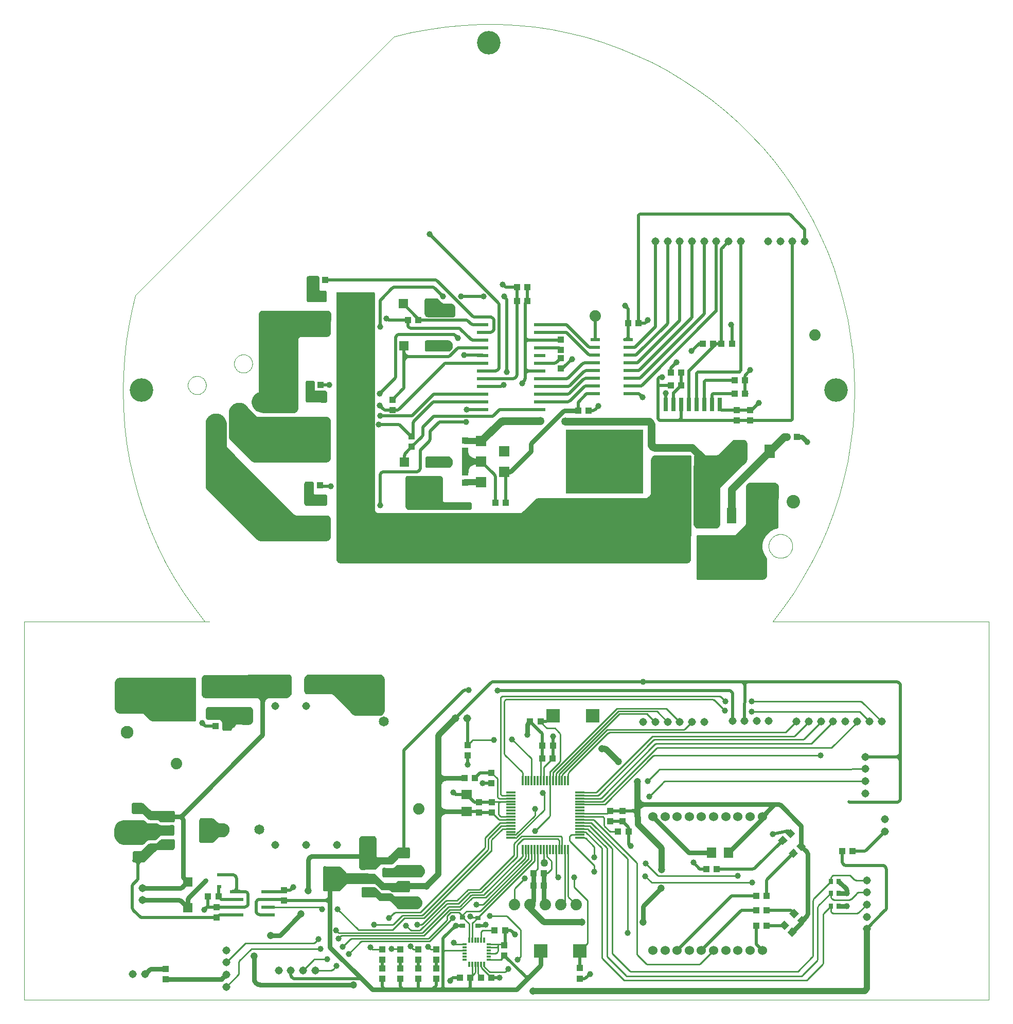
<source format=gtl>
G75*
G70*
%OFA0B0*%
%FSLAX24Y24*%
%IPPOS*%
%LPD*%
%AMOC8*
5,1,8,0,0,1.08239X$1,22.5*
%
%ADD10C,0.0000*%
%ADD11R,0.0118X0.0591*%
%ADD12R,0.0591X0.0118*%
%ADD13R,0.0433X0.0394*%
%ADD14R,0.0433X0.0433*%
%ADD15C,0.0500*%
%ADD16R,0.0790X0.0590*%
%ADD17R,0.0790X0.1500*%
%ADD18R,0.0709X0.0630*%
%ADD19C,0.0740*%
%ADD20R,0.0886X0.0886*%
%ADD21R,0.0138X0.0335*%
%ADD22R,0.0315X0.0138*%
%ADD23R,0.0354X0.0276*%
%ADD24C,0.0600*%
%ADD25R,0.0433X0.0433*%
%ADD26R,0.0630X0.0709*%
%ADD27R,0.0276X0.0354*%
%ADD28C,0.0515*%
%ADD29C,0.0825*%
%ADD30R,0.0866X0.0236*%
%ADD31R,0.0256X0.0236*%
%ADD32R,0.0642X0.0598*%
%ADD33C,0.0650*%
%ADD34R,0.2760X0.2760*%
%ADD35R,0.0990X0.0590*%
%ADD36R,0.0906X0.0689*%
%ADD37R,0.0598X0.0642*%
%ADD38R,0.0256X0.0886*%
%ADD39R,0.0780X0.0210*%
%ADD40R,0.0610X0.0236*%
%ADD41R,0.0650X0.0650*%
%ADD42C,0.1950*%
%ADD43R,0.5000X0.4150*%
%ADD44C,0.1065*%
%ADD45R,0.1181X0.0630*%
%ADD46R,0.2470X0.2280*%
%ADD47C,0.0874*%
%ADD48R,0.0689X0.0906*%
%ADD49R,0.0590X0.0990*%
%ADD50C,0.1520*%
%ADD51C,0.0100*%
%ADD52C,0.0396*%
%ADD53C,0.0200*%
%ADD54C,0.0300*%
%ADD55C,0.0400*%
%ADD56C,0.0475*%
%ADD57C,0.0709*%
%ADD58C,0.0531*%
%ADD59C,0.0436*%
%ADD60C,0.0500*%
D10*
X000141Y000282D02*
X062641Y000282D01*
X062641Y021272D01*
X062641Y021532D01*
X062641Y024772D01*
X048641Y024772D01*
X048378Y029661D02*
X048380Y029716D01*
X048386Y029771D01*
X048396Y029825D01*
X048409Y029878D01*
X048427Y029930D01*
X048448Y029981D01*
X048472Y030030D01*
X048500Y030077D01*
X048532Y030122D01*
X048566Y030165D01*
X048604Y030205D01*
X048644Y030243D01*
X048687Y030277D01*
X048732Y030309D01*
X048779Y030337D01*
X048828Y030361D01*
X048879Y030382D01*
X048931Y030400D01*
X048984Y030413D01*
X049038Y030423D01*
X049093Y030429D01*
X049148Y030431D01*
X049203Y030429D01*
X049258Y030423D01*
X049312Y030413D01*
X049365Y030400D01*
X049417Y030382D01*
X049468Y030361D01*
X049517Y030337D01*
X049564Y030309D01*
X049609Y030277D01*
X049652Y030243D01*
X049692Y030205D01*
X049730Y030165D01*
X049764Y030122D01*
X049796Y030077D01*
X049824Y030030D01*
X049848Y029981D01*
X049869Y029930D01*
X049887Y029878D01*
X049900Y029825D01*
X049910Y029771D01*
X049916Y029716D01*
X049918Y029661D01*
X049916Y029606D01*
X049910Y029551D01*
X049900Y029497D01*
X049887Y029444D01*
X049869Y029392D01*
X049848Y029341D01*
X049824Y029292D01*
X049796Y029245D01*
X049764Y029200D01*
X049730Y029157D01*
X049692Y029117D01*
X049652Y029079D01*
X049609Y029045D01*
X049564Y029013D01*
X049517Y028985D01*
X049468Y028961D01*
X049417Y028940D01*
X049365Y028922D01*
X049312Y028909D01*
X049258Y028899D01*
X049203Y028893D01*
X049148Y028891D01*
X049093Y028893D01*
X049038Y028899D01*
X048984Y028909D01*
X048931Y028922D01*
X048879Y028940D01*
X048828Y028961D01*
X048779Y028985D01*
X048732Y029013D01*
X048687Y029045D01*
X048644Y029079D01*
X048604Y029117D01*
X048566Y029157D01*
X048532Y029200D01*
X048500Y029245D01*
X048472Y029292D01*
X048448Y029341D01*
X048427Y029392D01*
X048409Y029444D01*
X048396Y029497D01*
X048386Y029551D01*
X048380Y029606D01*
X048378Y029661D01*
X011840Y024775D02*
X011132Y025692D01*
X010470Y026643D01*
X009856Y027625D01*
X009289Y028636D01*
X008773Y029673D01*
X008308Y030735D01*
X007896Y031817D01*
X007536Y032919D01*
X007231Y034037D01*
X006981Y035168D01*
X006787Y036310D01*
X006648Y037461D01*
X006566Y038616D01*
X006540Y039775D01*
X010750Y040081D02*
X010752Y040129D01*
X010758Y040177D01*
X010768Y040224D01*
X010781Y040270D01*
X010799Y040315D01*
X010819Y040359D01*
X010844Y040401D01*
X010872Y040440D01*
X010902Y040477D01*
X010936Y040511D01*
X010973Y040543D01*
X011011Y040572D01*
X011052Y040597D01*
X011095Y040619D01*
X011140Y040637D01*
X011186Y040651D01*
X011233Y040662D01*
X011281Y040669D01*
X011329Y040672D01*
X011377Y040671D01*
X011425Y040666D01*
X011473Y040657D01*
X011519Y040645D01*
X011564Y040628D01*
X011608Y040608D01*
X011650Y040585D01*
X011690Y040558D01*
X011728Y040528D01*
X011763Y040495D01*
X011795Y040459D01*
X011825Y040421D01*
X011851Y040380D01*
X011873Y040337D01*
X011893Y040293D01*
X011908Y040248D01*
X011920Y040201D01*
X011928Y040153D01*
X011932Y040105D01*
X011932Y040057D01*
X011928Y040009D01*
X011920Y039961D01*
X011908Y039914D01*
X011893Y039869D01*
X011873Y039825D01*
X011851Y039782D01*
X011825Y039741D01*
X011795Y039703D01*
X011763Y039667D01*
X011728Y039634D01*
X011690Y039604D01*
X011650Y039577D01*
X011608Y039554D01*
X011564Y039534D01*
X011519Y039517D01*
X011473Y039505D01*
X011425Y039496D01*
X011377Y039491D01*
X011329Y039490D01*
X011281Y039493D01*
X011233Y039500D01*
X011186Y039511D01*
X011140Y039525D01*
X011095Y039543D01*
X011052Y039565D01*
X011011Y039590D01*
X010973Y039619D01*
X010936Y039651D01*
X010902Y039685D01*
X010872Y039722D01*
X010844Y039761D01*
X010819Y039803D01*
X010799Y039847D01*
X010781Y039892D01*
X010768Y039938D01*
X010758Y039985D01*
X010752Y040033D01*
X010750Y040081D01*
X013750Y041480D02*
X013752Y041528D01*
X013758Y041576D01*
X013768Y041623D01*
X013781Y041669D01*
X013799Y041714D01*
X013819Y041758D01*
X013844Y041800D01*
X013872Y041839D01*
X013902Y041876D01*
X013936Y041910D01*
X013973Y041942D01*
X014011Y041971D01*
X014052Y041996D01*
X014095Y042018D01*
X014140Y042036D01*
X014186Y042050D01*
X014233Y042061D01*
X014281Y042068D01*
X014329Y042071D01*
X014377Y042070D01*
X014425Y042065D01*
X014473Y042056D01*
X014519Y042044D01*
X014564Y042027D01*
X014608Y042007D01*
X014650Y041984D01*
X014690Y041957D01*
X014728Y041927D01*
X014763Y041894D01*
X014795Y041858D01*
X014825Y041820D01*
X014851Y041779D01*
X014873Y041736D01*
X014893Y041692D01*
X014908Y041647D01*
X014920Y041600D01*
X014928Y041552D01*
X014932Y041504D01*
X014932Y041456D01*
X014928Y041408D01*
X014920Y041360D01*
X014908Y041313D01*
X014893Y041268D01*
X014873Y041224D01*
X014851Y041181D01*
X014825Y041140D01*
X014795Y041102D01*
X014763Y041066D01*
X014728Y041033D01*
X014690Y041003D01*
X014650Y040976D01*
X014608Y040953D01*
X014564Y040933D01*
X014519Y040916D01*
X014473Y040904D01*
X014425Y040895D01*
X014377Y040890D01*
X014329Y040889D01*
X014281Y040892D01*
X014233Y040899D01*
X014186Y040910D01*
X014140Y040924D01*
X014095Y040942D01*
X014052Y040964D01*
X014011Y040989D01*
X013973Y041018D01*
X013936Y041050D01*
X013902Y041084D01*
X013872Y041121D01*
X013844Y041160D01*
X013819Y041202D01*
X013799Y041246D01*
X013781Y041291D01*
X013768Y041337D01*
X013758Y041384D01*
X013752Y041432D01*
X013750Y041480D01*
X007348Y045908D02*
X024106Y062666D01*
X007348Y045908D02*
X007102Y044904D01*
X006900Y043889D01*
X006743Y042867D01*
X006630Y041840D01*
X006563Y040808D01*
X006540Y039774D01*
X012141Y024772D02*
X000141Y024772D01*
X000141Y021532D01*
X000141Y000282D01*
X028026Y018462D02*
X028026Y018487D01*
X028062Y018487D01*
X048640Y024774D02*
X049348Y025692D01*
X050010Y026642D01*
X050625Y027625D01*
X051191Y028635D01*
X051707Y029673D01*
X052172Y030734D01*
X052584Y031817D01*
X052944Y032918D01*
X053249Y034036D01*
X053499Y035167D01*
X053693Y036309D01*
X053832Y037460D01*
X053914Y038615D01*
X053940Y039774D01*
X053912Y040917D01*
X053830Y042056D01*
X053692Y043191D01*
X053500Y044318D01*
X053254Y045434D01*
X052955Y046537D01*
X052602Y047624D01*
X052198Y048693D01*
X051742Y049741D01*
X051237Y050766D01*
X050683Y051765D01*
X050081Y052737D01*
X049433Y053678D01*
X048740Y054587D01*
X048005Y055462D01*
X047228Y056300D01*
X046411Y057100D01*
X045557Y057859D01*
X044668Y058576D01*
X043744Y059250D01*
X042790Y059879D01*
X041806Y060460D01*
X040795Y060994D01*
X039760Y061478D01*
X038703Y061912D01*
X037626Y062294D01*
X036532Y062624D01*
X035423Y062900D01*
X034302Y063123D01*
X033172Y063292D01*
X032034Y063406D01*
X030893Y063465D01*
X029750Y063469D01*
X028608Y063418D01*
X027471Y063312D01*
X026339Y063151D01*
X025217Y062936D01*
X024106Y062666D01*
D11*
X032435Y014476D03*
X032632Y014476D03*
X032828Y014476D03*
X033025Y014476D03*
X033222Y014476D03*
X033419Y014476D03*
X033616Y014476D03*
X033813Y014476D03*
X034010Y014476D03*
X034206Y014476D03*
X034403Y014476D03*
X034600Y014476D03*
X034797Y014476D03*
X034994Y014476D03*
X035191Y014476D03*
X035387Y014476D03*
X035387Y009988D03*
X035191Y009988D03*
X034994Y009988D03*
X034797Y009988D03*
X034600Y009988D03*
X034403Y009988D03*
X034206Y009988D03*
X034010Y009988D03*
X033813Y009988D03*
X033616Y009988D03*
X033419Y009988D03*
X033222Y009988D03*
X033025Y009988D03*
X032828Y009988D03*
X032632Y009988D03*
X032435Y009988D03*
D12*
X031667Y010756D03*
X031667Y010953D03*
X031667Y011149D03*
X031667Y011346D03*
X031667Y011543D03*
X031667Y011740D03*
X031667Y011937D03*
X031667Y012134D03*
X031667Y012331D03*
X031667Y012527D03*
X031667Y012724D03*
X031667Y012921D03*
X031667Y013118D03*
X031667Y013315D03*
X031667Y013512D03*
X031667Y013709D03*
X036155Y013709D03*
X036155Y013512D03*
X036155Y013315D03*
X036155Y013118D03*
X036155Y012921D03*
X036155Y012724D03*
X036155Y012527D03*
X036155Y012331D03*
X036155Y012134D03*
X036155Y011937D03*
X036155Y011740D03*
X036155Y011543D03*
X036155Y011346D03*
X036155Y011149D03*
X036155Y010953D03*
X036155Y010756D03*
D13*
X038626Y011182D03*
X039296Y011182D03*
D14*
X038911Y011847D03*
X038911Y012517D03*
X038111Y012517D03*
X038111Y011847D03*
X033806Y008477D03*
X033136Y008477D03*
X033136Y007682D03*
X033806Y007682D03*
X031296Y004762D03*
X030626Y004762D03*
X031261Y003797D03*
X031261Y003127D03*
X030421Y001712D03*
X029751Y001712D03*
X029051Y001702D03*
X028381Y001702D03*
X026836Y001622D03*
X026836Y002292D03*
X026836Y002872D03*
X026836Y003542D03*
X025676Y003542D03*
X025676Y002872D03*
X025676Y002292D03*
X025676Y001622D03*
X024526Y001622D03*
X024526Y002292D03*
X024526Y002872D03*
X024526Y003542D03*
X023356Y003542D03*
X023356Y002872D03*
X023356Y002292D03*
X023356Y001622D03*
X023586Y006942D03*
X023586Y007612D03*
X023586Y008592D03*
X023586Y009262D03*
X028676Y014632D03*
X029346Y014632D03*
X030426Y014312D03*
X030426Y014982D03*
X028866Y016097D03*
X028866Y016767D03*
X029611Y013067D03*
X029611Y012397D03*
X030461Y012397D03*
X030461Y013067D03*
X033721Y015917D03*
X034391Y015917D03*
X034396Y016732D03*
X033726Y016732D03*
X033596Y018312D03*
X032926Y018312D03*
X044336Y008752D03*
X045006Y008752D03*
X047581Y007017D03*
X048251Y007017D03*
X048246Y006062D03*
X047576Y006062D03*
X047576Y005062D03*
X048246Y005062D03*
X053151Y009902D03*
X053821Y009902D03*
X036156Y002322D03*
X036156Y001652D03*
X016976Y006697D03*
X016976Y007367D03*
X012731Y006967D03*
X012061Y006967D03*
X012621Y006267D03*
X012621Y005597D03*
X009296Y002257D03*
X009296Y001587D03*
X008466Y010182D03*
X008466Y010852D03*
X008471Y011472D03*
X008471Y012142D03*
X012546Y018017D03*
X013216Y018017D03*
X027850Y031595D03*
X027850Y032265D03*
X028850Y032265D03*
X028850Y031596D03*
X030671Y032465D03*
X031340Y032465D03*
X028705Y033780D03*
X028705Y034450D03*
X028705Y035830D03*
X028705Y036500D03*
X025260Y036760D03*
X025260Y036090D03*
X024000Y038470D03*
X024000Y039140D03*
X019335Y040105D03*
X018666Y040105D03*
X018966Y046905D03*
X019635Y046905D03*
X025016Y044305D03*
X025685Y044305D03*
X032066Y045520D03*
X032735Y045520D03*
X032735Y046420D03*
X032066Y046420D03*
X034925Y043050D03*
X034925Y042380D03*
X034925Y041850D03*
X034925Y041180D03*
X036041Y038440D03*
X036710Y038440D03*
X042041Y040080D03*
X042046Y040910D03*
X042715Y040910D03*
X042710Y040080D03*
X044096Y042780D03*
X044765Y042780D03*
X045326Y042770D03*
X045995Y042770D03*
X046191Y040400D03*
X046860Y040400D03*
X046860Y039550D03*
X046191Y039550D03*
X046325Y038480D03*
X046325Y037810D03*
X047165Y037810D03*
X047165Y038480D03*
X049530Y036747D03*
X050199Y036747D03*
X039945Y044095D03*
X039276Y044095D03*
X019305Y033610D03*
X018636Y033610D03*
D15*
X033836Y009132D03*
D16*
X022426Y009037D03*
X022426Y008137D03*
X022426Y007237D03*
X009431Y010337D03*
X009431Y011237D03*
X009431Y012137D03*
D17*
X011911Y011247D03*
X019946Y008127D03*
D18*
X024736Y007628D03*
X024736Y006526D03*
X024736Y008676D03*
X024736Y009778D03*
X028811Y012481D03*
X028811Y013583D03*
X026850Y031379D03*
X025900Y031379D03*
X025900Y032481D03*
X026850Y032481D03*
X007531Y012668D03*
X007531Y011566D03*
X007536Y010658D03*
X007536Y009556D03*
D19*
X010021Y015577D03*
X025726Y012622D03*
X031916Y006422D03*
X031916Y006422D03*
X032916Y006422D03*
X032916Y006422D03*
X033916Y006422D03*
X033916Y006422D03*
X034916Y006422D03*
X034916Y006422D03*
X035916Y006422D03*
X035916Y006422D03*
X051365Y043319D03*
X037140Y044565D03*
D20*
X036966Y018682D03*
X034407Y018682D03*
X033602Y003452D03*
X036161Y003452D03*
D21*
X029953Y004140D03*
X029756Y004140D03*
X029560Y004140D03*
X029363Y004140D03*
X029166Y004140D03*
X028969Y004140D03*
X028969Y002585D03*
X029166Y002585D03*
X029363Y002585D03*
X029560Y002585D03*
X029756Y002585D03*
X029953Y002585D03*
D22*
X030249Y002870D03*
X030249Y003067D03*
X030249Y003264D03*
X030249Y003461D03*
X030249Y003657D03*
X030249Y003854D03*
X028674Y003854D03*
X028674Y003657D03*
X028674Y003461D03*
X028674Y003264D03*
X028674Y003067D03*
X028674Y002870D03*
D23*
X028556Y005081D03*
X028556Y005593D03*
X029531Y005583D03*
X029531Y005071D03*
D24*
X040879Y003481D03*
X041666Y003481D03*
X042453Y003481D03*
X043241Y003481D03*
X044028Y003481D03*
X044816Y003481D03*
X045603Y003481D03*
X046390Y003481D03*
X047178Y003481D03*
X047965Y003481D03*
X047965Y012143D03*
X047178Y012143D03*
X046390Y012143D03*
X045603Y012143D03*
X044816Y012143D03*
X044028Y012143D03*
X043241Y012143D03*
X042453Y012143D03*
X041666Y012143D03*
X040879Y012143D03*
D25*
G36*
X049602Y010583D02*
X049282Y010293D01*
X048992Y010613D01*
X049312Y010903D01*
X049602Y010583D01*
G37*
G36*
X050100Y011031D02*
X049780Y010741D01*
X049490Y011061D01*
X049810Y011351D01*
X050100Y011031D01*
G37*
G36*
X050180Y010221D02*
X050500Y010511D01*
X050790Y010191D01*
X050470Y009901D01*
X050180Y010221D01*
G37*
G36*
X049682Y009773D02*
X050002Y010063D01*
X050292Y009743D01*
X049972Y009453D01*
X049682Y009773D01*
G37*
G36*
X050017Y006161D02*
X050337Y005871D01*
X050047Y005551D01*
X049727Y005841D01*
X050017Y006161D01*
G37*
G36*
X050515Y005713D02*
X050835Y005423D01*
X050545Y005103D01*
X050225Y005393D01*
X050515Y005713D01*
G37*
G36*
X049890Y004958D02*
X050210Y004668D01*
X049920Y004348D01*
X049600Y004638D01*
X049890Y004958D01*
G37*
G36*
X049392Y005406D02*
X049712Y005116D01*
X049422Y004796D01*
X049102Y005086D01*
X049392Y005406D01*
G37*
D26*
X045767Y009802D03*
X044665Y009802D03*
D27*
X052405Y007947D03*
X052917Y007947D03*
X052917Y007177D03*
X052405Y007177D03*
X052405Y006322D03*
X052917Y006322D03*
D28*
X054736Y006437D03*
X054736Y007225D03*
X054736Y008012D03*
X054736Y005650D03*
X054736Y004862D03*
X055911Y011168D03*
X055911Y011956D03*
X054636Y013651D03*
X054636Y014438D03*
X054636Y015226D03*
X054636Y016013D03*
X054915Y018312D03*
X055702Y018312D03*
X054127Y018312D03*
X053340Y018312D03*
X052552Y018312D03*
X051765Y018312D03*
X050978Y018312D03*
X050190Y018312D03*
X048392Y018327D03*
X047605Y018327D03*
X046817Y018327D03*
X046030Y018327D03*
X044195Y018277D03*
X043407Y018277D03*
X042620Y018277D03*
X041832Y018277D03*
X041045Y018277D03*
X040258Y018277D03*
X028850Y018487D03*
X028062Y018487D03*
X022406Y019292D03*
X018406Y019292D03*
X016406Y019292D03*
X016406Y010292D03*
X018406Y010292D03*
X020406Y010292D03*
X022406Y010292D03*
X018997Y002177D03*
X018210Y002177D03*
X017422Y002177D03*
X016635Y002177D03*
X013236Y001903D03*
X013236Y001116D03*
X013236Y002691D03*
X013236Y003478D03*
X007965Y001922D03*
X007177Y001922D03*
X007811Y006728D03*
X007811Y007516D03*
X041052Y049392D03*
X041839Y049392D03*
X042627Y049392D03*
X043414Y049392D03*
X044201Y049392D03*
X044989Y049392D03*
X045776Y049392D03*
X046564Y049392D03*
X048353Y049412D03*
X049140Y049412D03*
X049927Y049412D03*
X050715Y049412D03*
D29*
X006816Y019757D03*
X006816Y017587D03*
D30*
X013897Y007282D03*
X013897Y006782D03*
X013897Y006282D03*
X013897Y005782D03*
X015945Y005782D03*
X015945Y006282D03*
X015945Y006782D03*
X015945Y007282D03*
D31*
X012794Y007618D03*
X012794Y008366D03*
X011908Y007992D03*
D32*
X010741Y007914D03*
X010741Y006221D03*
D33*
X015371Y011292D03*
X023442Y018292D03*
D34*
X009831Y019737D03*
X045078Y028922D03*
D35*
X012551Y020637D03*
X012551Y018837D03*
D36*
X014296Y018642D03*
X014296Y020642D03*
D37*
X017030Y020577D03*
X018723Y020577D03*
X024794Y035110D03*
X026487Y035110D03*
X026447Y042645D03*
X024754Y042645D03*
X024719Y045355D03*
X026412Y045355D03*
D38*
X041710Y038825D03*
X042210Y038825D03*
X042710Y038825D03*
X043210Y038825D03*
X043710Y038825D03*
X044210Y038825D03*
X044710Y038825D03*
X045210Y038825D03*
X045210Y035085D03*
X044710Y035085D03*
X044210Y035085D03*
X043710Y035085D03*
X043210Y035085D03*
X042710Y035085D03*
X042210Y035085D03*
X041710Y035085D03*
D39*
X033535Y038515D03*
X033535Y039015D03*
X033535Y039515D03*
X033535Y040015D03*
X033535Y040515D03*
X033535Y041015D03*
X033535Y041515D03*
X033535Y042015D03*
X033535Y042515D03*
X033535Y043015D03*
X033535Y043515D03*
X033535Y044015D03*
X029845Y044015D03*
X029845Y043515D03*
X029845Y043015D03*
X029845Y042515D03*
X029845Y042015D03*
X029845Y041515D03*
X029845Y041015D03*
X029845Y040515D03*
X029845Y040015D03*
X029845Y039515D03*
X029845Y039015D03*
X029845Y038515D03*
D40*
X037147Y039530D03*
X037147Y040030D03*
X037147Y040530D03*
X037147Y041030D03*
X037147Y041530D03*
X037147Y042030D03*
X037147Y042530D03*
X037147Y043030D03*
X039273Y043030D03*
X039273Y042530D03*
X039273Y042030D03*
X039273Y041530D03*
X039273Y041030D03*
X039273Y040530D03*
X039273Y040030D03*
X039273Y039530D03*
D41*
X031260Y035810D03*
X031260Y034470D03*
X029760Y033800D03*
X029760Y035140D03*
X029760Y036480D03*
D42*
X038630Y035140D03*
D43*
X037730Y035140D03*
D44*
X015549Y038877D03*
X014054Y038179D03*
X012558Y037482D03*
D45*
X019090Y037555D03*
X019090Y039355D03*
X019090Y044055D03*
X019090Y045855D03*
X019090Y032655D03*
X019090Y030855D03*
D46*
X021625Y031755D03*
X021625Y038455D03*
X021625Y044955D03*
D47*
X048333Y032551D03*
X049963Y032551D03*
D48*
X048429Y035792D03*
X046429Y035792D03*
D49*
X045978Y031642D03*
X044178Y031642D03*
D50*
X052740Y039774D03*
X030240Y062274D03*
X007741Y039774D03*
D51*
X011994Y037855D02*
X012048Y037949D01*
X012119Y038032D01*
X012202Y038102D01*
X012296Y038157D01*
X012399Y038194D01*
X012506Y038213D01*
X012615Y038213D01*
X012722Y038194D01*
X012815Y038161D01*
X012901Y038115D01*
X012979Y038055D01*
X013046Y037984D01*
X013102Y037903D01*
X013144Y037814D01*
X013172Y037720D01*
X013185Y037623D01*
X013182Y037525D01*
X013164Y037429D01*
X013127Y037326D01*
X013072Y037232D01*
X013002Y037149D01*
X012919Y037079D01*
X012825Y037024D01*
X012722Y036987D01*
X012615Y036968D01*
X012506Y036968D01*
X012399Y036987D01*
X012296Y037024D01*
X012202Y037079D01*
X012118Y037149D01*
X012048Y037232D01*
X011994Y037326D01*
X011957Y037429D01*
X011938Y037536D01*
X011938Y037645D01*
X011957Y037752D01*
X011994Y037855D01*
X011980Y037817D02*
X013143Y037817D01*
X013172Y037719D02*
X011951Y037719D01*
X011938Y037620D02*
X013184Y037620D01*
X013167Y037633D02*
X013190Y037645D01*
X013211Y037662D01*
X013211Y036166D01*
X013216Y036117D01*
X013230Y036070D01*
X013253Y036027D01*
X013284Y035989D01*
X017588Y031685D01*
X017626Y031654D01*
X017669Y031631D01*
X017716Y031617D01*
X017765Y031612D01*
X019701Y031612D01*
X019750Y031607D01*
X019797Y031593D01*
X019840Y031570D01*
X019878Y031539D01*
X019909Y031501D01*
X019932Y031458D01*
X019946Y031411D01*
X019951Y031362D01*
X019951Y030302D01*
X019946Y030253D01*
X019932Y030206D01*
X019909Y030163D01*
X019878Y030125D01*
X019840Y030094D01*
X019797Y030071D01*
X019750Y030057D01*
X019701Y030052D01*
X015435Y030052D01*
X015386Y030057D01*
X015339Y030071D01*
X015296Y030094D01*
X015258Y030125D01*
X012014Y033369D01*
X011983Y033407D01*
X011960Y033450D01*
X011946Y033497D01*
X011941Y033546D01*
X011941Y037507D01*
X012171Y037622D01*
X013115Y037622D01*
X013141Y037625D01*
X013167Y037633D01*
X013211Y037620D02*
X012167Y037620D01*
X011970Y037521D02*
X013211Y037521D01*
X013181Y037521D02*
X011940Y037521D01*
X011941Y037423D02*
X013211Y037423D01*
X013162Y037423D02*
X011959Y037423D01*
X011941Y037324D02*
X013211Y037324D01*
X013126Y037324D02*
X011995Y037324D01*
X011941Y037226D02*
X013211Y037226D01*
X013211Y037127D02*
X011941Y037127D01*
X011941Y037029D02*
X013211Y037029D01*
X013211Y036930D02*
X011941Y036930D01*
X011941Y036832D02*
X013211Y036832D01*
X013211Y036733D02*
X011941Y036733D01*
X011941Y036635D02*
X013211Y036635D01*
X013211Y036536D02*
X011941Y036536D01*
X011941Y036438D02*
X013211Y036438D01*
X013211Y036339D02*
X011941Y036339D01*
X011941Y036240D02*
X013211Y036240D01*
X013213Y036142D02*
X011941Y036142D01*
X011941Y036043D02*
X013244Y036043D01*
X013328Y035945D02*
X011941Y035945D01*
X011941Y035846D02*
X013427Y035846D01*
X013526Y035748D02*
X011941Y035748D01*
X011941Y035649D02*
X013624Y035649D01*
X013723Y035551D02*
X011941Y035551D01*
X011941Y035452D02*
X013821Y035452D01*
X013920Y035354D02*
X011941Y035354D01*
X011941Y035255D02*
X014018Y035255D01*
X014117Y035156D02*
X011941Y035156D01*
X011941Y035058D02*
X014215Y035058D01*
X014314Y034959D02*
X011941Y034959D01*
X011941Y034861D02*
X014412Y034861D01*
X014511Y034762D02*
X011941Y034762D01*
X011941Y034664D02*
X014609Y034664D01*
X014708Y034565D02*
X011941Y034565D01*
X011941Y034467D02*
X014807Y034467D01*
X014905Y034368D02*
X011941Y034368D01*
X011941Y034270D02*
X015004Y034270D01*
X015102Y034171D02*
X011941Y034171D01*
X011941Y034072D02*
X015201Y034072D01*
X015299Y033974D02*
X011941Y033974D01*
X011941Y033875D02*
X015398Y033875D01*
X015496Y033777D02*
X011941Y033777D01*
X011941Y033678D02*
X015595Y033678D01*
X015693Y033580D02*
X011941Y033580D01*
X011951Y033481D02*
X015792Y033481D01*
X015891Y033383D02*
X012003Y033383D01*
X012099Y033284D02*
X015989Y033284D01*
X016088Y033186D02*
X012198Y033186D01*
X012296Y033087D02*
X016186Y033087D01*
X016285Y032989D02*
X012395Y032989D01*
X012493Y032890D02*
X016383Y032890D01*
X016482Y032791D02*
X012592Y032791D01*
X012690Y032693D02*
X016580Y032693D01*
X016679Y032594D02*
X012789Y032594D01*
X012887Y032496D02*
X016777Y032496D01*
X016876Y032397D02*
X012986Y032397D01*
X013085Y032299D02*
X016975Y032299D01*
X017073Y032200D02*
X013183Y032200D01*
X013282Y032102D02*
X017172Y032102D01*
X017270Y032003D02*
X013380Y032003D01*
X013479Y031905D02*
X017369Y031905D01*
X017467Y031806D02*
X013577Y031806D01*
X013676Y031707D02*
X017566Y031707D01*
X018359Y032377D02*
X018339Y032402D01*
X018325Y032430D01*
X018320Y033710D01*
X018333Y033740D01*
X018352Y033766D01*
X018377Y033787D01*
X018405Y033802D01*
X018437Y033810D01*
X018469Y033811D01*
X018500Y033805D01*
X018760Y033805D01*
X018781Y033802D01*
X018800Y033794D01*
X018817Y033782D01*
X018830Y033765D01*
X018838Y033746D01*
X018840Y033725D01*
X018840Y033065D01*
X018843Y033043D01*
X018852Y033023D01*
X018865Y033005D01*
X018883Y032991D01*
X018903Y032983D01*
X018925Y032980D01*
X019620Y032980D01*
X019641Y032977D01*
X019660Y032969D01*
X019677Y032957D01*
X019690Y032940D01*
X019698Y032921D01*
X019700Y032900D01*
X019700Y032385D01*
X019698Y032370D01*
X019691Y032356D01*
X019680Y032345D01*
X019666Y032338D01*
X019650Y032335D01*
X019200Y032345D01*
X018505Y032345D01*
X018475Y032338D01*
X018443Y032338D01*
X018412Y032344D01*
X018384Y032358D01*
X018359Y032377D01*
X018343Y032397D02*
X019700Y032397D01*
X019700Y032496D02*
X018325Y032496D01*
X018325Y032594D02*
X019700Y032594D01*
X019700Y032693D02*
X018324Y032693D01*
X018324Y032791D02*
X019700Y032791D01*
X019700Y032890D02*
X018324Y032890D01*
X018323Y032989D02*
X018890Y032989D01*
X018840Y033087D02*
X018323Y033087D01*
X018322Y033186D02*
X018840Y033186D01*
X018840Y033284D02*
X018322Y033284D01*
X018322Y033383D02*
X018840Y033383D01*
X018840Y033481D02*
X018321Y033481D01*
X018321Y033580D02*
X018840Y033580D01*
X018840Y033678D02*
X018321Y033678D01*
X018366Y033777D02*
X018821Y033777D01*
X019711Y035152D02*
X015060Y035152D01*
X015011Y035157D01*
X014964Y035171D01*
X014921Y035194D01*
X014883Y035225D01*
X013504Y036604D01*
X013473Y036642D01*
X013450Y036685D01*
X013436Y036732D01*
X013431Y036781D01*
X013431Y038167D01*
X013828Y038564D01*
X013866Y038595D01*
X013909Y038618D01*
X013956Y038632D01*
X014005Y038637D01*
X014521Y038637D01*
X014586Y038602D01*
X015123Y038065D01*
X015161Y038034D01*
X015204Y038011D01*
X015251Y037997D01*
X015300Y037992D01*
X019711Y037992D01*
X019760Y037987D01*
X019807Y037973D01*
X019850Y037950D01*
X019888Y037919D01*
X019919Y037881D01*
X019942Y037838D01*
X019956Y037791D01*
X019961Y037742D01*
X019961Y035402D01*
X019956Y035353D01*
X019942Y035306D01*
X019919Y035263D01*
X019888Y035225D01*
X019850Y035194D01*
X019807Y035171D01*
X019760Y035157D01*
X019711Y035152D01*
X019755Y035156D02*
X015016Y035156D01*
X014853Y035255D02*
X019912Y035255D01*
X019956Y035354D02*
X014755Y035354D01*
X014656Y035452D02*
X019961Y035452D01*
X019961Y035551D02*
X014558Y035551D01*
X014459Y035649D02*
X019961Y035649D01*
X019961Y035748D02*
X014361Y035748D01*
X014262Y035846D02*
X019961Y035846D01*
X019961Y035945D02*
X014163Y035945D01*
X014065Y036043D02*
X019961Y036043D01*
X019961Y036142D02*
X013966Y036142D01*
X013868Y036240D02*
X019961Y036240D01*
X019961Y036339D02*
X013769Y036339D01*
X013671Y036438D02*
X019961Y036438D01*
X019961Y036536D02*
X013572Y036536D01*
X013479Y036635D02*
X019961Y036635D01*
X019961Y036733D02*
X013436Y036733D01*
X013431Y036832D02*
X019961Y036832D01*
X019961Y036930D02*
X013431Y036930D01*
X013431Y037029D02*
X019961Y037029D01*
X019961Y037127D02*
X013431Y037127D01*
X013431Y037226D02*
X019961Y037226D01*
X019961Y037324D02*
X013431Y037324D01*
X013431Y037423D02*
X019961Y037423D01*
X019961Y037521D02*
X013431Y037521D01*
X013431Y037620D02*
X019961Y037620D01*
X019961Y037719D02*
X013431Y037719D01*
X013431Y037817D02*
X019948Y037817D01*
X019891Y037916D02*
X013431Y037916D01*
X013431Y038014D02*
X015198Y038014D01*
X015075Y038113D02*
X013431Y038113D01*
X013457Y038113D02*
X014656Y038113D01*
X014660Y038122D02*
X014627Y038030D01*
X014580Y037944D01*
X014520Y037866D01*
X014449Y037798D01*
X014368Y037743D01*
X014280Y037701D01*
X014186Y037673D01*
X014089Y037660D01*
X013991Y037663D01*
X013894Y037680D01*
X013802Y037713D01*
X013716Y037760D01*
X013638Y037820D01*
X013570Y037891D01*
X013515Y037972D01*
X013472Y038060D01*
X013445Y038154D01*
X013432Y038251D01*
X013434Y038349D01*
X013452Y038446D01*
X013485Y038538D01*
X013532Y038625D01*
X013591Y038702D01*
X013663Y038770D01*
X013743Y038825D01*
X013832Y038868D01*
X013926Y038895D01*
X014023Y038908D01*
X014121Y038906D01*
X014218Y038888D01*
X014310Y038855D01*
X014396Y038808D01*
X014474Y038749D01*
X014542Y038677D01*
X014597Y038597D01*
X014639Y038508D01*
X014667Y038414D01*
X014680Y038317D01*
X014678Y038219D01*
X014660Y038122D01*
X014676Y038211D02*
X013437Y038211D01*
X013475Y038211D02*
X014977Y038211D01*
X014878Y038310D02*
X013574Y038310D01*
X013672Y038408D02*
X014780Y038408D01*
X014668Y038408D02*
X013445Y038408D01*
X013433Y038310D02*
X014680Y038310D01*
X014681Y038507D02*
X013771Y038507D01*
X013885Y038605D02*
X014580Y038605D01*
X014591Y038605D02*
X013521Y038605D01*
X013474Y038507D02*
X014640Y038507D01*
X014516Y038704D02*
X013593Y038704D01*
X013710Y038803D02*
X014404Y038803D01*
X014146Y038901D02*
X013969Y038901D01*
X014926Y038941D02*
X014926Y039050D01*
X014945Y039157D01*
X014982Y039260D01*
X015036Y039354D01*
X015106Y039438D01*
X015190Y039508D01*
X015284Y039562D01*
X015387Y039599D01*
X015494Y039618D01*
X015603Y039618D01*
X015710Y039599D01*
X015803Y039567D01*
X015889Y039520D01*
X015967Y039460D01*
X016034Y039389D01*
X016090Y039308D01*
X016132Y039220D01*
X016160Y039126D01*
X016173Y039028D01*
X016170Y038930D01*
X016152Y038834D01*
X016115Y038732D01*
X016060Y038637D01*
X015990Y038554D01*
X015907Y038484D01*
X015813Y038429D01*
X015710Y038392D01*
X015603Y038373D01*
X015494Y038373D01*
X015387Y038392D01*
X015284Y038429D01*
X015190Y038484D01*
X015106Y038554D01*
X015036Y038637D01*
X014982Y038732D01*
X014945Y038834D01*
X014926Y038941D01*
X014933Y038901D02*
X016165Y038901D01*
X016172Y039000D02*
X014926Y039000D01*
X014934Y039098D02*
X016163Y039098D01*
X016139Y039197D02*
X014959Y039197D01*
X015002Y039295D02*
X016096Y039295D01*
X016030Y039394D02*
X015070Y039394D01*
X015172Y039492D02*
X015925Y039492D01*
X015734Y039591D02*
X015363Y039591D01*
X015371Y039591D02*
X017841Y039591D01*
X017841Y039689D02*
X015371Y039689D01*
X015371Y039788D02*
X017841Y039788D01*
X017841Y039887D02*
X015371Y039887D01*
X015371Y039985D02*
X017841Y039985D01*
X017841Y040084D02*
X015371Y040084D01*
X015371Y040182D02*
X017841Y040182D01*
X017841Y040281D02*
X015371Y040281D01*
X015371Y040379D02*
X017841Y040379D01*
X017841Y040478D02*
X015371Y040478D01*
X015371Y040576D02*
X017841Y040576D01*
X017841Y040675D02*
X015371Y040675D01*
X015371Y040773D02*
X017841Y040773D01*
X017841Y040872D02*
X015371Y040872D01*
X015371Y040971D02*
X017841Y040971D01*
X017841Y041069D02*
X015371Y041069D01*
X015371Y041168D02*
X017841Y041168D01*
X017841Y041266D02*
X015371Y041266D01*
X015371Y041304D02*
X015381Y041343D01*
X015381Y041617D01*
X015371Y041655D01*
X015371Y044627D01*
X015376Y044676D01*
X015390Y044723D01*
X015413Y044766D01*
X015444Y044804D01*
X015482Y044835D01*
X015525Y044858D01*
X015572Y044872D01*
X015621Y044877D01*
X019741Y044877D01*
X019790Y044872D01*
X019837Y044858D01*
X019880Y044835D01*
X019918Y044804D01*
X019949Y044766D01*
X019972Y044723D01*
X019986Y044676D01*
X019991Y044627D01*
X019991Y044412D01*
X019961Y044202D01*
X019961Y043522D01*
X019956Y043473D01*
X019942Y043426D01*
X019919Y043383D01*
X019888Y043345D01*
X019850Y043314D01*
X019807Y043291D01*
X019760Y043277D01*
X019711Y043272D01*
X018091Y043272D01*
X018042Y043267D01*
X017995Y043253D01*
X017952Y043230D01*
X017914Y043199D01*
X017883Y043161D01*
X017860Y043118D01*
X017846Y043071D01*
X017841Y043022D01*
X017841Y038597D01*
X017836Y038548D01*
X017822Y038501D01*
X017799Y038458D01*
X017768Y038420D01*
X017730Y038389D01*
X017687Y038366D01*
X017640Y038352D01*
X017591Y038347D01*
X015611Y038347D01*
X015444Y038514D01*
X015413Y038552D01*
X015390Y038595D01*
X015376Y038642D01*
X015371Y038691D01*
X015371Y041304D01*
X015381Y041365D02*
X017841Y041365D01*
X017841Y041463D02*
X015381Y041463D01*
X015381Y041562D02*
X017841Y041562D01*
X017841Y041660D02*
X015371Y041660D01*
X015371Y041759D02*
X017841Y041759D01*
X017841Y041857D02*
X015371Y041857D01*
X015371Y041956D02*
X017841Y041956D01*
X017841Y042054D02*
X015371Y042054D01*
X015371Y042153D02*
X017841Y042153D01*
X017841Y042252D02*
X015371Y042252D01*
X015371Y042350D02*
X017841Y042350D01*
X017841Y042449D02*
X015371Y042449D01*
X015371Y042547D02*
X017841Y042547D01*
X017841Y042646D02*
X015371Y042646D01*
X015371Y042744D02*
X017841Y042744D01*
X017841Y042843D02*
X015371Y042843D01*
X015371Y042941D02*
X017841Y042941D01*
X017843Y043040D02*
X015371Y043040D01*
X015371Y043138D02*
X017871Y043138D01*
X017965Y043237D02*
X015371Y043237D01*
X015371Y043336D02*
X019876Y043336D01*
X019944Y043434D02*
X015371Y043434D01*
X015371Y043533D02*
X019961Y043533D01*
X019961Y043631D02*
X015371Y043631D01*
X015371Y043730D02*
X019961Y043730D01*
X019961Y043828D02*
X015371Y043828D01*
X015371Y043927D02*
X019961Y043927D01*
X019961Y044025D02*
X015371Y044025D01*
X015371Y044124D02*
X019961Y044124D01*
X019964Y044222D02*
X015371Y044222D01*
X015371Y044321D02*
X019978Y044321D01*
X019991Y044420D02*
X015371Y044420D01*
X015371Y044518D02*
X019991Y044518D01*
X019991Y044617D02*
X015371Y044617D01*
X015388Y044715D02*
X019974Y044715D01*
X019906Y044814D02*
X015456Y044814D01*
X018468Y045602D02*
X018465Y045625D01*
X018465Y046990D01*
X018469Y047019D01*
X018478Y047046D01*
X018494Y047071D01*
X018514Y047092D01*
X018539Y047107D01*
X018566Y047117D01*
X018595Y047120D01*
X019135Y047120D01*
X019152Y047118D01*
X019168Y047111D01*
X019181Y047101D01*
X019192Y047088D01*
X019198Y047072D01*
X019200Y047055D01*
X019200Y046255D01*
X019203Y046237D01*
X019210Y046220D01*
X019221Y046206D01*
X019235Y046194D01*
X019252Y046187D01*
X019270Y046185D01*
X019580Y046185D01*
X019605Y046182D01*
X019628Y046172D01*
X019648Y046157D01*
X019663Y046138D01*
X019672Y046115D01*
X019675Y046090D01*
X019675Y045575D01*
X019673Y045561D01*
X019667Y045549D01*
X019657Y045539D01*
X019644Y045532D01*
X019630Y045530D01*
X019210Y045535D01*
X018555Y045535D01*
X018532Y045538D01*
X018510Y045547D01*
X018492Y045561D01*
X018477Y045580D01*
X018468Y045602D01*
X019675Y045602D01*
X019675Y045701D02*
X018465Y045701D01*
X018465Y045799D02*
X019675Y045799D01*
X019675Y045898D02*
X018465Y045898D01*
X018465Y045996D02*
X019675Y045996D01*
X019675Y046095D02*
X018465Y046095D01*
X018465Y046193D02*
X019238Y046193D01*
X019200Y046292D02*
X018465Y046292D01*
X018465Y046390D02*
X019200Y046390D01*
X019200Y046489D02*
X018465Y046489D01*
X018465Y046587D02*
X019200Y046587D01*
X019200Y046686D02*
X018465Y046686D01*
X018465Y046785D02*
X019200Y046785D01*
X019200Y046883D02*
X018465Y046883D01*
X018465Y046982D02*
X019200Y046982D01*
X019195Y047080D02*
X018503Y047080D01*
X020425Y046045D02*
X022810Y046045D01*
X022810Y037617D01*
X022797Y037585D01*
X022797Y037455D01*
X022810Y037423D01*
X020425Y037423D01*
X020425Y037521D02*
X022797Y037521D01*
X022810Y037423D02*
X022810Y030600D01*
X021660Y030590D01*
X020425Y030590D01*
X020425Y046045D01*
X020425Y045996D02*
X022810Y045996D01*
X022810Y045898D02*
X020425Y045898D01*
X020425Y045799D02*
X022810Y045799D01*
X022810Y045701D02*
X020425Y045701D01*
X020425Y045602D02*
X022810Y045602D01*
X022810Y045504D02*
X020425Y045504D01*
X020425Y045405D02*
X022810Y045405D01*
X022810Y045306D02*
X020425Y045306D01*
X020425Y045208D02*
X022810Y045208D01*
X022810Y045109D02*
X020425Y045109D01*
X020425Y045011D02*
X022810Y045011D01*
X022810Y044912D02*
X020425Y044912D01*
X020425Y044814D02*
X022810Y044814D01*
X022810Y044715D02*
X020425Y044715D01*
X020425Y044617D02*
X022810Y044617D01*
X022810Y044518D02*
X020425Y044518D01*
X020425Y044420D02*
X022810Y044420D01*
X022810Y044321D02*
X020425Y044321D01*
X020425Y044222D02*
X022810Y044222D01*
X022810Y044124D02*
X020425Y044124D01*
X020425Y044025D02*
X022810Y044025D01*
X022810Y043927D02*
X020425Y043927D01*
X020425Y043828D02*
X022810Y043828D01*
X022810Y043730D02*
X020425Y043730D01*
X020425Y043631D02*
X022810Y043631D01*
X022810Y043533D02*
X020425Y043533D01*
X020425Y043434D02*
X022810Y043434D01*
X022810Y043336D02*
X020425Y043336D01*
X020425Y043237D02*
X022810Y043237D01*
X022810Y043138D02*
X020425Y043138D01*
X020425Y043040D02*
X022810Y043040D01*
X022810Y042941D02*
X020425Y042941D01*
X020425Y042843D02*
X022810Y042843D01*
X022810Y042744D02*
X020425Y042744D01*
X020425Y042646D02*
X022810Y042646D01*
X022810Y042547D02*
X020425Y042547D01*
X020425Y042449D02*
X022810Y042449D01*
X022810Y042350D02*
X020425Y042350D01*
X020425Y042252D02*
X022810Y042252D01*
X022810Y042153D02*
X020425Y042153D01*
X020425Y042054D02*
X022810Y042054D01*
X022810Y041956D02*
X020425Y041956D01*
X020425Y041857D02*
X022810Y041857D01*
X022810Y041759D02*
X020425Y041759D01*
X020425Y041660D02*
X022810Y041660D01*
X022810Y041562D02*
X020425Y041562D01*
X020425Y041463D02*
X022810Y041463D01*
X022810Y041365D02*
X020425Y041365D01*
X020425Y041266D02*
X022810Y041266D01*
X022810Y041168D02*
X020425Y041168D01*
X020425Y041069D02*
X022810Y041069D01*
X022810Y040971D02*
X020425Y040971D01*
X020425Y040872D02*
X022810Y040872D01*
X022810Y040773D02*
X020425Y040773D01*
X020425Y040675D02*
X022810Y040675D01*
X022810Y040576D02*
X020425Y040576D01*
X020425Y040478D02*
X022810Y040478D01*
X022810Y040379D02*
X020425Y040379D01*
X020425Y040281D02*
X022810Y040281D01*
X022810Y040182D02*
X020425Y040182D01*
X020425Y040084D02*
X022810Y040084D01*
X022810Y039985D02*
X020425Y039985D01*
X020425Y039887D02*
X022810Y039887D01*
X022810Y039788D02*
X020425Y039788D01*
X020425Y039689D02*
X022810Y039689D01*
X022810Y039591D02*
X020425Y039591D01*
X020425Y039492D02*
X022810Y039492D01*
X022810Y039394D02*
X020425Y039394D01*
X020425Y039295D02*
X022810Y039295D01*
X022810Y039197D02*
X020425Y039197D01*
X020425Y039098D02*
X022810Y039098D01*
X022810Y039000D02*
X020425Y039000D01*
X020425Y038901D02*
X022810Y038901D01*
X022810Y038803D02*
X020425Y038803D01*
X020425Y038704D02*
X022810Y038704D01*
X022810Y038605D02*
X020425Y038605D01*
X020425Y038507D02*
X022810Y038507D01*
X022810Y038408D02*
X020425Y038408D01*
X020425Y038310D02*
X022810Y038310D01*
X022810Y038211D02*
X020425Y038211D01*
X020425Y038113D02*
X022810Y038113D01*
X022810Y038014D02*
X020425Y038014D01*
X020425Y037916D02*
X022810Y037916D01*
X022810Y037817D02*
X020425Y037817D01*
X020425Y037719D02*
X022810Y037719D01*
X022810Y037620D02*
X020425Y037620D01*
X020425Y037324D02*
X022810Y037324D01*
X022810Y037226D02*
X020425Y037226D01*
X020425Y037127D02*
X022810Y037127D01*
X022810Y037029D02*
X020425Y037029D01*
X020425Y036930D02*
X022810Y036930D01*
X022810Y036832D02*
X020425Y036832D01*
X020425Y036733D02*
X022810Y036733D01*
X022810Y036635D02*
X020425Y036635D01*
X020425Y036536D02*
X022810Y036536D01*
X022810Y036438D02*
X020425Y036438D01*
X020425Y036339D02*
X022810Y036339D01*
X022810Y036240D02*
X020425Y036240D01*
X020425Y036142D02*
X022810Y036142D01*
X022810Y036043D02*
X020425Y036043D01*
X020425Y035945D02*
X022810Y035945D01*
X022810Y035846D02*
X020425Y035846D01*
X020425Y035748D02*
X022810Y035748D01*
X022810Y035649D02*
X020425Y035649D01*
X020425Y035551D02*
X022810Y035551D01*
X022810Y035452D02*
X020425Y035452D01*
X020425Y035354D02*
X022810Y035354D01*
X022810Y035255D02*
X020425Y035255D01*
X020425Y035156D02*
X022810Y035156D01*
X022810Y035058D02*
X020425Y035058D01*
X020425Y034959D02*
X022810Y034959D01*
X022810Y034861D02*
X020425Y034861D01*
X020425Y034762D02*
X022810Y034762D01*
X022810Y034664D02*
X020425Y034664D01*
X020425Y034565D02*
X022810Y034565D01*
X022810Y034467D02*
X020425Y034467D01*
X020425Y034368D02*
X022810Y034368D01*
X022810Y034270D02*
X020425Y034270D01*
X020425Y034171D02*
X022810Y034171D01*
X022810Y034072D02*
X020425Y034072D01*
X020425Y033974D02*
X022810Y033974D01*
X022810Y033875D02*
X020425Y033875D01*
X020425Y033777D02*
X022810Y033777D01*
X022810Y033678D02*
X020425Y033678D01*
X020425Y033580D02*
X022810Y033580D01*
X022810Y033481D02*
X020425Y033481D01*
X020425Y033383D02*
X022810Y033383D01*
X022810Y033284D02*
X020425Y033284D01*
X020425Y033186D02*
X022810Y033186D01*
X022810Y033087D02*
X020425Y033087D01*
X020425Y032989D02*
X022810Y032989D01*
X022820Y032900D02*
X022820Y032010D01*
X022825Y031961D01*
X022839Y031914D01*
X022863Y031871D01*
X022894Y031833D01*
X022932Y031802D01*
X022975Y031779D01*
X023022Y031765D01*
X023070Y031760D01*
X032272Y031760D01*
X032321Y031765D01*
X032368Y031779D01*
X032411Y031802D01*
X032449Y031833D01*
X033262Y032647D01*
X033300Y032678D01*
X033343Y032701D01*
X033390Y032715D01*
X033439Y032720D01*
X041760Y032720D01*
X041950Y032725D01*
X043295Y032720D01*
X043295Y030450D01*
X043300Y030378D01*
X043292Y030307D01*
X043272Y030238D01*
X043240Y030174D01*
X043198Y030116D01*
X043146Y030066D01*
X043086Y030026D01*
X043020Y029997D01*
X042950Y029980D01*
X020655Y029955D01*
X020607Y029960D01*
X020560Y029974D01*
X020517Y029997D01*
X020479Y030028D01*
X020448Y030066D01*
X020424Y030109D01*
X020410Y030156D01*
X020405Y030205D01*
X020405Y032650D01*
X020410Y032699D01*
X020424Y032746D01*
X020448Y032789D01*
X020479Y032827D01*
X020516Y032858D01*
X020560Y032881D01*
X020607Y032895D01*
X020655Y032900D01*
X022820Y032900D01*
X022820Y032890D02*
X020589Y032890D01*
X020425Y032890D02*
X022810Y032890D01*
X022810Y032791D02*
X020425Y032791D01*
X020449Y032791D02*
X022820Y032791D01*
X022820Y032693D02*
X020410Y032693D01*
X020425Y032693D02*
X022810Y032693D01*
X022810Y032594D02*
X020425Y032594D01*
X020405Y032594D02*
X022820Y032594D01*
X022820Y032496D02*
X020405Y032496D01*
X020425Y032496D02*
X022810Y032496D01*
X022810Y032397D02*
X020425Y032397D01*
X020405Y032397D02*
X022820Y032397D01*
X022820Y032299D02*
X020405Y032299D01*
X020425Y032299D02*
X022810Y032299D01*
X022810Y032200D02*
X020425Y032200D01*
X020405Y032200D02*
X022820Y032200D01*
X022820Y032102D02*
X020405Y032102D01*
X020425Y032102D02*
X022810Y032102D01*
X022810Y032003D02*
X020425Y032003D01*
X020405Y032003D02*
X022821Y032003D01*
X022810Y031905D02*
X020425Y031905D01*
X020405Y031905D02*
X022845Y031905D01*
X022810Y031806D02*
X020425Y031806D01*
X020405Y031806D02*
X022927Y031806D01*
X022810Y031707D02*
X020425Y031707D01*
X020405Y031707D02*
X043295Y031707D01*
X043267Y031721D02*
X043244Y031678D01*
X043213Y031640D01*
X043175Y031609D01*
X043132Y031586D01*
X043085Y031572D01*
X043036Y031567D01*
X040561Y031567D01*
X040512Y031572D01*
X040465Y031586D01*
X040422Y031609D01*
X040384Y031640D01*
X040353Y031678D01*
X040330Y031721D01*
X040316Y031768D01*
X040311Y031817D01*
X040311Y032707D01*
X040394Y032714D01*
X040475Y032736D01*
X040551Y032771D01*
X040620Y032819D01*
X040679Y032879D01*
X040727Y032947D01*
X040762Y033023D01*
X040784Y033104D01*
X040791Y033187D01*
X040791Y035247D01*
X040796Y035296D01*
X040810Y035343D01*
X040833Y035386D01*
X040864Y035424D01*
X040902Y035455D01*
X040945Y035478D01*
X040992Y035492D01*
X041041Y035497D01*
X043306Y035497D01*
X043306Y032127D01*
X043286Y031922D01*
X043286Y031817D01*
X043281Y031768D01*
X043267Y031721D01*
X043260Y031707D02*
X040338Y031707D01*
X040312Y031806D02*
X043285Y031806D01*
X043295Y031806D02*
X032415Y031806D01*
X032520Y031905D02*
X043295Y031905D01*
X043286Y031905D02*
X040311Y031905D01*
X040311Y032003D02*
X043294Y032003D01*
X043295Y032003D02*
X032618Y032003D01*
X032717Y032102D02*
X043295Y032102D01*
X043304Y032102D02*
X040311Y032102D01*
X040311Y032200D02*
X043306Y032200D01*
X043295Y032200D02*
X032815Y032200D01*
X032914Y032299D02*
X043295Y032299D01*
X043306Y032299D02*
X040311Y032299D01*
X040311Y032397D02*
X043306Y032397D01*
X043295Y032397D02*
X033013Y032397D01*
X033111Y032496D02*
X043295Y032496D01*
X043306Y032496D02*
X040311Y032496D01*
X040311Y032594D02*
X043306Y032594D01*
X043295Y032594D02*
X033210Y032594D01*
X033328Y032693D02*
X043295Y032693D01*
X043306Y032693D02*
X040311Y032693D01*
X040580Y032791D02*
X043306Y032791D01*
X043306Y032890D02*
X040687Y032890D01*
X040746Y032989D02*
X043306Y032989D01*
X043306Y033087D02*
X040779Y033087D01*
X040791Y033186D02*
X043306Y033186D01*
X043306Y033284D02*
X040791Y033284D01*
X040791Y033383D02*
X043306Y033383D01*
X043306Y033481D02*
X040791Y033481D01*
X040791Y033580D02*
X043306Y033580D01*
X043306Y033678D02*
X040791Y033678D01*
X040791Y033777D02*
X043306Y033777D01*
X043306Y033875D02*
X040791Y033875D01*
X040791Y033974D02*
X043306Y033974D01*
X043306Y034072D02*
X040791Y034072D01*
X040791Y034171D02*
X043306Y034171D01*
X043306Y034270D02*
X040791Y034270D01*
X040791Y034368D02*
X043306Y034368D01*
X043306Y034467D02*
X040791Y034467D01*
X040791Y034565D02*
X043306Y034565D01*
X043306Y034664D02*
X040791Y034664D01*
X040791Y034762D02*
X043306Y034762D01*
X043306Y034861D02*
X040791Y034861D01*
X040791Y034959D02*
X043306Y034959D01*
X043306Y035058D02*
X040791Y035058D01*
X040791Y035156D02*
X043306Y035156D01*
X043306Y035255D02*
X040792Y035255D01*
X040816Y035354D02*
X043306Y035354D01*
X043306Y035452D02*
X040899Y035452D01*
X043581Y035452D02*
X046941Y035452D01*
X046941Y035354D02*
X043581Y035354D01*
X043581Y035255D02*
X046931Y035255D01*
X046936Y035272D02*
X046922Y035225D01*
X046899Y035182D01*
X046868Y035144D01*
X045244Y033520D01*
X045213Y033482D01*
X045190Y033439D01*
X045176Y033392D01*
X045171Y033344D01*
X045171Y031112D01*
X045166Y031063D01*
X045152Y031016D01*
X045129Y030973D01*
X045098Y030935D01*
X045060Y030904D01*
X045017Y030881D01*
X044970Y030867D01*
X044921Y030862D01*
X043806Y030862D01*
X043757Y030867D01*
X043710Y030881D01*
X043667Y030904D01*
X043629Y030935D01*
X043598Y030973D01*
X043575Y031016D01*
X043561Y031063D01*
X043556Y031112D01*
X043556Y034777D01*
X043581Y035012D01*
X043581Y035502D01*
X044996Y035502D01*
X045043Y035507D01*
X045089Y035521D01*
X045130Y035543D01*
X045167Y035573D01*
X046038Y036444D01*
X046076Y036475D01*
X046119Y036498D01*
X046166Y036512D01*
X046215Y036517D01*
X046691Y036517D01*
X046740Y036512D01*
X046787Y036498D01*
X046830Y036475D01*
X046868Y036444D01*
X046899Y036406D01*
X046922Y036363D01*
X046936Y036316D01*
X046941Y036267D01*
X046941Y035321D01*
X046936Y035272D01*
X046878Y035156D02*
X043581Y035156D01*
X043581Y035058D02*
X046782Y035058D01*
X046683Y034959D02*
X043575Y034959D01*
X043565Y034861D02*
X046585Y034861D01*
X046486Y034762D02*
X043556Y034762D01*
X043556Y034664D02*
X046388Y034664D01*
X046289Y034565D02*
X043556Y034565D01*
X043556Y034467D02*
X046191Y034467D01*
X046092Y034368D02*
X043556Y034368D01*
X043556Y034270D02*
X045994Y034270D01*
X045895Y034171D02*
X043556Y034171D01*
X043556Y034072D02*
X045796Y034072D01*
X045698Y033974D02*
X043556Y033974D01*
X043556Y033875D02*
X045599Y033875D01*
X045501Y033777D02*
X043556Y033777D01*
X043556Y033678D02*
X045402Y033678D01*
X045304Y033580D02*
X043556Y033580D01*
X043556Y033481D02*
X045213Y033481D01*
X045175Y033383D02*
X043556Y033383D01*
X043556Y033284D02*
X045171Y033284D01*
X045171Y033186D02*
X043556Y033186D01*
X043556Y033087D02*
X045171Y033087D01*
X045171Y032989D02*
X043556Y032989D01*
X043556Y032890D02*
X045171Y032890D01*
X045171Y032791D02*
X043556Y032791D01*
X043556Y032693D02*
X045171Y032693D01*
X045171Y032594D02*
X043556Y032594D01*
X043556Y032496D02*
X045171Y032496D01*
X045171Y032397D02*
X043556Y032397D01*
X043556Y032299D02*
X045171Y032299D01*
X045171Y032200D02*
X043556Y032200D01*
X043556Y032102D02*
X045171Y032102D01*
X045171Y032003D02*
X043556Y032003D01*
X043556Y031905D02*
X045171Y031905D01*
X045171Y031806D02*
X043556Y031806D01*
X043556Y031707D02*
X045171Y031707D01*
X045171Y031609D02*
X043556Y031609D01*
X043556Y031510D02*
X045171Y031510D01*
X045171Y031412D02*
X043556Y031412D01*
X043556Y031313D02*
X045171Y031313D01*
X045171Y031215D02*
X043556Y031215D01*
X043556Y031116D02*
X045171Y031116D01*
X045152Y031018D02*
X043575Y031018D01*
X043649Y030919D02*
X045078Y030919D01*
X046128Y030322D02*
X043746Y030322D01*
X043746Y027552D01*
X047966Y027552D01*
X048015Y027557D01*
X048062Y027571D01*
X048105Y027594D01*
X048143Y027625D01*
X048174Y027663D01*
X048197Y027706D01*
X048211Y027753D01*
X048216Y027802D01*
X048216Y028868D01*
X048172Y028912D01*
X048011Y029190D01*
X047928Y029500D01*
X047928Y029822D01*
X048011Y030132D01*
X048172Y030410D01*
X048399Y030637D01*
X048677Y030798D01*
X048958Y030873D01*
X048961Y030906D01*
X048961Y032617D01*
X048981Y032942D01*
X048981Y033477D01*
X048976Y033526D01*
X048962Y033573D01*
X048939Y033616D01*
X048908Y033654D01*
X048870Y033685D01*
X048827Y033708D01*
X048780Y033722D01*
X048731Y033727D01*
X047186Y033727D01*
X047137Y033722D01*
X047090Y033708D01*
X047047Y033685D01*
X047009Y033654D01*
X046978Y033616D01*
X046955Y033573D01*
X046941Y033526D01*
X046936Y033477D01*
X046936Y031131D01*
X046931Y031082D01*
X046917Y031035D01*
X046894Y030992D01*
X046863Y030954D01*
X046304Y030395D01*
X046266Y030364D01*
X046223Y030341D01*
X046176Y030327D01*
X046128Y030322D01*
X046179Y030328D02*
X048125Y030328D01*
X048068Y030229D02*
X043746Y030229D01*
X043746Y030131D02*
X048011Y030131D01*
X047985Y030032D02*
X043746Y030032D01*
X043746Y029934D02*
X047958Y029934D01*
X047932Y029835D02*
X043746Y029835D01*
X043746Y029737D02*
X047928Y029737D01*
X047928Y029638D02*
X043746Y029638D01*
X043746Y029539D02*
X047928Y029539D01*
X047944Y029441D02*
X043746Y029441D01*
X043746Y029342D02*
X047971Y029342D01*
X047997Y029244D02*
X043746Y029244D01*
X043746Y029145D02*
X048037Y029145D01*
X048094Y029047D02*
X043746Y029047D01*
X043746Y028948D02*
X048151Y028948D01*
X048216Y028850D02*
X043746Y028850D01*
X043746Y028751D02*
X048216Y028751D01*
X048216Y028653D02*
X043746Y028653D01*
X043746Y028554D02*
X048216Y028554D01*
X048216Y028456D02*
X043746Y028456D01*
X043746Y028357D02*
X048216Y028357D01*
X048216Y028258D02*
X043746Y028258D01*
X043746Y028160D02*
X048216Y028160D01*
X048216Y028061D02*
X043746Y028061D01*
X043746Y027963D02*
X048216Y027963D01*
X048216Y027864D02*
X043746Y027864D01*
X043746Y027766D02*
X048213Y027766D01*
X048176Y027667D02*
X043746Y027667D01*
X043746Y027569D02*
X048053Y027569D01*
X048189Y030426D02*
X046335Y030426D01*
X046434Y030525D02*
X048287Y030525D01*
X048386Y030623D02*
X046532Y030623D01*
X046631Y030722D02*
X048546Y030722D01*
X048763Y030821D02*
X046730Y030821D01*
X046828Y030919D02*
X048961Y030919D01*
X048961Y031018D02*
X046908Y031018D01*
X046935Y031116D02*
X048961Y031116D01*
X048961Y031215D02*
X046936Y031215D01*
X046936Y031313D02*
X048961Y031313D01*
X048961Y031412D02*
X046936Y031412D01*
X046936Y031510D02*
X048961Y031510D01*
X048961Y031609D02*
X046936Y031609D01*
X046936Y031707D02*
X048961Y031707D01*
X048961Y031806D02*
X046936Y031806D01*
X046936Y031905D02*
X048961Y031905D01*
X048961Y032003D02*
X046936Y032003D01*
X046936Y032102D02*
X048961Y032102D01*
X048961Y032200D02*
X046936Y032200D01*
X046936Y032299D02*
X048961Y032299D01*
X048961Y032397D02*
X046936Y032397D01*
X046936Y032496D02*
X048961Y032496D01*
X048961Y032594D02*
X046936Y032594D01*
X046936Y032693D02*
X048966Y032693D01*
X048972Y032791D02*
X046936Y032791D01*
X046936Y032890D02*
X048978Y032890D01*
X048981Y032989D02*
X046936Y032989D01*
X046936Y033087D02*
X048981Y033087D01*
X048981Y033186D02*
X046936Y033186D01*
X046936Y033284D02*
X048981Y033284D01*
X048981Y033383D02*
X046936Y033383D01*
X046936Y033481D02*
X048981Y033481D01*
X048958Y033580D02*
X046959Y033580D01*
X047039Y033678D02*
X048878Y033678D01*
X046941Y035551D02*
X045140Y035551D01*
X045243Y035649D02*
X046941Y035649D01*
X046941Y035748D02*
X045342Y035748D01*
X045440Y035846D02*
X046941Y035846D01*
X046941Y035945D02*
X045539Y035945D01*
X045637Y036043D02*
X046941Y036043D01*
X046941Y036142D02*
X045736Y036142D01*
X045834Y036240D02*
X046941Y036240D01*
X046929Y036339D02*
X045933Y036339D01*
X046031Y036438D02*
X046873Y036438D01*
X043295Y031609D02*
X020405Y031609D01*
X020425Y031609D02*
X022810Y031609D01*
X022810Y031510D02*
X020425Y031510D01*
X020405Y031510D02*
X043295Y031510D01*
X043295Y031412D02*
X020405Y031412D01*
X020425Y031412D02*
X022810Y031412D01*
X022810Y031313D02*
X020425Y031313D01*
X020405Y031313D02*
X043295Y031313D01*
X043295Y031215D02*
X020405Y031215D01*
X020425Y031215D02*
X022810Y031215D01*
X022810Y031116D02*
X020425Y031116D01*
X020405Y031116D02*
X043295Y031116D01*
X043295Y031018D02*
X020405Y031018D01*
X020425Y031018D02*
X022810Y031018D01*
X022810Y030919D02*
X020425Y030919D01*
X020406Y030919D02*
X043027Y030919D01*
X042886Y030992D02*
X043291Y030782D01*
X043291Y028857D01*
X043286Y028808D01*
X043272Y028761D01*
X043249Y028718D01*
X043218Y028680D01*
X043180Y028649D01*
X043137Y028626D01*
X043090Y028612D01*
X043041Y028607D01*
X020656Y028607D01*
X020607Y028612D01*
X020560Y028626D01*
X020517Y028649D01*
X020479Y028680D01*
X020448Y028718D01*
X020425Y028761D01*
X020411Y028808D01*
X020406Y028857D01*
X020406Y030997D01*
X042881Y030997D01*
X042884Y030996D01*
X042885Y030995D01*
X042886Y030992D01*
X043217Y030821D02*
X020406Y030821D01*
X020405Y030821D02*
X043295Y030821D01*
X043295Y030919D02*
X020405Y030919D01*
X020425Y030821D02*
X022810Y030821D01*
X022810Y030722D02*
X020425Y030722D01*
X020406Y030722D02*
X043291Y030722D01*
X043295Y030722D02*
X020405Y030722D01*
X020406Y030623D02*
X043291Y030623D01*
X043295Y030623D02*
X020405Y030623D01*
X020425Y030623D02*
X022810Y030623D01*
X024899Y032156D02*
X024879Y032192D01*
X024867Y032232D01*
X024864Y032274D01*
X024870Y032315D01*
X024870Y034055D01*
X024874Y034082D01*
X024884Y034108D01*
X024901Y034129D01*
X024923Y034146D01*
X024948Y034157D01*
X024975Y034160D01*
X027070Y034160D01*
X027099Y034157D01*
X027127Y034147D01*
X027151Y034132D01*
X027172Y034111D01*
X027187Y034087D01*
X027197Y034059D01*
X027200Y034030D01*
X027200Y032635D01*
X027204Y032600D01*
X027216Y032566D01*
X027235Y032535D01*
X027261Y032510D01*
X027291Y032491D01*
X027325Y032479D01*
X027360Y032475D01*
X028980Y032475D01*
X029005Y032472D01*
X029028Y032462D01*
X029048Y032447D01*
X029063Y032428D01*
X029072Y032405D01*
X029075Y032380D01*
X029075Y032140D01*
X029073Y032121D01*
X029065Y032103D01*
X029053Y032087D01*
X029038Y032075D01*
X029020Y032068D01*
X029000Y032065D01*
X027010Y032080D01*
X025000Y032085D01*
X024962Y032101D01*
X024927Y032125D01*
X024899Y032156D01*
X024876Y032200D02*
X029075Y032200D01*
X029075Y032299D02*
X024868Y032299D01*
X024870Y032397D02*
X029073Y032397D01*
X029065Y032102D02*
X024960Y032102D01*
X024870Y032496D02*
X027283Y032496D01*
X027206Y032594D02*
X024870Y032594D01*
X024870Y032693D02*
X027200Y032693D01*
X027200Y032791D02*
X024870Y032791D01*
X024870Y032890D02*
X027200Y032890D01*
X027200Y032989D02*
X024870Y032989D01*
X024870Y033087D02*
X027200Y033087D01*
X027200Y033186D02*
X024870Y033186D01*
X024870Y033284D02*
X027200Y033284D01*
X027200Y033383D02*
X024870Y033383D01*
X024870Y033481D02*
X027200Y033481D01*
X027200Y033580D02*
X024870Y033580D01*
X024870Y033678D02*
X027200Y033678D01*
X027200Y033777D02*
X024870Y033777D01*
X024870Y033875D02*
X027200Y033875D01*
X027200Y033974D02*
X024870Y033974D01*
X024873Y034072D02*
X027192Y034072D01*
X027585Y034790D02*
X026240Y034790D01*
X026224Y034792D01*
X026208Y034799D01*
X026194Y034809D01*
X026184Y034823D01*
X026178Y034838D01*
X026175Y034855D01*
X026175Y035360D01*
X026178Y035377D01*
X026184Y035393D01*
X026194Y035406D01*
X026208Y035416D01*
X026224Y035423D01*
X026240Y035425D01*
X027585Y035425D01*
X027634Y035420D01*
X027681Y035406D01*
X027724Y035383D01*
X027762Y035352D01*
X027793Y035314D01*
X027816Y035271D01*
X027831Y035224D01*
X027835Y035175D01*
X027835Y035040D01*
X027829Y034984D01*
X027811Y034932D01*
X027781Y034884D01*
X027741Y034845D01*
X027694Y034815D01*
X027641Y034796D01*
X027585Y034790D01*
X027757Y034861D02*
X026175Y034861D01*
X026175Y034959D02*
X027820Y034959D01*
X027835Y035058D02*
X026175Y035058D01*
X026175Y035156D02*
X027835Y035156D01*
X027821Y035255D02*
X026175Y035255D01*
X026175Y035354D02*
X027760Y035354D01*
X027585Y042325D02*
X026220Y042325D01*
X026198Y042328D01*
X026178Y042336D01*
X026160Y042350D01*
X027694Y042350D01*
X027641Y042331D01*
X027585Y042325D01*
X027694Y042350D02*
X027741Y042380D01*
X027781Y042419D01*
X027811Y042467D01*
X027829Y042519D01*
X027835Y042575D01*
X027835Y042705D01*
X027831Y042754D01*
X027816Y042801D01*
X027793Y042844D01*
X027762Y042882D01*
X027724Y042913D01*
X027681Y042936D01*
X027634Y042950D01*
X027585Y042955D01*
X026220Y042955D01*
X026198Y042952D01*
X026178Y042944D01*
X026160Y042930D01*
X026147Y042913D01*
X026138Y042892D01*
X026135Y042870D01*
X026135Y042410D01*
X026138Y042388D01*
X026147Y042368D01*
X026160Y042350D01*
X026135Y042449D02*
X027799Y042449D01*
X027832Y042547D02*
X026135Y042547D01*
X026135Y042646D02*
X027835Y042646D01*
X027831Y042744D02*
X026135Y042744D01*
X026135Y042843D02*
X027794Y042843D01*
X027663Y042941D02*
X026175Y042941D01*
X026312Y044545D02*
X026265Y044559D01*
X026222Y044582D01*
X026184Y044613D01*
X026153Y044651D01*
X026129Y044694D01*
X026115Y044741D01*
X026110Y044790D01*
X026110Y045560D01*
X026114Y045589D01*
X026125Y045615D01*
X026143Y045638D01*
X026165Y045655D01*
X026192Y045666D01*
X026220Y045670D01*
X026335Y045675D01*
X026782Y045675D01*
X026831Y045670D01*
X026878Y045656D01*
X026921Y045633D01*
X026959Y045602D01*
X027162Y045398D01*
X027200Y045367D01*
X027243Y045344D01*
X027290Y045330D01*
X027339Y045325D01*
X027775Y045325D01*
X027824Y045320D01*
X027871Y045306D01*
X027914Y045283D01*
X027952Y045252D01*
X027983Y045214D01*
X028006Y045171D01*
X028021Y045124D01*
X028025Y045075D01*
X028025Y044675D01*
X028022Y044645D01*
X028012Y044616D01*
X027996Y044591D01*
X027975Y044569D01*
X027949Y044553D01*
X027920Y044543D01*
X027890Y044540D01*
X026360Y044540D01*
X026312Y044545D01*
X026181Y044617D02*
X028012Y044617D01*
X028025Y044715D02*
X026123Y044715D01*
X026110Y044814D02*
X028025Y044814D01*
X028025Y044912D02*
X026110Y044912D01*
X026110Y045011D02*
X028025Y045011D01*
X028022Y045109D02*
X026110Y045109D01*
X026110Y045208D02*
X027986Y045208D01*
X027870Y045306D02*
X026110Y045306D01*
X026110Y045405D02*
X027155Y045405D01*
X027057Y045504D02*
X026110Y045504D01*
X026120Y045602D02*
X026958Y045602D01*
X019676Y039666D02*
X019692Y039645D01*
X019702Y039621D01*
X019705Y039595D01*
X019705Y039070D01*
X019703Y039053D01*
X019695Y039038D01*
X019683Y039026D01*
X019667Y039018D01*
X019650Y039015D01*
X019110Y039040D01*
X018485Y039040D01*
X018463Y039043D01*
X018443Y039051D01*
X018425Y039065D01*
X018412Y039083D01*
X018403Y039103D01*
X018400Y039125D01*
X018400Y040260D01*
X018403Y040279D01*
X018410Y040298D01*
X018422Y040313D01*
X018438Y040325D01*
X018456Y040333D01*
X018475Y040335D01*
X018840Y040335D01*
X018856Y040333D01*
X018870Y040327D01*
X018883Y040317D01*
X018892Y040305D01*
X018898Y040291D01*
X018900Y040275D01*
X018900Y039790D01*
X018904Y039765D01*
X018913Y039742D01*
X018928Y039723D01*
X018948Y039708D01*
X018971Y039698D01*
X018995Y039695D01*
X019605Y039695D01*
X019631Y039692D01*
X019655Y039682D01*
X019676Y039666D01*
X019637Y039689D02*
X018400Y039689D01*
X018400Y039591D02*
X019705Y039591D01*
X019705Y039492D02*
X018400Y039492D01*
X018400Y039394D02*
X019705Y039394D01*
X019705Y039295D02*
X018400Y039295D01*
X018400Y039197D02*
X019705Y039197D01*
X019705Y039098D02*
X018405Y039098D01*
X017841Y039098D02*
X015371Y039098D01*
X015371Y039000D02*
X017841Y039000D01*
X017841Y038901D02*
X015371Y038901D01*
X015371Y038803D02*
X017841Y038803D01*
X017841Y038704D02*
X015371Y038704D01*
X015387Y038605D02*
X017841Y038605D01*
X017824Y038507D02*
X015451Y038507D01*
X015550Y038408D02*
X017753Y038408D01*
X017841Y039197D02*
X015371Y039197D01*
X015371Y039295D02*
X017841Y039295D01*
X017841Y039394D02*
X015371Y039394D01*
X015371Y039492D02*
X017841Y039492D01*
X018400Y039788D02*
X018901Y039788D01*
X018900Y039887D02*
X018400Y039887D01*
X018400Y039985D02*
X018900Y039985D01*
X018900Y040084D02*
X018400Y040084D01*
X018400Y040182D02*
X018900Y040182D01*
X018900Y040281D02*
X018403Y040281D01*
X016141Y038803D02*
X014956Y038803D01*
X014998Y038704D02*
X016099Y038704D01*
X016034Y038605D02*
X015063Y038605D01*
X015162Y038507D02*
X015935Y038507D01*
X015755Y038408D02*
X015342Y038408D01*
X014618Y038014D02*
X013494Y038014D01*
X013553Y037916D02*
X014559Y037916D01*
X014469Y037817D02*
X013641Y037817D01*
X013792Y037719D02*
X014318Y037719D01*
X013093Y037916D02*
X012029Y037916D01*
X012103Y038014D02*
X013017Y038014D01*
X012903Y038113D02*
X012220Y038113D01*
X012496Y038211D02*
X012625Y038211D01*
X013067Y037226D02*
X012054Y037226D01*
X012144Y037127D02*
X012977Y037127D01*
X012833Y037029D02*
X012288Y037029D01*
X013774Y031609D02*
X019734Y031609D01*
X019901Y031510D02*
X013873Y031510D01*
X013971Y031412D02*
X019946Y031412D01*
X019951Y031313D02*
X014070Y031313D01*
X014169Y031215D02*
X019951Y031215D01*
X019951Y031116D02*
X014267Y031116D01*
X014366Y031018D02*
X019951Y031018D01*
X019951Y030919D02*
X014464Y030919D01*
X014563Y030821D02*
X019951Y030821D01*
X019951Y030722D02*
X014661Y030722D01*
X014760Y030623D02*
X019951Y030623D01*
X019951Y030525D02*
X014858Y030525D01*
X014957Y030426D02*
X019951Y030426D01*
X019951Y030328D02*
X015055Y030328D01*
X015154Y030229D02*
X019939Y030229D01*
X019882Y030131D02*
X015252Y030131D01*
X020406Y030131D02*
X043291Y030131D01*
X043209Y030131D02*
X020418Y030131D01*
X020406Y030229D02*
X043291Y030229D01*
X043268Y030229D02*
X020405Y030229D01*
X020406Y030328D02*
X043291Y030328D01*
X043294Y030328D02*
X020405Y030328D01*
X020406Y030426D02*
X043291Y030426D01*
X043297Y030426D02*
X020405Y030426D01*
X020406Y030525D02*
X043291Y030525D01*
X043295Y030525D02*
X020405Y030525D01*
X020406Y030032D02*
X043291Y030032D01*
X043291Y029934D02*
X020406Y029934D01*
X020406Y029835D02*
X043291Y029835D01*
X043291Y029737D02*
X020406Y029737D01*
X020406Y029638D02*
X043291Y029638D01*
X043291Y029539D02*
X020406Y029539D01*
X020406Y029441D02*
X043291Y029441D01*
X043291Y029342D02*
X020406Y029342D01*
X020406Y029244D02*
X043291Y029244D01*
X043291Y029145D02*
X020406Y029145D01*
X020406Y029047D02*
X043291Y029047D01*
X043291Y028948D02*
X020406Y028948D01*
X020407Y028850D02*
X043290Y028850D01*
X043267Y028751D02*
X020431Y028751D01*
X020513Y028653D02*
X043184Y028653D01*
X043095Y030032D02*
X020476Y030032D01*
X018576Y021292D02*
X023181Y021292D01*
X023230Y021287D01*
X023277Y021273D01*
X023320Y021250D01*
X023358Y021219D01*
X023389Y021181D01*
X023412Y021138D01*
X023426Y021091D01*
X023431Y021042D01*
X023431Y018992D01*
X023426Y018943D01*
X023412Y018896D01*
X023389Y018853D01*
X023358Y018815D01*
X023320Y018784D01*
X023277Y018761D01*
X023230Y018747D01*
X023181Y018742D01*
X021635Y018742D01*
X021586Y018747D01*
X021539Y018761D01*
X021496Y018784D01*
X021458Y018815D01*
X020219Y020054D01*
X020181Y020085D01*
X020138Y020108D01*
X020091Y020122D01*
X020043Y020127D01*
X018486Y020127D01*
X018451Y020131D01*
X018417Y020143D01*
X018386Y020162D01*
X018361Y020187D01*
X018342Y020218D01*
X018330Y020252D01*
X018326Y020287D01*
X018326Y021042D01*
X018331Y021091D01*
X018345Y021138D01*
X018368Y021181D01*
X018399Y021219D01*
X018437Y021250D01*
X018480Y021273D01*
X018527Y021287D01*
X018576Y021292D01*
X018459Y021262D02*
X023298Y021262D01*
X023398Y021163D02*
X018359Y021163D01*
X018328Y021065D02*
X023429Y021065D01*
X023431Y020966D02*
X018326Y020966D01*
X018326Y020868D02*
X023431Y020868D01*
X023431Y020769D02*
X018326Y020769D01*
X018326Y020671D02*
X023431Y020671D01*
X023431Y020572D02*
X018326Y020572D01*
X018326Y020474D02*
X023431Y020474D01*
X023431Y020375D02*
X018326Y020375D01*
X018327Y020276D02*
X023431Y020276D01*
X023431Y020178D02*
X018371Y020178D01*
X017426Y020192D02*
X017426Y021102D01*
X017426Y021142D01*
X017416Y021181D01*
X017398Y021217D01*
X017373Y021248D01*
X017341Y021272D01*
X017305Y021289D01*
X017266Y021297D01*
X011916Y021282D01*
X011867Y021277D01*
X011820Y021263D01*
X011777Y021240D01*
X011739Y021209D01*
X011708Y021171D01*
X011685Y021128D01*
X011671Y021081D01*
X011666Y021032D01*
X011666Y020122D01*
X011671Y020073D01*
X011685Y020026D01*
X011708Y019983D01*
X011739Y019945D01*
X011777Y019914D01*
X011820Y019891D01*
X011867Y019877D01*
X011916Y019872D01*
X017066Y019882D01*
X017132Y019884D01*
X017196Y019898D01*
X017256Y019925D01*
X017310Y019963D01*
X017356Y020010D01*
X017391Y020066D01*
X017415Y020127D01*
X017426Y020192D01*
X017424Y020178D02*
X011666Y020178D01*
X011666Y020276D02*
X017426Y020276D01*
X017426Y020375D02*
X011666Y020375D01*
X011666Y020474D02*
X017426Y020474D01*
X017426Y020572D02*
X011666Y020572D01*
X011666Y020671D02*
X017426Y020671D01*
X017426Y020769D02*
X011666Y020769D01*
X011666Y020868D02*
X017426Y020868D01*
X017426Y020966D02*
X011666Y020966D01*
X011669Y021065D02*
X017426Y021065D01*
X017420Y021163D02*
X011704Y021163D01*
X011818Y021262D02*
X017354Y021262D01*
X017396Y020079D02*
X011670Y020079D01*
X011710Y019981D02*
X017328Y019981D01*
X017071Y019882D02*
X011850Y019882D01*
X011221Y019882D02*
X006061Y019882D01*
X006061Y019784D02*
X011221Y019784D01*
X011221Y019685D02*
X006061Y019685D01*
X006061Y019587D02*
X011221Y019587D01*
X011221Y019488D02*
X006061Y019488D01*
X006061Y019390D02*
X011221Y019390D01*
X011221Y019291D02*
X006061Y019291D01*
X006061Y019192D02*
X011221Y019192D01*
X011221Y019094D02*
X006065Y019094D01*
X006066Y019083D02*
X006061Y019132D01*
X006061Y020837D01*
X006066Y020886D01*
X006080Y020933D01*
X006103Y020976D01*
X006134Y021014D01*
X006172Y021045D01*
X006215Y021068D01*
X006262Y021082D01*
X006311Y021087D01*
X011221Y021087D01*
X011221Y018372D01*
X010036Y018372D01*
X009881Y018382D01*
X008460Y018382D01*
X008411Y018387D01*
X008364Y018401D01*
X008321Y018424D01*
X008283Y018455D01*
X007901Y018837D01*
X007878Y018856D01*
X007851Y018870D01*
X007822Y018879D01*
X007792Y018882D01*
X006311Y018882D01*
X006262Y018887D01*
X006215Y018901D01*
X006172Y018924D01*
X006134Y018955D01*
X006103Y018993D01*
X006080Y019036D01*
X006066Y019083D01*
X006102Y018995D02*
X011221Y018995D01*
X011221Y018897D02*
X006230Y018897D01*
X006061Y019981D02*
X011221Y019981D01*
X011221Y020079D02*
X006061Y020079D01*
X006061Y020178D02*
X011221Y020178D01*
X011221Y020276D02*
X006061Y020276D01*
X006061Y020375D02*
X011221Y020375D01*
X011221Y020474D02*
X006061Y020474D01*
X006061Y020572D02*
X011221Y020572D01*
X011221Y020671D02*
X006061Y020671D01*
X006061Y020769D02*
X011221Y020769D01*
X011221Y020868D02*
X006064Y020868D01*
X006098Y020966D02*
X011221Y020966D01*
X011221Y021065D02*
X006209Y021065D01*
X007940Y018798D02*
X011221Y018798D01*
X011221Y018700D02*
X008039Y018700D01*
X008137Y018601D02*
X011221Y018601D01*
X011221Y018503D02*
X008236Y018503D01*
X008358Y018404D02*
X011221Y018404D01*
X011959Y018536D02*
X011956Y018557D01*
X011956Y019057D01*
X011960Y019093D01*
X011972Y019127D01*
X011991Y019157D01*
X012016Y019182D01*
X012047Y019201D01*
X012081Y019213D01*
X012116Y019217D01*
X012266Y019207D01*
X014671Y019207D01*
X014720Y019202D01*
X014767Y019188D01*
X014810Y019165D01*
X014848Y019134D01*
X014879Y019096D01*
X014902Y019053D01*
X014916Y019006D01*
X014921Y018957D01*
X014921Y018402D01*
X014916Y018353D01*
X014902Y018306D01*
X014879Y018263D01*
X014848Y018225D01*
X014810Y018194D01*
X014767Y018171D01*
X014720Y018157D01*
X014671Y018152D01*
X013841Y018162D01*
X013709Y017985D01*
X013695Y017983D01*
X013682Y017977D01*
X013671Y017969D01*
X013581Y017887D01*
X013574Y017855D01*
X013558Y017825D01*
X013535Y017801D01*
X013507Y017783D01*
X013475Y017773D01*
X013441Y017772D01*
X013131Y017772D01*
X013102Y017769D01*
X013074Y017773D01*
X013047Y017784D01*
X013024Y017802D01*
X013007Y017825D01*
X012996Y017852D01*
X012996Y018227D01*
X012991Y018276D01*
X012977Y018323D01*
X012954Y018366D01*
X012923Y018404D01*
X012885Y018435D01*
X012842Y018458D01*
X012795Y018472D01*
X012746Y018477D01*
X012036Y018477D01*
X012015Y018480D01*
X011996Y018488D01*
X011980Y018501D01*
X011967Y018517D01*
X011959Y018536D01*
X011978Y018503D02*
X014921Y018503D01*
X014921Y018601D02*
X011956Y018601D01*
X011956Y018700D02*
X014921Y018700D01*
X014921Y018798D02*
X011956Y018798D01*
X011956Y018897D02*
X014921Y018897D01*
X014917Y018995D02*
X011956Y018995D01*
X011961Y019094D02*
X014880Y019094D01*
X014752Y019192D02*
X012033Y019192D01*
X012923Y018404D02*
X014921Y018404D01*
X014902Y018306D02*
X012982Y018306D01*
X012996Y018207D02*
X014826Y018207D01*
X013801Y018108D02*
X012996Y018108D01*
X012996Y018010D02*
X013728Y018010D01*
X013608Y017911D02*
X012996Y017911D01*
X013016Y017813D02*
X013546Y017813D01*
X009816Y012454D02*
X009829Y012445D01*
X009838Y012432D01*
X009844Y012418D01*
X009846Y012402D01*
X009846Y011897D01*
X009844Y011879D01*
X009837Y011862D01*
X009826Y011848D01*
X009811Y011836D01*
X009794Y011830D01*
X009776Y011827D01*
X009080Y011827D01*
X009031Y011832D01*
X008984Y011846D01*
X008941Y011869D01*
X008903Y011900D01*
X009846Y011900D01*
X009846Y011999D02*
X008250Y011999D01*
X008264Y011991D02*
X008221Y012014D01*
X008183Y012045D01*
X007924Y012304D01*
X007886Y012335D01*
X007843Y012358D01*
X007796Y012372D01*
X007748Y012377D01*
X007201Y012377D01*
X007187Y012379D01*
X007175Y012386D01*
X007165Y012396D01*
X007158Y012408D01*
X007156Y012422D01*
X007156Y012947D01*
X007158Y012961D01*
X007163Y012975D01*
X007172Y012986D01*
X007184Y012995D01*
X007197Y013000D01*
X007211Y013002D01*
X007401Y012987D01*
X007718Y012987D01*
X007766Y012982D01*
X007813Y012968D01*
X007856Y012945D01*
X007894Y012914D01*
X008273Y012535D01*
X008311Y012504D01*
X008354Y012481D01*
X008401Y012467D01*
X008450Y012462D01*
X009786Y012462D01*
X009802Y012460D01*
X009816Y012454D01*
X009846Y012393D02*
X007167Y012393D01*
X007156Y012491D02*
X008335Y012491D01*
X008218Y012590D02*
X007156Y012590D01*
X007156Y012689D02*
X008120Y012689D01*
X008021Y012787D02*
X007156Y012787D01*
X007156Y012886D02*
X007923Y012886D01*
X007747Y012984D02*
X007171Y012984D01*
X007934Y012294D02*
X009846Y012294D01*
X009846Y012196D02*
X008032Y012196D01*
X008131Y012097D02*
X009846Y012097D01*
X009762Y011554D02*
X009781Y011546D01*
X009798Y011534D01*
X009810Y011517D01*
X009818Y011498D01*
X009821Y011477D01*
X009821Y011042D01*
X009819Y011024D01*
X009812Y011007D01*
X009801Y010993D01*
X009786Y010981D01*
X009769Y010975D01*
X009751Y010972D01*
X009055Y010972D01*
X009006Y010967D01*
X008959Y010953D01*
X008916Y010930D01*
X008878Y010899D01*
X008702Y010723D01*
X008678Y010704D01*
X008651Y010689D01*
X008622Y010680D01*
X008591Y010677D01*
X008235Y010677D01*
X008186Y010672D01*
X008139Y010658D01*
X008096Y010635D01*
X008058Y010604D01*
X007899Y010445D01*
X007861Y010414D01*
X007818Y010391D01*
X007771Y010377D01*
X007723Y010372D01*
X006651Y010372D01*
X006550Y010380D01*
X006452Y010404D01*
X006358Y010442D01*
X006272Y010495D01*
X006195Y010561D01*
X006129Y010638D01*
X006076Y010724D01*
X006038Y010818D01*
X006014Y010916D01*
X006006Y011017D01*
X006006Y011247D01*
X006014Y011346D01*
X006037Y011442D01*
X006075Y011533D01*
X006126Y011617D01*
X006191Y011693D01*
X006266Y011757D01*
X006350Y011808D01*
X006441Y011846D01*
X006538Y011869D01*
X006636Y011877D01*
X007758Y011877D01*
X007806Y011872D01*
X007853Y011858D01*
X007896Y011835D01*
X007934Y011804D01*
X008008Y011730D01*
X008046Y011699D01*
X008089Y011676D01*
X008136Y011662D01*
X008185Y011657D01*
X008716Y011657D01*
X008738Y011654D01*
X008758Y011646D01*
X008776Y011632D01*
X008783Y011625D01*
X008821Y011594D01*
X008864Y011571D01*
X008911Y011557D01*
X008960Y011552D01*
X009476Y011552D01*
X009741Y011557D01*
X009762Y011554D01*
X009815Y011506D02*
X006064Y011506D01*
X006029Y011408D02*
X009821Y011408D01*
X009821Y011309D02*
X006011Y011309D01*
X006006Y011210D02*
X009821Y011210D01*
X009821Y011112D02*
X006006Y011112D01*
X006006Y011013D02*
X009814Y011013D01*
X009796Y010637D02*
X009807Y010635D01*
X009817Y010630D01*
X009824Y010623D01*
X009829Y010613D01*
X009831Y010602D01*
X009831Y010137D01*
X009828Y010115D01*
X009820Y010095D01*
X009806Y010077D01*
X009789Y010064D01*
X009768Y010055D01*
X009746Y010052D01*
X008815Y010052D01*
X008766Y010047D01*
X008719Y010033D01*
X008676Y010010D01*
X008638Y009979D01*
X007954Y009295D01*
X007916Y009264D01*
X007873Y009241D01*
X007826Y009227D01*
X007778Y009222D01*
X007276Y009222D01*
X007255Y009225D01*
X007236Y009233D01*
X007220Y009246D01*
X007207Y009262D01*
X007199Y009281D01*
X007196Y009302D01*
X007196Y009767D01*
X007199Y009790D01*
X007208Y009812D01*
X007222Y009831D01*
X007241Y009845D01*
X007263Y009854D01*
X007286Y009857D01*
X007648Y009857D01*
X007696Y009862D01*
X007743Y009876D01*
X007786Y009899D01*
X007824Y009930D01*
X008183Y010289D01*
X008221Y010320D01*
X008264Y010343D01*
X008311Y010357D01*
X008360Y010362D01*
X008638Y010362D01*
X008686Y010367D01*
X008733Y010381D01*
X008776Y010404D01*
X008814Y010435D01*
X008933Y010554D01*
X008971Y010585D01*
X009014Y010608D01*
X009061Y010622D01*
X009110Y010627D01*
X009431Y010627D01*
X009796Y010637D01*
X009826Y010619D02*
X009050Y010619D01*
X008900Y010521D02*
X009831Y010521D01*
X009831Y010422D02*
X008798Y010422D01*
X008696Y010718D02*
X006080Y010718D01*
X006038Y010816D02*
X008795Y010816D01*
X008897Y010915D02*
X006014Y010915D01*
X006145Y010619D02*
X008076Y010619D01*
X007975Y010521D02*
X006242Y010521D01*
X006407Y010422D02*
X007871Y010422D01*
X008119Y010225D02*
X009831Y010225D01*
X009831Y010324D02*
X008227Y010324D01*
X008020Y010126D02*
X009830Y010126D01*
X008709Y010028D02*
X007922Y010028D01*
X007823Y009929D02*
X008588Y009929D01*
X008490Y009831D02*
X007223Y009831D01*
X007196Y009732D02*
X008391Y009732D01*
X008293Y009634D02*
X007196Y009634D01*
X007196Y009535D02*
X008194Y009535D01*
X008096Y009437D02*
X007196Y009437D01*
X007196Y009338D02*
X007997Y009338D01*
X007868Y009240D02*
X007227Y009240D01*
X008041Y011703D02*
X006203Y011703D01*
X006119Y011605D02*
X008808Y011605D01*
X008903Y011900D02*
X008901Y011902D01*
X008865Y011932D01*
X008824Y011954D01*
X008779Y011968D01*
X008732Y011972D01*
X008360Y011972D01*
X008311Y011977D01*
X008264Y011991D01*
X007937Y011802D02*
X006339Y011802D01*
X011526Y011802D02*
X012562Y011802D01*
X012613Y011750D02*
X012651Y011719D01*
X012694Y011696D01*
X012741Y011682D01*
X012790Y011677D01*
X013021Y011677D01*
X013090Y011670D01*
X013157Y011650D01*
X013218Y011617D01*
X013272Y011573D01*
X013316Y011519D01*
X013349Y011458D01*
X013369Y011391D01*
X013376Y011322D01*
X013376Y011252D01*
X013370Y011187D01*
X013354Y011124D01*
X013326Y011065D01*
X013288Y011011D01*
X013242Y010965D01*
X013189Y010927D01*
X013129Y010900D01*
X013066Y010883D01*
X013001Y010877D01*
X012820Y010877D01*
X012771Y010872D01*
X012724Y010858D01*
X012681Y010835D01*
X012643Y010804D01*
X012409Y010570D01*
X012371Y010539D01*
X012328Y010516D01*
X012281Y010502D01*
X012233Y010497D01*
X011586Y010497D01*
X011571Y010499D01*
X011556Y010505D01*
X011544Y010515D01*
X011534Y010527D01*
X011528Y010542D01*
X011526Y010557D01*
X011526Y011907D01*
X011530Y011934D01*
X011540Y011960D01*
X011557Y011981D01*
X011579Y011998D01*
X011604Y012009D01*
X011631Y012012D01*
X011786Y011987D01*
X012273Y011987D01*
X012321Y011982D01*
X012368Y011968D01*
X012411Y011945D01*
X012449Y011914D01*
X012613Y011750D01*
X012681Y011703D02*
X011526Y011703D01*
X011526Y011605D02*
X013234Y011605D01*
X013323Y011506D02*
X011526Y011506D01*
X011526Y011408D02*
X013364Y011408D01*
X013376Y011309D02*
X011526Y011309D01*
X011526Y011210D02*
X013372Y011210D01*
X013348Y011112D02*
X011526Y011112D01*
X011526Y011013D02*
X013290Y011013D01*
X013162Y010915D02*
X011526Y010915D01*
X011526Y010816D02*
X012658Y010816D01*
X012557Y010718D02*
X011526Y010718D01*
X011526Y010619D02*
X012458Y010619D01*
X012337Y010521D02*
X011539Y010521D01*
X011526Y011900D02*
X012463Y011900D01*
X011714Y011999D02*
X011580Y011999D01*
X015945Y006282D02*
X019244Y006282D01*
X019333Y006246D02*
X019451Y006127D01*
X019332Y006245D02*
X019317Y006258D01*
X019301Y006268D01*
X019283Y006276D01*
X019264Y006280D01*
X019244Y006282D01*
X019577Y007359D02*
X019564Y007364D01*
X019552Y007373D01*
X019543Y007385D01*
X019538Y007398D01*
X019536Y007412D01*
X019536Y008832D01*
X019538Y008846D01*
X019543Y008860D01*
X019552Y008871D01*
X019564Y008880D01*
X019577Y008885D01*
X019591Y008887D01*
X019731Y008867D01*
X020514Y008867D01*
X020539Y008865D01*
X020562Y008858D01*
X020584Y008846D01*
X020603Y008831D01*
X020969Y008464D01*
X020988Y008448D01*
X021010Y008437D01*
X021034Y008430D01*
X021058Y008427D01*
X022371Y008427D01*
X022399Y008424D01*
X022425Y008415D01*
X022449Y008400D01*
X022469Y008380D01*
X022484Y008356D01*
X022493Y008330D01*
X022496Y008302D01*
X022496Y007967D01*
X022493Y007939D01*
X022484Y007913D01*
X022469Y007889D01*
X022449Y007869D01*
X022425Y007854D01*
X022399Y007845D01*
X022371Y007842D01*
X021073Y007842D01*
X021049Y007840D01*
X021025Y007833D01*
X021003Y007821D01*
X020984Y007806D01*
X020573Y007394D01*
X020554Y007378D01*
X020532Y007367D01*
X020509Y007360D01*
X020484Y007357D01*
X019591Y007357D01*
X019577Y007359D01*
X019560Y007367D02*
X020533Y007367D01*
X020645Y007466D02*
X019536Y007466D01*
X019536Y007564D02*
X020743Y007564D01*
X020842Y007663D02*
X019536Y007663D01*
X019536Y007761D02*
X020940Y007761D01*
X020985Y008451D02*
X019536Y008451D01*
X019536Y008353D02*
X022485Y008353D01*
X022496Y008254D02*
X019536Y008254D01*
X019536Y008156D02*
X022496Y008156D01*
X022496Y008057D02*
X019536Y008057D01*
X019536Y007959D02*
X022495Y007959D01*
X022434Y007860D02*
X019536Y007860D01*
X019536Y008550D02*
X020883Y008550D01*
X020785Y008648D02*
X019536Y008648D01*
X019536Y008747D02*
X020686Y008747D01*
X020585Y008845D02*
X019538Y008845D01*
X021891Y008877D02*
X021891Y010697D01*
X021894Y010725D01*
X021903Y010751D01*
X021918Y010775D01*
X021938Y010795D01*
X021962Y010810D01*
X021988Y010819D01*
X022016Y010822D01*
X022781Y010822D01*
X022809Y010819D01*
X022835Y010810D01*
X022859Y010795D01*
X022879Y010775D01*
X022894Y010751D01*
X022903Y010725D01*
X022906Y010697D01*
X022906Y009587D01*
X022909Y009559D01*
X022918Y009533D01*
X022933Y009509D01*
X022953Y009489D01*
X022977Y009474D01*
X023003Y009465D01*
X023031Y009462D01*
X023669Y009462D01*
X023694Y009465D01*
X023717Y009472D01*
X023739Y009483D01*
X023758Y009499D01*
X024329Y010071D01*
X024348Y010086D01*
X024370Y010098D01*
X024394Y010105D01*
X024418Y010107D01*
X025016Y010107D01*
X025030Y010105D01*
X025044Y010100D01*
X025055Y010091D01*
X025064Y010080D01*
X025069Y010066D01*
X025071Y010052D01*
X025071Y009552D01*
X025069Y009538D01*
X025063Y009526D01*
X025053Y009516D01*
X025040Y009509D01*
X025026Y009507D01*
X024428Y009507D01*
X024404Y009505D01*
X024380Y009498D01*
X024358Y009486D01*
X024339Y009471D01*
X024013Y009144D01*
X023994Y009128D01*
X023972Y009117D01*
X023949Y009110D01*
X023924Y009107D01*
X023273Y009107D01*
X023249Y009105D01*
X023225Y009098D01*
X023203Y009086D01*
X023184Y009071D01*
X022918Y008804D01*
X022899Y008788D01*
X022877Y008777D01*
X022854Y008770D01*
X022829Y008767D01*
X022296Y008767D01*
X022156Y008752D01*
X022016Y008752D01*
X021988Y008755D01*
X021962Y008764D01*
X021938Y008779D01*
X021918Y008799D01*
X021903Y008823D01*
X021894Y008849D01*
X021891Y008877D01*
X021896Y008845D02*
X022959Y008845D01*
X023058Y008944D02*
X021891Y008944D01*
X021891Y009042D02*
X023156Y009042D01*
X023395Y008768D02*
X023409Y008778D01*
X023424Y008785D01*
X023441Y008787D01*
X023581Y008777D01*
X024064Y008777D01*
X024089Y008780D01*
X024112Y008787D01*
X024134Y008798D01*
X024153Y008814D01*
X024284Y008946D01*
X024303Y008961D01*
X024325Y008973D01*
X024349Y008980D01*
X024373Y008982D01*
X025666Y008982D01*
X025738Y008975D01*
X025808Y008954D01*
X025872Y008920D01*
X025928Y008874D01*
X025974Y008818D01*
X026008Y008754D01*
X026029Y008684D01*
X026036Y008612D01*
X026036Y008592D01*
X026030Y008527D01*
X026011Y008464D01*
X025980Y008406D01*
X025938Y008355D01*
X025887Y008314D01*
X025829Y008283D01*
X025766Y008264D01*
X025701Y008257D01*
X023461Y008257D01*
X023439Y008260D01*
X023419Y008269D01*
X023401Y008282D01*
X023387Y008300D01*
X023379Y008320D01*
X023376Y008342D01*
X023376Y008722D01*
X023378Y008739D01*
X023385Y008755D01*
X023395Y008768D01*
X023382Y008747D02*
X026010Y008747D01*
X026033Y008648D02*
X023376Y008648D01*
X023376Y008550D02*
X026032Y008550D01*
X026004Y008451D02*
X023376Y008451D01*
X023376Y008353D02*
X025935Y008353D01*
X025951Y008845D02*
X024184Y008845D01*
X024283Y008944D02*
X025826Y008944D01*
X025067Y009535D02*
X023794Y009535D01*
X023893Y009634D02*
X025071Y009634D01*
X025071Y009732D02*
X023991Y009732D01*
X024090Y009831D02*
X025071Y009831D01*
X025071Y009929D02*
X024188Y009929D01*
X024287Y010028D02*
X025071Y010028D01*
X024306Y009437D02*
X021891Y009437D01*
X021891Y009535D02*
X022918Y009535D01*
X022906Y009634D02*
X021891Y009634D01*
X021891Y009732D02*
X022906Y009732D01*
X022906Y009831D02*
X021891Y009831D01*
X021891Y009929D02*
X022906Y009929D01*
X022906Y010028D02*
X021891Y010028D01*
X021891Y010126D02*
X022906Y010126D01*
X022906Y010225D02*
X021891Y010225D01*
X021891Y010324D02*
X022906Y010324D01*
X022906Y010422D02*
X021891Y010422D01*
X021891Y010521D02*
X022906Y010521D01*
X022906Y010619D02*
X021891Y010619D01*
X021893Y010718D02*
X022904Y010718D01*
X022817Y010816D02*
X021980Y010816D01*
X021891Y009338D02*
X024207Y009338D01*
X024109Y009240D02*
X021891Y009240D01*
X021891Y009141D02*
X024009Y009141D01*
X024395Y007933D02*
X024419Y007940D01*
X024443Y007942D01*
X025021Y007942D01*
X025038Y007940D01*
X025054Y007933D01*
X025067Y007923D01*
X025077Y007910D01*
X025084Y007894D01*
X025086Y007877D01*
X025086Y007362D01*
X025084Y007348D01*
X025079Y007335D01*
X025070Y007323D01*
X025059Y007314D01*
X025045Y007309D01*
X025031Y007307D01*
X024023Y007307D01*
X023999Y007310D01*
X023975Y007317D01*
X023953Y007328D01*
X023934Y007344D01*
X023888Y007391D01*
X023869Y007406D01*
X023847Y007418D01*
X023824Y007425D01*
X023799Y007427D01*
X023363Y007427D01*
X023339Y007430D01*
X023315Y007437D01*
X023293Y007448D01*
X023274Y007464D01*
X022928Y007811D01*
X022909Y007826D01*
X022887Y007838D01*
X022864Y007845D01*
X022839Y007847D01*
X022071Y007847D01*
X022057Y007849D01*
X022044Y007854D01*
X022032Y007863D01*
X022023Y007875D01*
X022018Y007888D01*
X022016Y007902D01*
X022016Y008377D01*
X022018Y008391D01*
X022023Y008405D01*
X022032Y008416D01*
X022044Y008425D01*
X022057Y008430D01*
X022071Y008432D01*
X022286Y008417D01*
X022764Y008417D01*
X022789Y008415D01*
X022812Y008408D01*
X022834Y008396D01*
X022853Y008381D01*
X023404Y007829D01*
X023423Y007813D01*
X023445Y007802D01*
X023469Y007795D01*
X023493Y007792D01*
X024189Y007792D01*
X024214Y007795D01*
X024237Y007802D01*
X024259Y007813D01*
X024278Y007829D01*
X024354Y007906D01*
X024373Y007921D01*
X024395Y007933D01*
X024309Y007860D02*
X025086Y007860D01*
X025086Y007761D02*
X022977Y007761D01*
X023075Y007663D02*
X025086Y007663D01*
X025086Y007564D02*
X023174Y007564D01*
X023272Y007466D02*
X025086Y007466D01*
X025086Y007367D02*
X023911Y007367D01*
X023869Y007130D02*
X023892Y007123D01*
X023914Y007111D01*
X023933Y007096D01*
X024039Y006989D01*
X024058Y006973D01*
X024080Y006962D01*
X024104Y006955D01*
X024128Y006952D01*
X025486Y006952D01*
X025555Y006946D01*
X025621Y006928D01*
X025684Y006899D01*
X025740Y006860D01*
X025789Y006811D01*
X025828Y006755D01*
X025857Y006692D01*
X025875Y006626D01*
X025881Y006557D01*
X025874Y006488D01*
X025854Y006421D01*
X025821Y006360D01*
X025777Y006306D01*
X025723Y006262D01*
X025662Y006229D01*
X025595Y006209D01*
X025526Y006202D01*
X024448Y006202D01*
X024424Y006205D01*
X024400Y006212D01*
X024378Y006223D01*
X024359Y006239D01*
X023913Y006686D01*
X023894Y006701D01*
X023872Y006713D01*
X023849Y006720D01*
X023824Y006722D01*
X023243Y006722D01*
X023219Y006725D01*
X023195Y006732D01*
X023173Y006743D01*
X023154Y006759D01*
X022988Y006926D01*
X022969Y006941D01*
X022947Y006953D01*
X022924Y006960D01*
X022899Y006962D01*
X022091Y006962D01*
X022077Y006964D01*
X022065Y006971D01*
X022055Y006981D01*
X022048Y006993D01*
X022046Y007007D01*
X022046Y007482D01*
X022048Y007496D01*
X022055Y007509D01*
X022065Y007519D01*
X022077Y007525D01*
X022091Y007527D01*
X022794Y007527D01*
X022819Y007525D01*
X022842Y007518D01*
X022864Y007506D01*
X022883Y007491D01*
X023204Y007169D01*
X023223Y007153D01*
X023245Y007142D01*
X023269Y007135D01*
X023293Y007132D01*
X023844Y007132D01*
X023869Y007130D01*
X023957Y007072D02*
X022046Y007072D01*
X022046Y007170D02*
X023203Y007170D01*
X023105Y007269D02*
X022046Y007269D01*
X022046Y007367D02*
X023006Y007367D01*
X022907Y007466D02*
X022046Y007466D01*
X022036Y007860D02*
X023373Y007860D01*
X023275Y007959D02*
X022016Y007959D01*
X022016Y008057D02*
X023176Y008057D01*
X023078Y008156D02*
X022016Y008156D01*
X022016Y008254D02*
X022979Y008254D01*
X022881Y008353D02*
X022016Y008353D01*
X022062Y006973D02*
X024059Y006973D01*
X023921Y006677D02*
X025861Y006677D01*
X025879Y006579D02*
X024019Y006579D01*
X024118Y006480D02*
X025872Y006480D01*
X025833Y006382D02*
X024216Y006382D01*
X024315Y006283D02*
X025749Y006283D01*
X025837Y005959D02*
X025822Y005946D01*
X025806Y005936D01*
X025788Y005928D01*
X025769Y005924D01*
X025749Y005922D01*
X024203Y005922D01*
X024114Y005886D02*
X023786Y005557D01*
X023999Y005142D02*
X024019Y005144D01*
X024038Y005148D01*
X024056Y005156D01*
X024072Y005166D01*
X024087Y005179D01*
X024088Y005179D02*
X024614Y005706D01*
X024703Y005742D02*
X025884Y005742D01*
X025973Y005779D02*
X030169Y009976D01*
X030206Y010064D02*
X030206Y010645D01*
X030243Y010734D02*
X031016Y011507D01*
X031104Y011543D02*
X031667Y011543D01*
X031667Y011346D02*
X031192Y011346D01*
X031104Y011310D02*
X030458Y010664D01*
X030421Y010575D02*
X030421Y009979D01*
X030384Y009891D02*
X026093Y005599D01*
X026004Y005562D02*
X024776Y005562D01*
X024038Y004824D01*
X023949Y004787D02*
X021863Y004787D01*
X021774Y004824D02*
X020456Y006142D01*
X020336Y004782D02*
X020474Y004644D01*
X020563Y004607D02*
X025894Y004607D01*
X025983Y004644D02*
X027599Y006261D01*
X027688Y006297D02*
X028309Y006297D01*
X028422Y006139D02*
X028407Y006126D01*
X028391Y006116D01*
X028373Y006108D01*
X028354Y006104D01*
X028334Y006102D01*
X027753Y006102D01*
X027688Y006297D02*
X027668Y006295D01*
X027649Y006291D01*
X027631Y006283D01*
X027615Y006273D01*
X027600Y006260D01*
X027553Y006487D02*
X027533Y006485D01*
X027514Y006481D01*
X027496Y006473D01*
X027480Y006463D01*
X027465Y006450D01*
X027464Y006451D02*
X025833Y004819D01*
X025744Y004782D02*
X025218Y004782D01*
X025129Y004819D02*
X024866Y005082D01*
X025130Y004819D02*
X025145Y004806D01*
X025161Y004796D01*
X025179Y004788D01*
X025198Y004784D01*
X025218Y004782D01*
X025601Y005142D02*
X025849Y005142D01*
X025938Y005179D02*
X027409Y006651D01*
X027498Y006687D02*
X028124Y006687D01*
X028213Y006724D02*
X028864Y007376D01*
X028953Y007412D02*
X029604Y007412D01*
X029693Y007449D02*
X031854Y009611D01*
X031891Y009699D02*
X031891Y010340D01*
X031928Y010429D02*
X032329Y010831D01*
X032418Y010867D02*
X034869Y010867D01*
X034889Y010865D01*
X034908Y010861D01*
X034926Y010853D01*
X034942Y010843D01*
X034957Y010830D01*
X034970Y010815D01*
X034980Y010799D01*
X034988Y010781D01*
X034992Y010762D01*
X034994Y010742D01*
X034994Y009988D01*
X035191Y009988D02*
X035191Y006748D01*
X035154Y006660D02*
X034916Y006422D01*
X035154Y006660D02*
X035167Y006675D01*
X035177Y006691D01*
X035185Y006709D01*
X035189Y006728D01*
X035191Y006748D01*
X035424Y006914D02*
X035916Y006422D01*
X036609Y006738D02*
X036622Y006723D01*
X036632Y006707D01*
X036640Y006689D01*
X036644Y006670D01*
X036646Y006650D01*
X036646Y003989D01*
X036609Y003901D02*
X036161Y003452D01*
X036609Y003901D02*
X036622Y003916D01*
X036632Y003932D01*
X036640Y003950D01*
X036644Y003969D01*
X036646Y003989D01*
X037581Y003019D02*
X037581Y010030D01*
X037544Y010119D02*
X036550Y011113D01*
X036462Y011149D02*
X036155Y011149D01*
X036155Y010953D02*
X035606Y010953D01*
X035586Y010951D01*
X035567Y010947D01*
X035549Y010939D01*
X035533Y010929D01*
X035518Y010916D01*
X035505Y010901D01*
X035495Y010885D01*
X035487Y010867D01*
X035483Y010848D01*
X035481Y010828D01*
X035481Y010614D01*
X035518Y010526D02*
X037054Y008989D01*
X037091Y008900D02*
X037091Y008557D01*
X037091Y008900D02*
X037089Y008920D01*
X037085Y008939D01*
X037077Y008957D01*
X037067Y008973D01*
X037054Y008988D01*
X037081Y009492D02*
X037081Y010120D01*
X037044Y010209D02*
X036534Y010719D01*
X036446Y010756D02*
X036155Y010756D01*
X036446Y010756D02*
X036466Y010754D01*
X036485Y010750D01*
X036503Y010742D01*
X036519Y010732D01*
X036534Y010719D01*
X036550Y011112D02*
X036535Y011125D01*
X036519Y011135D01*
X036501Y011143D01*
X036482Y011147D01*
X036462Y011149D01*
X036600Y011346D02*
X036620Y011344D01*
X036639Y011340D01*
X036657Y011332D01*
X036673Y011322D01*
X036688Y011309D01*
X036689Y011310D02*
X037874Y010124D01*
X037911Y010035D02*
X037911Y003114D01*
X037948Y003026D02*
X039144Y001829D01*
X039233Y001792D02*
X050408Y001792D01*
X050584Y001865D02*
X051478Y002759D01*
X051901Y002686D02*
X051899Y002658D01*
X051895Y002630D01*
X051887Y002603D01*
X051876Y002578D01*
X051863Y002553D01*
X051846Y002530D01*
X051828Y002509D01*
X050919Y001600D01*
X050743Y001527D02*
X039073Y001527D01*
X038984Y001564D02*
X037618Y002931D01*
X037605Y002946D01*
X037595Y002962D01*
X037587Y002980D01*
X037583Y002999D01*
X037581Y003019D01*
X037911Y003114D02*
X037913Y003094D01*
X037917Y003075D01*
X037925Y003057D01*
X037935Y003041D01*
X037948Y003026D01*
X038268Y003246D02*
X039369Y002144D01*
X039458Y002107D02*
X050273Y002107D01*
X051188Y003022D01*
X051551Y002936D02*
X051549Y002908D01*
X051545Y002880D01*
X051537Y002853D01*
X051526Y002828D01*
X051513Y002803D01*
X051496Y002780D01*
X051478Y002759D01*
X051551Y002936D02*
X051551Y006219D01*
X051624Y006396D02*
X052405Y007177D01*
X052405Y006992D01*
X052407Y006962D01*
X052412Y006932D01*
X052421Y006903D01*
X052434Y006876D01*
X052449Y006850D01*
X052468Y006826D01*
X052489Y006805D01*
X052513Y006786D01*
X052539Y006771D01*
X052566Y006758D01*
X052595Y006749D01*
X052625Y006744D01*
X052655Y006742D01*
X053553Y006742D01*
X053729Y006815D02*
X054065Y007151D01*
X054242Y007225D02*
X054736Y007225D01*
X054242Y007225D02*
X054214Y007223D01*
X054186Y007219D01*
X054159Y007211D01*
X054134Y007200D01*
X054109Y007187D01*
X054086Y007170D01*
X054065Y007152D01*
X053730Y006815D02*
X053709Y006797D01*
X053686Y006780D01*
X053661Y006767D01*
X053636Y006756D01*
X053609Y006748D01*
X053581Y006744D01*
X053553Y006742D01*
X054078Y005882D02*
X054106Y005884D01*
X054134Y005888D01*
X054161Y005896D01*
X054186Y005907D01*
X054211Y005920D01*
X054234Y005937D01*
X054255Y005955D01*
X054254Y005955D02*
X054736Y006437D01*
X054078Y005882D02*
X052561Y005882D01*
X052539Y005884D01*
X052517Y005888D01*
X052496Y005896D01*
X052477Y005907D01*
X052459Y005920D01*
X052443Y005936D01*
X052430Y005954D01*
X052419Y005973D01*
X052411Y005994D01*
X052407Y006016D01*
X052405Y006038D01*
X052405Y006322D01*
X051974Y005891D01*
X051901Y005714D02*
X051901Y002686D01*
X051261Y003198D02*
X051261Y006699D01*
X051334Y006876D02*
X052405Y007947D01*
X052405Y008102D01*
X052407Y008132D01*
X052412Y008162D01*
X052421Y008191D01*
X052434Y008218D01*
X052449Y008244D01*
X052468Y008268D01*
X052489Y008289D01*
X052513Y008308D01*
X052539Y008323D01*
X052566Y008336D01*
X052595Y008345D01*
X052625Y008350D01*
X052655Y008352D01*
X053538Y008352D01*
X053714Y008279D02*
X053908Y008085D01*
X054085Y008012D02*
X054736Y008012D01*
X054085Y008012D02*
X054057Y008014D01*
X054029Y008018D01*
X054002Y008026D01*
X053977Y008037D01*
X053952Y008050D01*
X053929Y008067D01*
X053908Y008085D01*
X053715Y008279D02*
X053694Y008297D01*
X053671Y008314D01*
X053646Y008327D01*
X053621Y008338D01*
X053594Y008346D01*
X053566Y008350D01*
X053538Y008352D01*
X051334Y006876D02*
X051316Y006855D01*
X051299Y006832D01*
X051286Y006807D01*
X051275Y006782D01*
X051267Y006755D01*
X051263Y006727D01*
X051261Y006699D01*
X051624Y006396D02*
X051606Y006375D01*
X051589Y006352D01*
X051576Y006327D01*
X051565Y006302D01*
X051557Y006275D01*
X051553Y006247D01*
X051551Y006219D01*
X051974Y005891D02*
X051956Y005870D01*
X051939Y005847D01*
X051926Y005822D01*
X051915Y005797D01*
X051907Y005770D01*
X051903Y005742D01*
X051901Y005714D01*
X051261Y003198D02*
X051259Y003170D01*
X051255Y003142D01*
X051247Y003115D01*
X051236Y003090D01*
X051223Y003065D01*
X051206Y003042D01*
X051188Y003021D01*
X050585Y001865D02*
X050564Y001847D01*
X050541Y001830D01*
X050516Y001817D01*
X050491Y001806D01*
X050464Y001798D01*
X050436Y001794D01*
X050408Y001792D01*
X050743Y001527D02*
X050771Y001529D01*
X050799Y001533D01*
X050826Y001541D01*
X050851Y001552D01*
X050876Y001565D01*
X050899Y001582D01*
X050920Y001600D01*
X044816Y003481D02*
X043933Y002599D01*
X043844Y002562D02*
X040543Y002562D01*
X040454Y002599D02*
X039883Y003171D01*
X039846Y003259D02*
X039846Y009075D01*
X039809Y009164D02*
X037073Y011900D01*
X036985Y011937D02*
X036155Y011937D01*
X036155Y012134D02*
X037591Y012134D01*
X037611Y012132D01*
X037630Y012128D01*
X037648Y012120D01*
X037664Y012110D01*
X037679Y012097D01*
X037692Y012082D01*
X037702Y012066D01*
X037710Y012048D01*
X037714Y012029D01*
X037716Y012009D01*
X037716Y011599D01*
X037753Y011511D02*
X038044Y011219D01*
X038133Y011182D02*
X038626Y011182D01*
X038133Y011182D02*
X038113Y011184D01*
X038094Y011188D01*
X038076Y011196D01*
X038060Y011206D01*
X038045Y011219D01*
X037753Y011511D02*
X037740Y011526D01*
X037730Y011542D01*
X037722Y011560D01*
X037718Y011579D01*
X037716Y011599D01*
X037873Y012331D02*
X036155Y012331D01*
X036155Y012921D02*
X037708Y012921D01*
X037797Y012958D02*
X040894Y016056D01*
X040983Y016092D02*
X051751Y016092D01*
X052400Y016597D02*
X041193Y016597D01*
X041104Y016561D02*
X037699Y013155D01*
X037610Y013118D02*
X036155Y013118D01*
X036155Y013315D02*
X037457Y013315D01*
X037545Y013351D02*
X041019Y016826D01*
X041108Y016862D02*
X051091Y016862D01*
X051179Y016899D02*
X052524Y018244D01*
X052525Y018243D02*
X052534Y018255D01*
X052542Y018268D01*
X052548Y018282D01*
X052552Y018297D01*
X052553Y018312D01*
X051737Y018244D02*
X050662Y017169D01*
X050573Y017132D02*
X041008Y017132D01*
X040919Y017096D02*
X037372Y013548D01*
X037284Y013512D02*
X036155Y013512D01*
X036155Y013709D02*
X037161Y013709D01*
X037249Y013745D02*
X040809Y017306D01*
X040898Y017342D02*
X049996Y017342D01*
X050084Y017379D02*
X050949Y018244D01*
X050950Y018243D02*
X050959Y018255D01*
X050967Y018268D01*
X050973Y018282D01*
X050977Y018297D01*
X050978Y018312D01*
X051737Y018243D02*
X051746Y018255D01*
X051754Y018268D01*
X051760Y018282D01*
X051764Y018297D01*
X051765Y018312D01*
X051179Y016899D02*
X051164Y016886D01*
X051148Y016876D01*
X051130Y016868D01*
X051111Y016864D01*
X051091Y016862D01*
X050661Y017169D02*
X050646Y017156D01*
X050630Y017146D01*
X050612Y017138D01*
X050593Y017134D01*
X050573Y017132D01*
X050084Y017379D02*
X050069Y017366D01*
X050053Y017356D01*
X050035Y017348D01*
X050016Y017344D01*
X049996Y017342D01*
X049543Y017665D02*
X050190Y018312D01*
X049544Y017665D02*
X049523Y017647D01*
X049500Y017630D01*
X049475Y017617D01*
X049450Y017606D01*
X049423Y017598D01*
X049395Y017594D01*
X049367Y017592D01*
X038135Y017592D01*
X037963Y017767D02*
X037943Y017765D01*
X037924Y017761D01*
X037906Y017753D01*
X037890Y017743D01*
X037875Y017730D01*
X037874Y017731D02*
X035030Y014886D01*
X034994Y014798D02*
X034994Y014476D01*
X034797Y014476D02*
X034797Y014841D01*
X034637Y014957D02*
X034624Y014942D01*
X034614Y014926D01*
X034606Y014908D01*
X034602Y014889D01*
X034600Y014869D01*
X034600Y014476D01*
X034403Y014476D02*
X034403Y014947D01*
X034206Y014996D02*
X034208Y015016D01*
X034212Y015035D01*
X034220Y015053D01*
X034230Y015069D01*
X034243Y015084D01*
X034829Y015671D01*
X034866Y015759D02*
X034866Y017439D01*
X034793Y017615D02*
X034546Y017862D01*
X034534Y017867D02*
X033996Y017867D01*
X033627Y018236D01*
X033628Y018236D02*
X033617Y018249D01*
X033608Y018263D01*
X033601Y018279D01*
X033597Y018295D01*
X033596Y018312D01*
X034534Y017867D02*
X034541Y017866D01*
X034546Y017862D01*
X034793Y017616D02*
X034811Y017595D01*
X034828Y017572D01*
X034841Y017547D01*
X034852Y017522D01*
X034860Y017495D01*
X034864Y017467D01*
X034866Y017439D01*
X034391Y015917D02*
X033849Y015376D01*
X033813Y015287D02*
X033813Y014476D01*
X033616Y014476D02*
X033616Y015760D01*
X033652Y015848D02*
X033721Y015917D01*
X033653Y015848D02*
X033640Y015833D01*
X033630Y015817D01*
X033622Y015799D01*
X033618Y015780D01*
X033616Y015760D01*
X033850Y015375D02*
X033837Y015360D01*
X033827Y015344D01*
X033819Y015326D01*
X033815Y015307D01*
X033813Y015287D01*
X034206Y014996D02*
X034206Y014476D01*
X034206Y012239D01*
X034170Y012151D02*
X033231Y011207D01*
X032548Y010692D02*
X034672Y010692D01*
X034692Y010690D01*
X034711Y010686D01*
X034729Y010678D01*
X034745Y010668D01*
X034760Y010655D01*
X034773Y010640D01*
X034783Y010624D01*
X034791Y010606D01*
X034795Y010587D01*
X034797Y010567D01*
X034797Y009988D01*
X034600Y009988D02*
X034600Y008422D01*
X034673Y008245D02*
X034731Y008187D01*
X034673Y008245D02*
X034655Y008266D01*
X034638Y008289D01*
X034625Y008314D01*
X034614Y008339D01*
X034606Y008366D01*
X034602Y008394D01*
X034600Y008422D01*
X034301Y008737D02*
X034301Y009200D01*
X034264Y009289D02*
X034046Y009507D01*
X034010Y009595D02*
X034010Y009988D01*
X033813Y009988D02*
X033813Y009189D01*
X033815Y009173D01*
X033819Y009158D01*
X033826Y009145D01*
X033836Y009132D01*
X034264Y009288D02*
X034277Y009273D01*
X034287Y009257D01*
X034295Y009239D01*
X034299Y009220D01*
X034301Y009200D01*
X034047Y009507D02*
X034034Y009522D01*
X034024Y009538D01*
X034016Y009556D01*
X034012Y009575D01*
X034010Y009595D01*
X033419Y009988D02*
X033419Y008811D01*
X033382Y008723D02*
X033136Y008477D01*
X033382Y008723D02*
X033395Y008738D01*
X033405Y008754D01*
X033413Y008772D01*
X033417Y008791D01*
X033419Y008811D01*
X033186Y009252D02*
X029518Y005584D01*
X029531Y005583D02*
X029202Y005269D01*
X029166Y005181D02*
X029166Y004140D01*
X028969Y004140D02*
X028969Y005148D01*
X028932Y005237D02*
X028556Y005593D01*
X028556Y005655D01*
X028556Y005710D02*
X028556Y005593D01*
X028556Y005655D02*
X028554Y005675D01*
X028550Y005694D01*
X028542Y005712D01*
X028532Y005728D01*
X028519Y005743D01*
X028519Y005744D02*
X028326Y005937D01*
X028314Y005932D02*
X027818Y005932D01*
X027753Y006102D02*
X027733Y006100D01*
X027714Y006096D01*
X027696Y006088D01*
X027680Y006078D01*
X027665Y006065D01*
X027664Y006066D02*
X026063Y004464D01*
X025974Y004427D02*
X020743Y004427D01*
X020654Y004391D02*
X020496Y004232D01*
X020655Y004390D02*
X020670Y004403D01*
X020686Y004413D01*
X020704Y004421D01*
X020723Y004425D01*
X020743Y004427D01*
X020563Y004607D02*
X020543Y004609D01*
X020524Y004613D01*
X020506Y004621D01*
X020490Y004631D01*
X020475Y004644D01*
X021279Y004196D02*
X020781Y003697D01*
X021186Y003252D02*
X021959Y004026D01*
X022048Y004062D02*
X026359Y004062D01*
X026448Y004099D02*
X027906Y005557D01*
X027546Y005660D02*
X027548Y005680D01*
X027552Y005699D01*
X027560Y005717D01*
X027570Y005733D01*
X027583Y005748D01*
X027583Y005749D02*
X027729Y005896D01*
X027730Y005895D02*
X027745Y005908D01*
X027761Y005918D01*
X027779Y005926D01*
X027798Y005930D01*
X027818Y005932D01*
X027546Y005660D02*
X027546Y005494D01*
X027509Y005406D02*
X026373Y004269D01*
X026447Y004099D02*
X026432Y004086D01*
X026416Y004076D01*
X026398Y004068D01*
X026379Y004064D01*
X026359Y004062D01*
X026284Y004232D02*
X021368Y004232D01*
X021348Y004230D01*
X021329Y004226D01*
X021311Y004218D01*
X021295Y004208D01*
X021280Y004195D01*
X021775Y004824D02*
X021790Y004811D01*
X021806Y004801D01*
X021824Y004793D01*
X021843Y004789D01*
X021863Y004787D01*
X022048Y004062D02*
X022028Y004060D01*
X022009Y004056D01*
X021991Y004048D01*
X021975Y004038D01*
X021960Y004025D01*
X022576Y003662D02*
X022660Y003578D01*
X022748Y003542D02*
X023356Y003542D01*
X023946Y003557D02*
X024489Y003557D01*
X024502Y003555D01*
X024515Y003550D01*
X024526Y003542D01*
X025166Y003732D02*
X025320Y003578D01*
X025408Y003542D02*
X025676Y003542D01*
X025408Y003542D02*
X025388Y003544D01*
X025369Y003548D01*
X025351Y003556D01*
X025335Y003566D01*
X025320Y003579D01*
X026306Y003717D02*
X026445Y003578D01*
X026533Y003542D02*
X026836Y003542D01*
X026533Y003542D02*
X026513Y003544D01*
X026494Y003548D01*
X026476Y003556D01*
X026460Y003566D01*
X026445Y003579D01*
X026284Y004232D02*
X026304Y004234D01*
X026323Y004238D01*
X026341Y004246D01*
X026357Y004256D01*
X026372Y004269D01*
X026062Y004464D02*
X026047Y004451D01*
X026031Y004441D01*
X026013Y004433D01*
X025994Y004429D01*
X025974Y004427D01*
X025894Y004607D02*
X025914Y004609D01*
X025933Y004613D01*
X025951Y004621D01*
X025967Y004631D01*
X025982Y004644D01*
X025832Y004819D02*
X025817Y004806D01*
X025801Y004796D01*
X025783Y004788D01*
X025764Y004784D01*
X025744Y004782D01*
X025849Y005142D02*
X025869Y005144D01*
X025888Y005148D01*
X025906Y005156D01*
X025922Y005166D01*
X025937Y005179D01*
X026004Y005562D02*
X026024Y005564D01*
X026043Y005568D01*
X026061Y005576D01*
X026077Y005586D01*
X026092Y005599D01*
X025972Y005779D02*
X025957Y005766D01*
X025941Y005756D01*
X025923Y005748D01*
X025904Y005744D01*
X025884Y005742D01*
X025838Y005959D02*
X029959Y010081D01*
X029996Y010169D02*
X029996Y010710D01*
X030033Y010799D02*
X030937Y011703D01*
X031026Y011740D02*
X031667Y011740D01*
X031667Y011937D02*
X030974Y011937D01*
X030885Y011973D02*
X030461Y012397D01*
X030886Y012319D02*
X030886Y012953D01*
X030886Y013013D02*
X030884Y013031D01*
X030880Y013049D01*
X030872Y013065D01*
X030861Y013080D01*
X030848Y013093D01*
X030834Y013104D01*
X030817Y013112D01*
X030799Y013116D01*
X030781Y013118D01*
X031051Y013118D01*
X031667Y013118D01*
X031667Y013315D02*
X030946Y013315D01*
X030926Y013317D01*
X030907Y013321D01*
X030889Y013329D01*
X030873Y013339D01*
X030858Y013352D01*
X030845Y013367D01*
X030835Y013383D01*
X030827Y013401D01*
X030823Y013420D01*
X030821Y013440D01*
X030821Y014535D01*
X030784Y014623D02*
X030426Y014982D01*
X030784Y014623D02*
X030797Y014608D01*
X030807Y014592D01*
X030815Y014574D01*
X030819Y014555D01*
X030821Y014535D01*
X031006Y013637D02*
X031006Y019797D01*
X031008Y019817D01*
X031012Y019836D01*
X031020Y019854D01*
X031030Y019870D01*
X031043Y019885D01*
X031058Y019898D01*
X031074Y019908D01*
X031092Y019916D01*
X031111Y019920D01*
X031131Y019922D01*
X045199Y019922D01*
X045288Y019886D02*
X045576Y019597D01*
X045287Y019885D02*
X045272Y019898D01*
X045256Y019908D01*
X045238Y019916D01*
X045219Y019920D01*
X045199Y019922D01*
X044838Y019686D02*
X045531Y018992D01*
X044837Y019685D02*
X044822Y019698D01*
X044806Y019708D01*
X044788Y019716D01*
X044769Y019720D01*
X044749Y019722D01*
X031381Y019722D01*
X031361Y019720D01*
X031342Y019716D01*
X031324Y019708D01*
X031308Y019698D01*
X031293Y019685D01*
X031280Y019670D01*
X031270Y019654D01*
X031262Y019636D01*
X031258Y019617D01*
X031256Y019597D01*
X031256Y016224D01*
X031293Y016136D02*
X032398Y015030D01*
X032435Y014942D02*
X032435Y014476D01*
X032435Y014942D02*
X032433Y014962D01*
X032429Y014981D01*
X032421Y014999D01*
X032411Y015015D01*
X032398Y015030D01*
X033025Y014476D02*
X033025Y015836D01*
X032989Y015925D02*
X031761Y017152D01*
X031256Y016224D02*
X031258Y016204D01*
X031262Y016185D01*
X031270Y016167D01*
X031280Y016151D01*
X031293Y016136D01*
X030566Y017112D02*
X029263Y017112D01*
X029175Y017076D02*
X028866Y016767D01*
X029175Y017075D02*
X029190Y017088D01*
X029206Y017098D01*
X029224Y017106D01*
X029243Y017110D01*
X029263Y017112D01*
X031006Y013637D02*
X031008Y013617D01*
X031012Y013598D01*
X031020Y013580D01*
X031030Y013564D01*
X031043Y013549D01*
X031058Y013536D01*
X031074Y013526D01*
X031092Y013518D01*
X031111Y013514D01*
X031131Y013512D01*
X031667Y013512D01*
X031051Y013118D02*
X031028Y013116D01*
X031005Y013111D01*
X030982Y013103D01*
X030962Y013092D01*
X030943Y013078D01*
X030926Y013061D01*
X030912Y013042D01*
X030901Y013022D01*
X030893Y012999D01*
X030888Y012976D01*
X030886Y012953D01*
X030781Y013118D02*
X030564Y013118D01*
X030476Y013081D02*
X030461Y013067D01*
X030476Y013081D02*
X030491Y013094D01*
X030507Y013104D01*
X030525Y013112D01*
X030544Y013116D01*
X030564Y013118D01*
X030886Y012319D02*
X030888Y012299D01*
X030892Y012280D01*
X030900Y012262D01*
X030910Y012246D01*
X030923Y012231D01*
X030983Y012170D01*
X031071Y012134D02*
X031667Y012134D01*
X031071Y012134D02*
X031051Y012136D01*
X031032Y012140D01*
X031014Y012148D01*
X030998Y012158D01*
X030983Y012171D01*
X030886Y011974D02*
X030901Y011961D01*
X030917Y011951D01*
X030935Y011943D01*
X030954Y011939D01*
X030974Y011937D01*
X031026Y011740D02*
X031006Y011738D01*
X030987Y011734D01*
X030969Y011726D01*
X030953Y011716D01*
X030938Y011703D01*
X031016Y011506D02*
X031031Y011519D01*
X031047Y011529D01*
X031065Y011537D01*
X031084Y011541D01*
X031104Y011543D01*
X031192Y011346D02*
X031172Y011344D01*
X031153Y011340D01*
X031135Y011332D01*
X031119Y011322D01*
X031104Y011309D01*
X031667Y010953D02*
X031930Y010953D01*
X031973Y010756D02*
X031993Y010758D01*
X032012Y010762D01*
X032030Y010770D01*
X032046Y010780D01*
X032061Y010793D01*
X032061Y010792D02*
X033809Y012541D01*
X033846Y012629D02*
X033846Y013520D01*
X033809Y013609D02*
X033756Y013662D01*
X033809Y013608D02*
X033822Y013593D01*
X033832Y013577D01*
X033840Y013559D01*
X033844Y013540D01*
X033846Y013520D01*
X033846Y012629D02*
X033844Y012609D01*
X033840Y012590D01*
X033832Y012572D01*
X033822Y012556D01*
X033809Y012541D01*
X034206Y012239D02*
X034204Y012219D01*
X034200Y012200D01*
X034192Y012182D01*
X034182Y012166D01*
X034169Y012151D01*
X033246Y012269D02*
X033246Y012632D01*
X033246Y012269D02*
X033244Y012249D01*
X033240Y012230D01*
X033232Y012212D01*
X033222Y012196D01*
X033209Y012181D01*
X032018Y010989D01*
X032018Y010990D02*
X032003Y010977D01*
X031987Y010967D01*
X031969Y010959D01*
X031950Y010955D01*
X031930Y010953D01*
X031973Y010756D02*
X031667Y010756D01*
X031928Y010428D02*
X031915Y010413D01*
X031905Y010397D01*
X031897Y010379D01*
X031893Y010360D01*
X031891Y010340D01*
X032086Y010230D02*
X032086Y009604D01*
X032049Y009516D02*
X029823Y007289D01*
X029734Y007252D02*
X029083Y007252D01*
X028994Y007216D02*
X028303Y006524D01*
X028214Y006487D02*
X027553Y006487D01*
X027498Y006687D02*
X027478Y006685D01*
X027459Y006681D01*
X027441Y006673D01*
X027425Y006663D01*
X027410Y006650D01*
X028124Y006687D02*
X028144Y006689D01*
X028163Y006693D01*
X028181Y006701D01*
X028197Y006711D01*
X028212Y006724D01*
X028302Y006524D02*
X028287Y006511D01*
X028271Y006501D01*
X028253Y006493D01*
X028234Y006489D01*
X028214Y006487D01*
X028309Y006297D02*
X028329Y006299D01*
X028348Y006303D01*
X028366Y006311D01*
X028382Y006321D01*
X028397Y006334D01*
X028398Y006334D02*
X029084Y007021D01*
X029173Y007057D02*
X029869Y007057D01*
X029958Y007094D02*
X032398Y009534D01*
X032435Y009623D02*
X032435Y009988D01*
X032632Y009988D02*
X032632Y009539D01*
X032595Y009451D02*
X030068Y006924D01*
X029979Y006887D02*
X029223Y006887D01*
X029173Y007057D02*
X029153Y007055D01*
X029134Y007051D01*
X029116Y007043D01*
X029100Y007033D01*
X029085Y007020D01*
X028995Y007215D02*
X029010Y007228D01*
X029026Y007238D01*
X029044Y007246D01*
X029063Y007250D01*
X029083Y007252D01*
X028953Y007412D02*
X028933Y007410D01*
X028914Y007406D01*
X028896Y007398D01*
X028880Y007388D01*
X028865Y007375D01*
X029134Y006851D02*
X028423Y006139D01*
X028326Y005937D02*
X028321Y005933D01*
X028314Y005932D01*
X028593Y005799D02*
X028774Y005981D01*
X028863Y006017D02*
X029644Y006017D01*
X029733Y006054D02*
X032989Y009310D01*
X033025Y009398D02*
X033025Y009988D01*
X032828Y009988D02*
X032828Y009446D01*
X033025Y009398D02*
X033023Y009378D01*
X033019Y009359D01*
X033011Y009341D01*
X033001Y009325D01*
X032988Y009310D01*
X033185Y009252D02*
X033198Y009267D01*
X033208Y009283D01*
X033216Y009301D01*
X033220Y009320D01*
X033222Y009340D01*
X033222Y009988D01*
X032828Y009446D02*
X032826Y009426D01*
X032822Y009407D01*
X032814Y009389D01*
X032804Y009373D01*
X032791Y009358D01*
X032792Y009358D02*
X029913Y006479D01*
X029824Y006442D02*
X029436Y006442D01*
X029644Y006017D02*
X029664Y006019D01*
X029683Y006023D01*
X029701Y006031D01*
X029717Y006041D01*
X029732Y006054D01*
X029494Y005592D02*
X029168Y005592D01*
X029079Y005629D02*
X029051Y005657D01*
X029080Y005629D02*
X029095Y005616D01*
X029111Y005606D01*
X029129Y005598D01*
X029148Y005594D01*
X029168Y005592D01*
X029494Y005592D02*
X029507Y005593D01*
X029520Y005590D01*
X029532Y005583D01*
X029531Y005582D02*
X029525Y005584D01*
X029518Y005583D01*
X029203Y005269D02*
X029190Y005254D01*
X029180Y005238D01*
X029172Y005220D01*
X029168Y005201D01*
X029166Y005181D01*
X028969Y005148D02*
X028967Y005168D01*
X028963Y005187D01*
X028955Y005205D01*
X028945Y005221D01*
X028932Y005236D01*
X028556Y005710D02*
X028558Y005730D01*
X028562Y005749D01*
X028570Y005767D01*
X028580Y005783D01*
X028593Y005798D01*
X028775Y005980D02*
X028790Y005993D01*
X028806Y006003D01*
X028824Y006011D01*
X028843Y006015D01*
X028863Y006017D01*
X029135Y006850D02*
X029150Y006863D01*
X029166Y006873D01*
X029184Y006881D01*
X029203Y006885D01*
X029223Y006887D01*
X029824Y006442D02*
X029844Y006444D01*
X029863Y006448D01*
X029881Y006456D01*
X029897Y006466D01*
X029912Y006479D01*
X029979Y006887D02*
X029999Y006889D01*
X030018Y006893D01*
X030036Y006901D01*
X030052Y006911D01*
X030067Y006924D01*
X029957Y007094D02*
X029942Y007081D01*
X029926Y007071D01*
X029908Y007063D01*
X029889Y007059D01*
X029869Y007057D01*
X029822Y007289D02*
X029807Y007276D01*
X029791Y007266D01*
X029773Y007258D01*
X029754Y007254D01*
X029734Y007252D01*
X029692Y007449D02*
X029677Y007436D01*
X029661Y007426D01*
X029643Y007418D01*
X029624Y007414D01*
X029604Y007412D01*
X030321Y005697D02*
X031359Y005697D01*
X031448Y005661D02*
X032274Y004834D01*
X032311Y004745D02*
X032311Y003124D01*
X032274Y003036D02*
X032111Y002872D01*
X032274Y003036D02*
X032287Y003051D01*
X032297Y003067D01*
X032305Y003085D01*
X032309Y003104D01*
X032311Y003124D01*
X031506Y002257D02*
X031368Y002119D01*
X031279Y002082D02*
X030328Y002082D01*
X030239Y002119D02*
X029990Y002368D01*
X029953Y002457D02*
X029953Y002585D01*
X029756Y002428D02*
X029758Y002408D01*
X029762Y002389D01*
X029770Y002371D01*
X029780Y002355D01*
X029793Y002340D01*
X030421Y001712D01*
X030328Y002082D02*
X030308Y002084D01*
X030289Y002088D01*
X030271Y002096D01*
X030255Y002106D01*
X030240Y002119D01*
X029990Y002369D02*
X029977Y002384D01*
X029967Y002400D01*
X029959Y002418D01*
X029955Y002437D01*
X029953Y002457D01*
X029756Y002428D02*
X029756Y002585D01*
X029560Y002585D02*
X029560Y001956D01*
X029596Y001867D02*
X029751Y001712D01*
X029597Y001868D02*
X029584Y001883D01*
X029574Y001899D01*
X029566Y001917D01*
X029562Y001936D01*
X029560Y001956D01*
X029363Y002060D02*
X029363Y002585D01*
X029363Y002066D01*
X029326Y001977D02*
X029051Y001702D01*
X029058Y001704D02*
X029326Y001972D01*
X029339Y001987D01*
X029349Y002003D01*
X029357Y002021D01*
X029361Y002040D01*
X029363Y002060D01*
X029363Y002066D02*
X029361Y002046D01*
X029357Y002027D01*
X029349Y002009D01*
X029339Y001993D01*
X029326Y001978D01*
X029166Y001726D02*
X029166Y002585D01*
X028674Y003461D02*
X027430Y003461D01*
X027428Y003460D02*
X027404Y003462D01*
X027381Y003467D01*
X027359Y003477D01*
X027339Y003489D01*
X027321Y003505D01*
X027305Y003523D01*
X027293Y003543D01*
X027283Y003565D01*
X027278Y003588D01*
X027276Y003612D01*
X027430Y003460D02*
X027406Y003458D01*
X027383Y003453D01*
X027361Y003443D01*
X027340Y003431D01*
X027322Y003415D01*
X027306Y003397D01*
X027294Y003376D01*
X027284Y003354D01*
X027279Y003331D01*
X027277Y003307D01*
X027976Y003962D02*
X028047Y003891D01*
X028136Y003854D02*
X028674Y003854D01*
X028136Y003854D02*
X028116Y003856D01*
X028097Y003860D01*
X028079Y003868D01*
X028063Y003878D01*
X028048Y003891D01*
X027509Y005406D02*
X027522Y005421D01*
X027532Y005437D01*
X027540Y005455D01*
X027544Y005474D01*
X027546Y005494D01*
X025813Y006776D02*
X023137Y006776D01*
X023039Y006875D02*
X025719Y006875D01*
X024703Y005742D02*
X024683Y005740D01*
X024664Y005736D01*
X024646Y005728D01*
X024630Y005718D01*
X024615Y005705D01*
X024203Y005922D02*
X024183Y005920D01*
X024164Y005916D01*
X024146Y005908D01*
X024130Y005898D01*
X024115Y005885D01*
X023999Y005142D02*
X022826Y005142D01*
X023949Y004787D02*
X023969Y004789D01*
X023988Y004793D01*
X024006Y004801D01*
X024022Y004811D01*
X024037Y004824D01*
X022748Y003542D02*
X022728Y003544D01*
X022709Y003548D01*
X022691Y003556D01*
X022675Y003566D01*
X022660Y003579D01*
X020376Y002457D02*
X020169Y002250D01*
X019993Y002177D02*
X018997Y002177D01*
X018909Y002875D02*
X018924Y002888D01*
X018940Y002898D01*
X018958Y002906D01*
X018977Y002910D01*
X018997Y002912D01*
X019771Y002912D01*
X019993Y002177D02*
X020021Y002179D01*
X020049Y002183D01*
X020076Y002191D01*
X020101Y002202D01*
X020126Y002215D01*
X020149Y002232D01*
X020170Y002250D01*
X018908Y002876D02*
X018210Y002177D01*
X019356Y003582D02*
X014933Y003582D01*
X014844Y003546D02*
X014093Y002794D01*
X014056Y002705D02*
X014051Y002032D01*
X014051Y001983D01*
X014014Y001894D02*
X013236Y001116D01*
X014014Y001895D02*
X014027Y001910D01*
X014037Y001926D01*
X014045Y001944D01*
X014049Y001963D01*
X014051Y001983D01*
X014056Y002705D02*
X014058Y002725D01*
X014062Y002744D01*
X014070Y002762D01*
X014080Y002778D01*
X014093Y002793D01*
X013236Y002691D02*
X014461Y003916D01*
X014549Y003952D02*
X018919Y003952D01*
X019008Y003989D02*
X019226Y004207D01*
X019007Y003989D02*
X018992Y003976D01*
X018976Y003966D01*
X018958Y003958D01*
X018939Y003954D01*
X018919Y003952D01*
X014933Y003582D02*
X014913Y003580D01*
X014894Y003576D01*
X014876Y003568D01*
X014860Y003558D01*
X014845Y003545D01*
X014549Y003952D02*
X014529Y003950D01*
X014510Y003946D01*
X014492Y003938D01*
X014476Y003928D01*
X014461Y003915D01*
X026713Y001060D02*
X026715Y001040D01*
X026719Y001020D01*
X026727Y001002D01*
X026737Y000985D01*
X026750Y000969D01*
X026766Y000956D01*
X026783Y000946D01*
X026801Y000938D01*
X026821Y000934D01*
X026841Y000932D01*
X027041Y000932D01*
X029021Y000932D02*
X029021Y001615D01*
X029093Y001549D02*
X029051Y001507D01*
X029021Y001615D02*
X029023Y001635D01*
X029027Y001654D01*
X029035Y001672D01*
X029045Y001688D01*
X029058Y001703D01*
X029166Y001726D02*
X029164Y001698D01*
X029160Y001670D01*
X029152Y001643D01*
X029141Y001618D01*
X029128Y001593D01*
X029111Y001570D01*
X029093Y001549D01*
X030249Y002870D02*
X031004Y002870D01*
X031040Y002907D02*
X031111Y002977D01*
X031261Y003127D01*
X031111Y002977D02*
X031109Y002958D01*
X031105Y002940D01*
X031097Y002923D01*
X031086Y002908D01*
X031073Y002895D01*
X031057Y002884D01*
X031041Y002876D01*
X031023Y002872D01*
X031004Y002870D01*
X031040Y002907D02*
X031025Y002894D01*
X031009Y002884D01*
X030991Y002876D01*
X030972Y002872D01*
X030952Y002870D01*
X030596Y003264D02*
X030249Y003264D01*
X030249Y003657D02*
X030721Y003657D01*
X030741Y003659D01*
X030760Y003663D01*
X030778Y003671D01*
X030794Y003681D01*
X030809Y003694D01*
X030822Y003709D01*
X030832Y003725D01*
X030840Y003743D01*
X030844Y003762D01*
X030846Y003782D01*
X030846Y003514D01*
X030844Y003484D01*
X030839Y003454D01*
X030830Y003425D01*
X030817Y003398D01*
X030802Y003372D01*
X030783Y003348D01*
X030762Y003327D01*
X030738Y003308D01*
X030712Y003293D01*
X030685Y003280D01*
X030656Y003271D01*
X030626Y003266D01*
X030596Y003264D01*
X030846Y003782D02*
X030846Y003854D01*
X031152Y003854D01*
X031240Y003818D02*
X031261Y003797D01*
X031240Y003817D02*
X031225Y003830D01*
X031209Y003840D01*
X031191Y003848D01*
X031172Y003852D01*
X031152Y003854D01*
X030846Y003854D02*
X030249Y003854D01*
X029756Y004140D02*
X029756Y004637D01*
X029758Y004657D01*
X029762Y004676D01*
X029770Y004694D01*
X029780Y004710D01*
X029793Y004725D01*
X029808Y004738D01*
X029824Y004748D01*
X029842Y004756D01*
X029861Y004760D01*
X029881Y004762D01*
X030626Y004762D01*
X031359Y005697D02*
X031379Y005695D01*
X031398Y005691D01*
X031416Y005683D01*
X031432Y005673D01*
X031447Y005660D01*
X032274Y004833D02*
X032287Y004818D01*
X032297Y004802D01*
X032305Y004784D01*
X032309Y004765D01*
X032311Y004745D01*
X031916Y006422D02*
X031916Y007405D01*
X031953Y007494D02*
X032591Y008132D01*
X031953Y007493D02*
X031940Y007478D01*
X031930Y007462D01*
X031922Y007444D01*
X031918Y007425D01*
X031916Y007405D01*
X033806Y008477D02*
X033989Y008477D01*
X034078Y008514D02*
X034301Y008737D01*
X034077Y008514D02*
X034062Y008501D01*
X034046Y008491D01*
X034028Y008483D01*
X034009Y008479D01*
X033989Y008477D01*
X035766Y008187D02*
X035766Y007634D01*
X035803Y007546D02*
X036609Y006739D01*
X035424Y006915D02*
X035411Y006930D01*
X035401Y006946D01*
X035393Y006964D01*
X035389Y006983D01*
X035387Y007003D01*
X035387Y009988D01*
X035518Y010526D02*
X035505Y010541D01*
X035495Y010557D01*
X035487Y010575D01*
X035483Y010594D01*
X035481Y010614D01*
X036155Y011346D02*
X036600Y011346D01*
X036723Y011543D02*
X036743Y011541D01*
X036762Y011537D01*
X036780Y011529D01*
X036796Y011519D01*
X036811Y011506D01*
X036812Y011507D02*
X038194Y010124D01*
X038231Y010035D02*
X038231Y003334D01*
X038233Y003314D01*
X038237Y003295D01*
X038245Y003277D01*
X038255Y003261D01*
X038268Y003246D01*
X039370Y002144D02*
X039385Y002131D01*
X039401Y002121D01*
X039419Y002113D01*
X039438Y002109D01*
X039458Y002107D01*
X039233Y001792D02*
X039213Y001794D01*
X039194Y001798D01*
X039176Y001806D01*
X039160Y001816D01*
X039145Y001829D01*
X038985Y001564D02*
X039000Y001551D01*
X039016Y001541D01*
X039034Y001533D01*
X039053Y001529D01*
X039073Y001527D01*
X040455Y002599D02*
X040470Y002586D01*
X040486Y002576D01*
X040504Y002568D01*
X040523Y002564D01*
X040543Y002562D01*
X039883Y003171D02*
X039870Y003186D01*
X039860Y003202D01*
X039852Y003220D01*
X039848Y003239D01*
X039846Y003259D01*
X039246Y004597D02*
X039246Y009330D01*
X039209Y009419D02*
X036925Y011703D01*
X036836Y011740D02*
X036155Y011740D01*
X036155Y011543D02*
X036723Y011543D01*
X036836Y011740D02*
X036856Y011738D01*
X036875Y011734D01*
X036893Y011726D01*
X036909Y011716D01*
X036924Y011703D01*
X036985Y011937D02*
X037005Y011935D01*
X037024Y011931D01*
X037042Y011923D01*
X037058Y011913D01*
X037073Y011900D01*
X037873Y012331D02*
X037893Y012333D01*
X037912Y012337D01*
X037930Y012345D01*
X037946Y012355D01*
X037961Y012368D01*
X037961Y012367D02*
X038111Y012517D01*
X037796Y012958D02*
X037781Y012945D01*
X037765Y012935D01*
X037747Y012927D01*
X037728Y012923D01*
X037708Y012921D01*
X037610Y013118D02*
X037630Y013120D01*
X037649Y013124D01*
X037667Y013132D01*
X037683Y013142D01*
X037698Y013155D01*
X037545Y013352D02*
X037530Y013339D01*
X037514Y013329D01*
X037496Y013321D01*
X037477Y013317D01*
X037457Y013315D01*
X037372Y013549D02*
X037357Y013536D01*
X037341Y013526D01*
X037323Y013518D01*
X037304Y013514D01*
X037284Y013512D01*
X037161Y013709D02*
X037181Y013711D01*
X037200Y013715D01*
X037218Y013723D01*
X037234Y013733D01*
X037249Y013746D01*
X035387Y014845D02*
X035389Y014873D01*
X035393Y014901D01*
X035401Y014928D01*
X035412Y014953D01*
X035425Y014978D01*
X035442Y015001D01*
X035460Y015022D01*
X035461Y015022D02*
X037958Y017519D01*
X037963Y017767D02*
X042840Y017767D01*
X042929Y017804D02*
X043399Y018274D01*
X043399Y018273D02*
X043402Y018276D01*
X043407Y018277D01*
X042928Y017804D02*
X042913Y017791D01*
X042897Y017781D01*
X042879Y017773D01*
X042860Y017769D01*
X042840Y017767D01*
X042611Y018281D02*
X041776Y019116D01*
X041688Y019152D02*
X038608Y019152D01*
X038519Y019116D02*
X034440Y015036D01*
X034440Y015035D02*
X034427Y015020D01*
X034417Y015004D01*
X034409Y014986D01*
X034405Y014967D01*
X034403Y014947D01*
X034637Y014958D02*
X038619Y018941D01*
X038520Y019115D02*
X038535Y019128D01*
X038551Y019138D01*
X038569Y019146D01*
X038588Y019150D01*
X038608Y019152D01*
X038708Y018977D02*
X041076Y018977D01*
X041164Y018941D02*
X041824Y018281D01*
X041827Y018278D01*
X041832Y018277D01*
X041776Y019115D02*
X041761Y019128D01*
X041745Y019138D01*
X041727Y019146D01*
X041708Y019150D01*
X041688Y019152D01*
X041164Y018940D02*
X041149Y018953D01*
X041133Y018963D01*
X041115Y018971D01*
X041096Y018975D01*
X041076Y018977D01*
X040486Y018802D02*
X040987Y018301D01*
X040999Y018291D01*
X041014Y018283D01*
X041029Y018279D01*
X041045Y018277D01*
X040535Y018781D02*
X040525Y018790D01*
X040513Y018797D01*
X040500Y018801D01*
X040486Y018802D01*
X038758Y018802D01*
X038708Y018977D02*
X038688Y018975D01*
X038669Y018971D01*
X038651Y018963D01*
X038635Y018953D01*
X038620Y018940D01*
X038669Y018766D02*
X034834Y014930D01*
X034834Y014929D02*
X034821Y014914D01*
X034811Y014898D01*
X034803Y014880D01*
X034799Y014861D01*
X034797Y014841D01*
X034994Y014798D02*
X034996Y014818D01*
X035000Y014837D01*
X035008Y014855D01*
X035018Y014871D01*
X035031Y014886D01*
X035387Y014845D02*
X035387Y014476D01*
X034829Y015671D02*
X034842Y015686D01*
X034852Y015702D01*
X034860Y015720D01*
X034864Y015739D01*
X034866Y015759D01*
X033025Y015836D02*
X033023Y015856D01*
X033019Y015875D01*
X033011Y015893D01*
X033001Y015909D01*
X032988Y015924D01*
X037958Y017519D02*
X037979Y017537D01*
X038002Y017554D01*
X038027Y017567D01*
X038052Y017578D01*
X038079Y017586D01*
X038107Y017590D01*
X038135Y017592D01*
X038670Y018765D02*
X038685Y018778D01*
X038701Y018788D01*
X038719Y018796D01*
X038738Y018800D01*
X038758Y018802D01*
X040810Y017305D02*
X040825Y017318D01*
X040841Y017328D01*
X040859Y017336D01*
X040878Y017340D01*
X040898Y017342D01*
X041008Y017132D02*
X040988Y017130D01*
X040969Y017126D01*
X040951Y017118D01*
X040935Y017108D01*
X040920Y017095D01*
X041020Y016825D02*
X041035Y016838D01*
X041051Y016848D01*
X041069Y016856D01*
X041088Y016860D01*
X041108Y016862D01*
X041193Y016597D02*
X041173Y016595D01*
X041154Y016591D01*
X041136Y016583D01*
X041120Y016573D01*
X041105Y016560D01*
X040983Y016092D02*
X040963Y016090D01*
X040944Y016086D01*
X040926Y016078D01*
X040910Y016068D01*
X040895Y016055D01*
X041237Y015143D02*
X040541Y014447D01*
X041469Y014270D02*
X040641Y013442D01*
X041469Y014270D02*
X041484Y014285D01*
X041591Y014392D01*
X041679Y014428D02*
X053010Y014428D01*
X054636Y014438D01*
X054636Y015226D02*
X052839Y015216D01*
X041414Y015216D01*
X041414Y015216D01*
X041414Y015216D01*
X041414Y015216D01*
X041386Y015214D01*
X041358Y015210D01*
X041331Y015202D01*
X041306Y015191D01*
X041281Y015178D01*
X041258Y015161D01*
X041237Y015143D01*
X041591Y014391D02*
X041606Y014404D01*
X041622Y014414D01*
X041640Y014422D01*
X041659Y014426D01*
X041679Y014428D01*
X042620Y018277D02*
X042615Y018278D01*
X042612Y018281D01*
X047286Y018947D02*
X054208Y018947D01*
X054296Y018911D02*
X054880Y018326D01*
X054881Y018326D02*
X054891Y018318D01*
X054903Y018314D01*
X054915Y018312D01*
X055668Y018326D02*
X054444Y019551D01*
X054355Y019587D02*
X047281Y019587D01*
X052400Y016597D02*
X052420Y016599D01*
X052439Y016603D01*
X052457Y016611D01*
X052473Y016621D01*
X052488Y016634D01*
X052489Y016634D02*
X054099Y018244D01*
X054100Y018243D02*
X054109Y018255D01*
X054117Y018268D01*
X054123Y018282D01*
X054127Y018297D01*
X054128Y018312D01*
X054296Y018910D02*
X054281Y018923D01*
X054265Y018933D01*
X054247Y018941D01*
X054228Y018945D01*
X054208Y018947D01*
X054443Y019550D02*
X054428Y019563D01*
X054412Y019573D01*
X054394Y019581D01*
X054375Y019585D01*
X054355Y019587D01*
X055668Y018326D02*
X055678Y018318D01*
X055690Y018314D01*
X055702Y018312D01*
X046371Y008302D02*
X041268Y008302D01*
X041179Y008339D02*
X040406Y009112D01*
X039846Y009075D02*
X039844Y009095D01*
X039840Y009114D01*
X039832Y009132D01*
X039822Y009148D01*
X039809Y009163D01*
X039246Y009330D02*
X039244Y009350D01*
X039240Y009369D01*
X039232Y009387D01*
X039222Y009403D01*
X039209Y009418D01*
X038231Y010035D02*
X038229Y010055D01*
X038225Y010074D01*
X038217Y010092D01*
X038207Y010108D01*
X038194Y010123D01*
X037911Y010035D02*
X037909Y010055D01*
X037905Y010074D01*
X037897Y010092D01*
X037887Y010108D01*
X037874Y010123D01*
X037581Y010030D02*
X037579Y010050D01*
X037575Y010069D01*
X037567Y010087D01*
X037557Y010103D01*
X037544Y010118D01*
X037081Y010120D02*
X037079Y010140D01*
X037075Y010159D01*
X037067Y010177D01*
X037057Y010193D01*
X037044Y010208D01*
X035766Y007634D02*
X035768Y007614D01*
X035772Y007595D01*
X035780Y007577D01*
X035790Y007561D01*
X035803Y007546D01*
X032595Y009451D02*
X032608Y009466D01*
X032618Y009482D01*
X032626Y009500D01*
X032630Y009519D01*
X032632Y009539D01*
X032435Y009623D02*
X032433Y009603D01*
X032429Y009584D01*
X032421Y009566D01*
X032411Y009550D01*
X032398Y009535D01*
X032086Y009604D02*
X032084Y009584D01*
X032080Y009565D01*
X032072Y009547D01*
X032062Y009531D01*
X032049Y009516D01*
X031854Y009611D02*
X031867Y009626D01*
X031877Y009642D01*
X031885Y009660D01*
X031889Y009679D01*
X031891Y009699D01*
X032086Y010230D02*
X032088Y010250D01*
X032092Y010269D01*
X032100Y010287D01*
X032110Y010303D01*
X032123Y010318D01*
X032123Y010319D02*
X032459Y010656D01*
X032418Y010867D02*
X032398Y010865D01*
X032379Y010861D01*
X032361Y010853D01*
X032345Y010843D01*
X032330Y010830D01*
X032460Y010655D02*
X032475Y010668D01*
X032491Y010678D01*
X032509Y010686D01*
X032528Y010690D01*
X032548Y010692D01*
X030458Y010663D02*
X030445Y010648D01*
X030435Y010632D01*
X030427Y010614D01*
X030423Y010595D01*
X030421Y010575D01*
X030206Y010645D02*
X030208Y010665D01*
X030212Y010684D01*
X030220Y010702D01*
X030230Y010718D01*
X030243Y010733D01*
X030033Y010798D02*
X030020Y010783D01*
X030010Y010767D01*
X030002Y010749D01*
X029998Y010730D01*
X029996Y010710D01*
X029996Y010169D02*
X029994Y010149D01*
X029990Y010130D01*
X029982Y010112D01*
X029972Y010096D01*
X029959Y010081D01*
X030169Y009976D02*
X030182Y009991D01*
X030192Y010007D01*
X030200Y010025D01*
X030204Y010044D01*
X030206Y010064D01*
X030421Y009979D02*
X030419Y009959D01*
X030415Y009940D01*
X030407Y009922D01*
X030397Y009906D01*
X030384Y009891D01*
X031367Y002119D02*
X031352Y002106D01*
X031336Y002096D01*
X031318Y002088D01*
X031299Y002084D01*
X031279Y002082D01*
X040381Y008282D02*
X040769Y007894D01*
X040858Y007857D02*
X047296Y007857D01*
X043932Y002599D02*
X043917Y002586D01*
X043901Y002576D01*
X043883Y002568D01*
X043864Y002564D01*
X043844Y002562D01*
X040858Y007857D02*
X040838Y007859D01*
X040819Y007863D01*
X040801Y007871D01*
X040785Y007881D01*
X040770Y007894D01*
X041180Y008339D02*
X041195Y008326D01*
X041211Y008316D01*
X041229Y008308D01*
X041248Y008304D01*
X041268Y008302D01*
X023412Y018897D02*
X021376Y018897D01*
X021278Y018995D02*
X023431Y018995D01*
X023431Y019094D02*
X021179Y019094D01*
X021081Y019192D02*
X023431Y019192D01*
X023431Y019291D02*
X020982Y019291D01*
X020884Y019390D02*
X023431Y019390D01*
X023431Y019488D02*
X020785Y019488D01*
X020687Y019587D02*
X023431Y019587D01*
X023431Y019685D02*
X020588Y019685D01*
X020490Y019784D02*
X023431Y019784D01*
X023431Y019882D02*
X020391Y019882D01*
X020292Y019981D02*
X023431Y019981D01*
X023431Y020079D02*
X020188Y020079D01*
X021479Y018798D02*
X023337Y018798D01*
X040423Y031609D02*
X043174Y031609D01*
D52*
X037360Y038740D03*
X040201Y039312D03*
X041706Y039577D03*
X041476Y040617D03*
X042411Y041572D03*
X043386Y042287D03*
X045946Y044002D03*
X047181Y041057D03*
X047736Y038952D03*
X050881Y036402D03*
X040556Y044287D03*
X039066Y045237D03*
X035630Y041770D03*
X032395Y040210D03*
X031410Y040940D03*
X031215Y040095D03*
X028800Y038515D03*
X028770Y037715D03*
X028645Y042030D03*
X028250Y043125D03*
X028430Y045840D03*
X027265Y045840D03*
X029910Y045840D03*
X031240Y045830D03*
X031155Y046610D03*
X026415Y049860D03*
X023615Y044400D03*
X023205Y043880D03*
X019905Y040115D03*
X023175Y039525D03*
X023180Y038775D03*
X023205Y038090D03*
X023125Y037520D03*
X020015Y033530D03*
X023205Y032315D03*
X028941Y020332D03*
X030796Y020302D03*
X032751Y017427D03*
X031761Y017152D03*
X030566Y017112D03*
X028866Y015512D03*
X029836Y014302D03*
X027936Y013707D03*
X033246Y012632D03*
X033756Y013662D03*
X033231Y011207D03*
X032591Y008132D03*
X034731Y008187D03*
X035766Y008187D03*
X037091Y008557D03*
X037081Y009492D03*
X039446Y010222D03*
X040406Y009112D03*
X040381Y008282D03*
X043496Y009167D03*
X046371Y008302D03*
X047296Y007857D03*
X048656Y011002D03*
X051751Y016092D03*
X047286Y018947D03*
X047281Y019587D03*
X045576Y019597D03*
X045531Y018992D03*
X040246Y020867D03*
X040541Y014447D03*
X040641Y013442D03*
X034396Y017327D03*
X029436Y006442D03*
X029051Y005657D03*
X030046Y005147D03*
X030321Y005697D03*
X031941Y004507D03*
X032111Y002872D03*
X031506Y002257D03*
X030941Y001707D03*
X027736Y001512D03*
X026306Y003717D03*
X025166Y003732D03*
X023946Y003557D03*
X024866Y005082D03*
X025601Y005142D03*
X023786Y005557D03*
X022826Y005142D03*
X022576Y003662D03*
X021186Y003252D03*
X020781Y003697D03*
X020496Y004232D03*
X020336Y004782D03*
X019226Y004207D03*
X019356Y003582D03*
X019771Y002912D03*
X020376Y002457D03*
X020456Y006142D03*
X019451Y006127D03*
X017581Y007557D03*
X015016Y003127D03*
X011816Y006107D03*
X011681Y018217D03*
X027906Y005557D03*
X028096Y005082D03*
X027976Y003962D03*
X036806Y001952D03*
X039246Y004597D03*
X053451Y006327D03*
X053436Y007177D03*
D53*
X053401Y008972D02*
X055751Y008972D01*
X055781Y008970D01*
X055811Y008965D01*
X055840Y008956D01*
X055867Y008943D01*
X055893Y008928D01*
X055917Y008909D01*
X055938Y008888D01*
X055957Y008864D01*
X055972Y008838D01*
X055985Y008811D01*
X055994Y008782D01*
X055999Y008752D01*
X056001Y008722D01*
X056001Y006231D01*
X055928Y006054D02*
X054736Y004862D01*
X055928Y006054D02*
X055946Y006075D01*
X055963Y006098D01*
X055976Y006123D01*
X055987Y006148D01*
X055995Y006175D01*
X055999Y006203D01*
X056001Y006231D01*
X053401Y008972D02*
X053371Y008974D01*
X053341Y008979D01*
X053312Y008988D01*
X053285Y009001D01*
X053259Y009016D01*
X053235Y009035D01*
X053214Y009056D01*
X053195Y009080D01*
X053180Y009106D01*
X053167Y009133D01*
X053158Y009162D01*
X053153Y009192D01*
X053151Y009222D01*
X053151Y009902D01*
X053821Y009902D02*
X054541Y009902D01*
X054718Y009975D02*
X055911Y011168D01*
X054718Y009975D02*
X054697Y009957D01*
X054674Y009940D01*
X054649Y009927D01*
X054624Y009916D01*
X054597Y009908D01*
X054569Y009904D01*
X054541Y009902D01*
X053652Y013062D02*
X056661Y013062D01*
X056691Y013064D01*
X056721Y013069D01*
X056750Y013078D01*
X056777Y013091D01*
X056803Y013106D01*
X056827Y013125D01*
X056848Y013146D01*
X056867Y013170D01*
X056882Y013196D01*
X056895Y013223D01*
X056904Y013252D01*
X056909Y013282D01*
X056911Y013312D01*
X056911Y015707D01*
X056911Y016263D01*
X056911Y020617D01*
X056909Y020647D01*
X056904Y020677D01*
X056895Y020706D01*
X056882Y020733D01*
X056867Y020759D01*
X056848Y020783D01*
X056827Y020804D01*
X056803Y020823D01*
X056777Y020838D01*
X056750Y020851D01*
X056721Y020860D01*
X056691Y020865D01*
X056661Y020867D01*
X047056Y020867D01*
X046582Y020867D01*
X040246Y020867D01*
X030551Y020867D01*
X030374Y020794D02*
X027942Y018361D01*
X028850Y018488D02*
X028857Y018479D01*
X028862Y018469D01*
X028865Y018459D01*
X028866Y018448D01*
X028866Y016767D01*
X028866Y016097D02*
X028866Y015512D01*
X029659Y014945D02*
X029346Y014632D01*
X029659Y014945D02*
X029674Y014958D01*
X029690Y014968D01*
X029708Y014976D01*
X029727Y014980D01*
X029747Y014982D01*
X030426Y014982D01*
X030426Y014313D02*
X030415Y014305D01*
X030402Y014300D01*
X030389Y014298D01*
X030389Y014297D02*
X029836Y014302D01*
X029291Y013104D02*
X029306Y013091D01*
X029322Y013081D01*
X029340Y013073D01*
X029359Y013069D01*
X029379Y013067D01*
X029611Y013067D01*
X030461Y013067D01*
X030461Y012397D02*
X029611Y012397D01*
X029564Y012444D01*
X029476Y012481D02*
X028811Y012481D01*
X029476Y012481D02*
X029496Y012479D01*
X029515Y012475D01*
X029533Y012467D01*
X029549Y012457D01*
X029564Y012444D01*
X029291Y013103D02*
X028811Y013583D01*
X028112Y013583D01*
X028023Y013620D02*
X027936Y013707D01*
X028024Y013620D02*
X028039Y013607D01*
X028055Y013597D01*
X028073Y013589D01*
X028092Y013585D01*
X028112Y013583D01*
X024736Y016324D02*
X024738Y016352D01*
X024742Y016380D01*
X024750Y016407D01*
X024761Y016432D01*
X024774Y016457D01*
X024791Y016480D01*
X024809Y016501D01*
X024809Y016500D02*
X028568Y020259D01*
X028745Y020332D02*
X028941Y020332D01*
X028745Y020332D02*
X028717Y020330D01*
X028689Y020326D01*
X028662Y020318D01*
X028637Y020307D01*
X028612Y020294D01*
X028589Y020277D01*
X028568Y020259D01*
X030374Y020794D02*
X030395Y020812D01*
X030418Y020829D01*
X030443Y020842D01*
X030468Y020853D01*
X030495Y020861D01*
X030523Y020865D01*
X030551Y020867D01*
X030796Y020302D02*
X045795Y020302D01*
X045825Y020300D01*
X045855Y020295D01*
X045884Y020286D01*
X045911Y020273D01*
X045937Y020258D01*
X045961Y020239D01*
X045982Y020218D01*
X046001Y020194D01*
X046016Y020168D01*
X046029Y020141D01*
X046038Y020112D01*
X046043Y020082D01*
X046045Y020052D01*
X046030Y018327D01*
X046817Y018327D02*
X046832Y020643D01*
X046834Y020670D01*
X046839Y020697D01*
X046847Y020722D01*
X046858Y020747D01*
X046872Y020770D01*
X046888Y020792D01*
X046907Y020811D01*
X046929Y020827D01*
X046952Y020841D01*
X046977Y020852D01*
X047002Y020860D01*
X047029Y020865D01*
X047056Y020867D01*
X046832Y020617D02*
X046830Y020647D01*
X046825Y020677D01*
X046816Y020706D01*
X046803Y020733D01*
X046788Y020759D01*
X046769Y020783D01*
X046748Y020804D01*
X046724Y020823D01*
X046698Y020838D01*
X046671Y020851D01*
X046642Y020860D01*
X046612Y020865D01*
X046582Y020867D01*
X053564Y013099D02*
X053579Y013086D01*
X053595Y013076D01*
X053613Y013068D01*
X053632Y013064D01*
X053652Y013062D01*
X054636Y016013D02*
X056605Y016013D01*
X056661Y016013D02*
X056691Y016015D01*
X056721Y016020D01*
X056750Y016029D01*
X056777Y016042D01*
X056803Y016057D01*
X056827Y016076D01*
X056848Y016097D01*
X056867Y016121D01*
X056882Y016147D01*
X056895Y016174D01*
X056904Y016203D01*
X056909Y016233D01*
X056911Y016263D01*
X056605Y016013D02*
X056639Y016011D01*
X056673Y016005D01*
X056706Y015996D01*
X056738Y015983D01*
X056768Y015966D01*
X056796Y015946D01*
X056821Y015923D01*
X056844Y015898D01*
X056864Y015870D01*
X056881Y015840D01*
X056894Y015808D01*
X056903Y015775D01*
X056909Y015741D01*
X056911Y015707D01*
X049795Y011058D02*
X049678Y011176D01*
X049589Y011212D02*
X048656Y011002D01*
X049297Y010598D02*
X047525Y008825D01*
X047348Y008752D02*
X045006Y008752D01*
X044336Y008752D02*
X043911Y008752D01*
X043496Y009167D01*
X045952Y006981D02*
X042453Y003481D01*
X044028Y003481D02*
X046572Y006026D01*
X046661Y006062D02*
X047576Y006062D01*
X048246Y006062D02*
X049775Y006062D01*
X049863Y006026D02*
X050032Y005856D01*
X049863Y006025D02*
X049848Y006038D01*
X049832Y006048D01*
X049814Y006056D01*
X049795Y006060D01*
X049775Y006062D01*
X049408Y005101D02*
X049392Y005087D01*
X049374Y005076D01*
X049355Y005069D01*
X049335Y005064D01*
X049314Y005062D01*
X048246Y005062D01*
X047576Y005062D02*
X047576Y003922D01*
X047613Y003833D02*
X047965Y003481D01*
X047613Y003834D02*
X047600Y003849D01*
X047590Y003865D01*
X047582Y003883D01*
X047578Y003902D01*
X047576Y003922D01*
X046661Y006062D02*
X046641Y006060D01*
X046622Y006056D01*
X046604Y006048D01*
X046588Y006038D01*
X046573Y006025D01*
X046041Y007017D02*
X046021Y007015D01*
X046002Y007011D01*
X045984Y007003D01*
X045968Y006993D01*
X045953Y006980D01*
X046041Y007017D02*
X047581Y007017D01*
X048251Y007017D02*
X048251Y007970D01*
X048287Y008058D02*
X049987Y009758D01*
X049795Y011046D02*
X049795Y011058D01*
X049677Y011175D02*
X049662Y011188D01*
X049646Y011198D01*
X049628Y011206D01*
X049609Y011210D01*
X049589Y011212D01*
X047525Y008825D02*
X047504Y008807D01*
X047481Y008790D01*
X047456Y008777D01*
X047431Y008766D01*
X047404Y008758D01*
X047376Y008754D01*
X047348Y008752D01*
X048288Y008058D02*
X048275Y008043D01*
X048265Y008027D01*
X048257Y008009D01*
X048253Y007990D01*
X048251Y007970D01*
X039446Y010222D02*
X039332Y010336D01*
X039296Y010424D02*
X039296Y011182D01*
X039296Y011411D01*
X039259Y011499D02*
X038911Y011847D01*
X038111Y011847D01*
X038111Y012517D02*
X038911Y012517D01*
X039441Y012517D01*
X039521Y012517D01*
X039558Y012519D01*
X039595Y012524D01*
X039631Y012533D01*
X039666Y012546D01*
X039700Y012562D01*
X039732Y012581D01*
X039762Y012603D01*
X039790Y012628D01*
X039815Y012656D01*
X039837Y012686D01*
X039856Y012718D01*
X039872Y012752D01*
X039885Y012787D01*
X039894Y012823D01*
X039899Y012860D01*
X039901Y012897D01*
X039441Y012517D02*
X039481Y012515D01*
X039521Y012510D01*
X039560Y012501D01*
X039598Y012489D01*
X039635Y012474D01*
X039671Y012455D01*
X039705Y012434D01*
X039737Y012409D01*
X039766Y012382D01*
X039793Y012353D01*
X039818Y012321D01*
X039839Y012287D01*
X039858Y012251D01*
X039873Y012214D01*
X039885Y012176D01*
X039894Y012137D01*
X039899Y012097D01*
X039901Y012057D01*
X039259Y011499D02*
X039272Y011484D01*
X039282Y011468D01*
X039290Y011450D01*
X039294Y011431D01*
X039296Y011411D01*
X039296Y010424D02*
X039298Y010404D01*
X039302Y010385D01*
X039310Y010367D01*
X039320Y010351D01*
X039333Y010336D01*
X034396Y015929D02*
X034396Y016732D01*
X034396Y017326D01*
X034396Y017326D01*
X034396Y017327D01*
X033726Y017409D02*
X033726Y016732D01*
X033726Y015929D01*
X033725Y015922D01*
X033721Y015917D01*
X034391Y015917D02*
X034395Y015922D01*
X034396Y015929D01*
X033726Y017409D02*
X033724Y017437D01*
X033720Y017465D01*
X033712Y017492D01*
X033701Y017517D01*
X033688Y017542D01*
X033671Y017565D01*
X033653Y017586D01*
X033653Y017585D02*
X032926Y018312D01*
X033596Y018312D02*
X033933Y018312D01*
X034110Y018385D02*
X034407Y018682D01*
X034110Y018385D02*
X034089Y018367D01*
X034066Y018350D01*
X034041Y018337D01*
X034016Y018326D01*
X033989Y018318D01*
X033961Y018314D01*
X033933Y018312D01*
X024736Y016324D02*
X024736Y009778D01*
X028096Y005082D02*
X028097Y005081D01*
X028098Y005081D01*
X028556Y005081D01*
X028096Y005082D02*
X027313Y004299D01*
X027276Y004210D02*
X027276Y003612D01*
X027276Y003307D01*
X027276Y001167D01*
X027274Y001139D01*
X027269Y001111D01*
X027261Y001084D01*
X027249Y001058D01*
X027234Y001034D01*
X027217Y001011D01*
X027197Y000991D01*
X027174Y000974D01*
X027150Y000959D01*
X027124Y000947D01*
X027097Y000939D01*
X027069Y000934D01*
X027041Y000932D01*
X026799Y001146D02*
X026714Y001060D01*
X026586Y000932D01*
X026799Y001146D02*
X026812Y001161D01*
X026822Y001177D01*
X026830Y001195D01*
X026834Y001214D01*
X026836Y001234D01*
X026836Y001622D01*
X026836Y002292D02*
X026836Y002872D01*
X025676Y002872D02*
X025676Y002292D01*
X025676Y001622D02*
X025676Y001074D01*
X025713Y000986D02*
X025766Y000932D01*
X025713Y000986D02*
X025700Y001001D01*
X025690Y001017D01*
X025682Y001035D01*
X025678Y001054D01*
X025676Y001074D01*
X024691Y000932D02*
X024563Y001061D01*
X024526Y001149D02*
X024526Y001622D01*
X024526Y001149D02*
X024528Y001129D01*
X024532Y001110D01*
X024540Y001092D01*
X024550Y001076D01*
X024563Y001061D01*
X023516Y000932D02*
X023393Y001056D01*
X023356Y001144D02*
X023356Y001622D01*
X023356Y001144D02*
X023358Y001124D01*
X023362Y001105D01*
X023370Y001087D01*
X023380Y001071D01*
X023393Y001056D01*
X023356Y002292D02*
X023356Y002872D01*
X024526Y002872D02*
X024526Y002292D01*
X022207Y001423D02*
X022061Y001569D01*
X021884Y001642D02*
X017672Y001642D01*
X017642Y001644D01*
X017612Y001649D01*
X017583Y001658D01*
X017556Y001671D01*
X017530Y001686D01*
X017506Y001705D01*
X017485Y001726D01*
X017466Y001750D01*
X017451Y001776D01*
X017438Y001803D01*
X017429Y001832D01*
X017424Y001862D01*
X017422Y001892D01*
X017422Y002177D01*
X015945Y005782D02*
X015426Y005782D01*
X015396Y005784D01*
X015366Y005789D01*
X015337Y005798D01*
X015310Y005811D01*
X015284Y005826D01*
X015260Y005845D01*
X015239Y005866D01*
X015220Y005890D01*
X015205Y005916D01*
X015192Y005943D01*
X015183Y005972D01*
X015178Y006002D01*
X015176Y006032D01*
X015176Y006532D01*
X015178Y006562D01*
X015183Y006592D01*
X015192Y006621D01*
X015205Y006648D01*
X015220Y006674D01*
X015239Y006698D01*
X015260Y006719D01*
X015284Y006738D01*
X015310Y006753D01*
X015337Y006766D01*
X015366Y006775D01*
X015396Y006780D01*
X015426Y006782D01*
X015945Y006782D01*
X016891Y006782D01*
X016976Y006697D01*
X019656Y006697D01*
X019688Y006695D01*
X019721Y006690D01*
X019752Y006681D01*
X019782Y006668D01*
X019810Y006653D01*
X019837Y006634D01*
X019861Y006612D01*
X019883Y006588D01*
X019902Y006561D01*
X019917Y006533D01*
X019930Y006503D01*
X019939Y006472D01*
X019944Y006439D01*
X019946Y006407D01*
X019576Y006697D02*
X019612Y006699D01*
X019648Y006704D01*
X019683Y006713D01*
X019718Y006725D01*
X019750Y006741D01*
X019782Y006759D01*
X019811Y006781D01*
X019838Y006805D01*
X019862Y006832D01*
X019884Y006861D01*
X019902Y006893D01*
X019918Y006925D01*
X019930Y006960D01*
X019939Y006995D01*
X019944Y007031D01*
X019946Y007067D01*
X017581Y007557D02*
X017391Y007367D01*
X016976Y007367D01*
X016891Y007282D01*
X015945Y007282D01*
X014661Y007032D02*
X014661Y006532D01*
X014659Y006502D01*
X014654Y006472D01*
X014645Y006443D01*
X014632Y006416D01*
X014617Y006390D01*
X014598Y006366D01*
X014577Y006345D01*
X014553Y006326D01*
X014527Y006311D01*
X014500Y006298D01*
X014471Y006289D01*
X014441Y006284D01*
X014411Y006282D01*
X013897Y006282D01*
X012658Y006282D01*
X012621Y006267D02*
X012028Y006267D01*
X012025Y006316D02*
X011816Y006107D01*
X011939Y006230D01*
X011940Y006230D02*
X011955Y006243D01*
X011971Y006253D01*
X011989Y006261D01*
X012008Y006265D01*
X012028Y006267D01*
X012061Y006404D02*
X012061Y006967D01*
X012061Y006404D02*
X012059Y006384D01*
X012055Y006365D01*
X012047Y006347D01*
X012037Y006331D01*
X012024Y006316D01*
X012621Y006267D02*
X012632Y006275D01*
X012645Y006280D01*
X012658Y006282D01*
X012909Y005782D02*
X013897Y005782D01*
X013897Y006782D02*
X012916Y006782D01*
X012731Y006967D01*
X012731Y007465D01*
X012733Y007493D01*
X012738Y007521D01*
X012747Y007548D01*
X012760Y007573D01*
X012776Y007596D01*
X012794Y007618D01*
X013656Y007288D02*
X013685Y007290D01*
X013714Y007295D01*
X013741Y007304D01*
X013768Y007316D01*
X013793Y007331D01*
X013816Y007349D01*
X013836Y007369D01*
X013854Y007392D01*
X013869Y007417D01*
X013881Y007444D01*
X013890Y007471D01*
X013895Y007500D01*
X013897Y007529D01*
X013897Y007496D02*
X013897Y008116D01*
X013895Y008146D01*
X013890Y008176D01*
X013881Y008205D01*
X013868Y008232D01*
X013853Y008258D01*
X013834Y008282D01*
X013813Y008303D01*
X013789Y008322D01*
X013763Y008337D01*
X013736Y008350D01*
X013707Y008359D01*
X013677Y008364D01*
X013647Y008366D01*
X012794Y008366D01*
X013656Y007287D02*
X014106Y007287D01*
X014109Y007286D01*
X014110Y007284D01*
X014111Y007282D01*
X013897Y007282D01*
X014111Y007282D02*
X014411Y007282D01*
X014441Y007280D01*
X014471Y007275D01*
X014500Y007266D01*
X014527Y007253D01*
X014553Y007238D01*
X014577Y007219D01*
X014598Y007198D01*
X014617Y007174D01*
X014632Y007148D01*
X014645Y007121D01*
X014654Y007092D01*
X014659Y007062D01*
X014661Y007032D01*
X014111Y007282D02*
X014083Y007284D01*
X014056Y007289D01*
X014029Y007298D01*
X014004Y007311D01*
X013981Y007326D01*
X013960Y007345D01*
X013941Y007366D01*
X013926Y007389D01*
X013913Y007414D01*
X013904Y007441D01*
X013899Y007468D01*
X013897Y007496D01*
X012733Y005709D02*
X012621Y005597D01*
X007711Y005597D01*
X007224Y006084D01*
X007151Y006261D02*
X007151Y007609D01*
X007224Y007785D02*
X007448Y008009D01*
X007521Y008186D02*
X007521Y009007D01*
X007519Y009037D01*
X007514Y009066D01*
X007506Y009095D01*
X007495Y009122D01*
X007480Y009148D01*
X007463Y009172D01*
X007443Y009194D01*
X007421Y009214D01*
X007397Y009231D01*
X007371Y009246D01*
X007344Y009257D01*
X007315Y009265D01*
X007286Y009270D01*
X007256Y009272D01*
X007256Y009276D01*
X007258Y009307D01*
X007263Y009338D01*
X007272Y009368D01*
X007284Y009397D01*
X007299Y009425D01*
X007317Y009451D01*
X007338Y009474D01*
X007361Y009495D01*
X007387Y009513D01*
X007415Y009528D01*
X007444Y009540D01*
X007474Y009549D01*
X007505Y009554D01*
X007536Y009556D01*
X007526Y009533D01*
X007518Y009509D01*
X007514Y009484D01*
X007513Y009458D01*
X007515Y009433D01*
X007521Y009408D01*
X007901Y009342D02*
X007864Y009340D01*
X007827Y009335D01*
X007791Y009326D01*
X007756Y009313D01*
X007722Y009297D01*
X007690Y009278D01*
X007660Y009256D01*
X007632Y009231D01*
X007607Y009203D01*
X007585Y009173D01*
X007566Y009141D01*
X007550Y009107D01*
X007537Y009072D01*
X007528Y009036D01*
X007523Y008999D01*
X007521Y008962D01*
X007521Y008186D02*
X007519Y008158D01*
X007515Y008130D01*
X007507Y008103D01*
X007496Y008078D01*
X007483Y008053D01*
X007466Y008030D01*
X007448Y008009D01*
X007224Y007786D02*
X007206Y007765D01*
X007189Y007742D01*
X007176Y007717D01*
X007165Y007692D01*
X007157Y007665D01*
X007153Y007637D01*
X007151Y007609D01*
X007151Y006261D02*
X007153Y006233D01*
X007157Y006205D01*
X007165Y006178D01*
X007176Y006153D01*
X007189Y006128D01*
X007206Y006105D01*
X007224Y006084D01*
X012732Y005709D02*
X012753Y005727D01*
X012776Y005744D01*
X012801Y005757D01*
X012826Y005768D01*
X012853Y005776D01*
X012881Y005780D01*
X012909Y005782D01*
X021884Y001642D02*
X021912Y001640D01*
X021940Y001636D01*
X021967Y001628D01*
X021992Y001617D01*
X022017Y001604D01*
X022040Y001587D01*
X022061Y001569D01*
X027276Y001167D02*
X027278Y001139D01*
X027283Y001111D01*
X027291Y001084D01*
X027303Y001058D01*
X027318Y001034D01*
X027335Y001011D01*
X027355Y000991D01*
X027378Y000974D01*
X027402Y000959D01*
X027428Y000947D01*
X027455Y000939D01*
X027483Y000934D01*
X027511Y000932D01*
X027736Y001512D02*
X027884Y001666D01*
X027973Y001702D02*
X028381Y001702D01*
X027973Y001702D02*
X027953Y001700D01*
X027934Y001696D01*
X027916Y001688D01*
X027900Y001678D01*
X027885Y001665D01*
X028801Y000932D02*
X028831Y000934D01*
X028861Y000939D01*
X028890Y000948D01*
X028917Y000961D01*
X028943Y000976D01*
X028967Y000995D01*
X028988Y001016D01*
X029007Y001040D01*
X029022Y001066D01*
X029035Y001093D01*
X029044Y001122D01*
X029049Y001152D01*
X029051Y001182D01*
X029051Y001507D01*
X029051Y001702D01*
X030421Y001712D02*
X030929Y001712D01*
X030936Y001711D01*
X030941Y001707D01*
X031261Y003127D02*
X032570Y001819D01*
X032658Y001782D02*
X032876Y001782D01*
X032674Y001663D02*
X032674Y001580D01*
X032674Y001663D02*
X032672Y001683D01*
X032668Y001702D01*
X032660Y001720D01*
X032650Y001736D01*
X032637Y001751D01*
X032658Y001782D02*
X032638Y001784D01*
X032619Y001788D01*
X032601Y001796D01*
X032585Y001806D01*
X032570Y001819D01*
X031296Y003880D02*
X031296Y004762D01*
X031634Y004762D01*
X031723Y004726D02*
X031941Y004507D01*
X031722Y004725D02*
X031707Y004738D01*
X031691Y004748D01*
X031673Y004756D01*
X031654Y004760D01*
X031634Y004762D01*
X031295Y003880D02*
X031294Y003862D01*
X031289Y003844D01*
X031282Y003826D01*
X031272Y003811D01*
X031260Y003797D01*
X029918Y005071D02*
X029531Y005071D01*
X029918Y005071D02*
X029938Y005073D01*
X029957Y005077D01*
X029975Y005085D01*
X029991Y005095D01*
X030006Y005108D01*
X030007Y005108D02*
X030046Y005147D01*
X027313Y004298D02*
X027300Y004283D01*
X027290Y004267D01*
X027282Y004249D01*
X027278Y004230D01*
X027276Y004210D01*
X036156Y003441D02*
X036156Y002322D01*
X036455Y001652D02*
X036475Y001654D01*
X036494Y001658D01*
X036512Y001666D01*
X036528Y001676D01*
X036543Y001689D01*
X036806Y001952D01*
X036455Y001652D02*
X036156Y001652D01*
X036157Y003441D02*
X036158Y003447D01*
X036161Y003452D01*
X012546Y018017D02*
X011881Y018017D01*
X011681Y018217D01*
X023205Y032315D02*
X023205Y034225D01*
X023207Y034255D01*
X023212Y034285D01*
X023221Y034314D01*
X023234Y034341D01*
X023249Y034367D01*
X023268Y034391D01*
X023289Y034412D01*
X023313Y034431D01*
X023339Y034446D01*
X023366Y034459D01*
X023395Y034468D01*
X023425Y034473D01*
X023455Y034475D01*
X025555Y034475D01*
X025585Y034477D01*
X025615Y034482D01*
X025644Y034491D01*
X025671Y034504D01*
X025697Y034519D01*
X025721Y034538D01*
X025742Y034559D01*
X025761Y034583D01*
X025776Y034609D01*
X025789Y034636D01*
X025798Y034665D01*
X025803Y034695D01*
X025805Y034725D01*
X025805Y035772D01*
X025879Y035948D02*
X026367Y036437D01*
X026440Y036614D02*
X026440Y037110D01*
X026962Y037632D01*
X027139Y037705D02*
X028770Y037715D01*
X028800Y038515D02*
X029845Y038515D01*
X029845Y039015D02*
X026764Y039015D01*
X026587Y038942D02*
X025424Y037778D01*
X025350Y037602D02*
X025350Y036953D01*
X025350Y036944D01*
X025277Y036777D02*
X025260Y036760D01*
X025255Y036745D02*
X024549Y037452D01*
X024372Y037525D02*
X023125Y037520D01*
X023205Y038090D02*
X025162Y038090D01*
X025339Y038163D02*
X026617Y039442D01*
X026794Y039515D02*
X029845Y039515D01*
X029845Y040015D02*
X031032Y040015D01*
X031209Y040088D02*
X031215Y040095D01*
X031209Y040088D02*
X031188Y040069D01*
X031165Y040053D01*
X031140Y040040D01*
X031114Y040029D01*
X031088Y040021D01*
X031060Y040017D01*
X031032Y040015D01*
X031815Y040515D02*
X029845Y040515D01*
X029845Y041015D02*
X030665Y041015D01*
X030695Y041017D01*
X030725Y041022D01*
X030754Y041031D01*
X030781Y041044D01*
X030807Y041059D01*
X030831Y041078D01*
X030852Y041099D01*
X030871Y041123D01*
X030886Y041149D01*
X030899Y041176D01*
X030908Y041205D01*
X030913Y041235D01*
X030915Y041265D01*
X030915Y045257D01*
X030842Y045433D02*
X026415Y049860D01*
X026737Y046905D02*
X019635Y046905D01*
X023205Y045471D02*
X023205Y043880D01*
X023637Y044378D02*
X023615Y044400D01*
X023814Y044305D02*
X025016Y044305D01*
X025016Y043960D01*
X025015Y043960D02*
X025017Y043934D01*
X025022Y043909D01*
X025031Y043885D01*
X025044Y043863D01*
X025059Y043842D01*
X025077Y043824D01*
X025098Y043809D01*
X025120Y043796D01*
X025144Y043787D01*
X025169Y043782D01*
X025195Y043780D01*
X028247Y043780D01*
X028424Y043707D02*
X029042Y043088D01*
X029219Y043015D02*
X029845Y043015D01*
X029845Y042515D02*
X028364Y042515D01*
X028187Y042442D02*
X027759Y042013D01*
X027582Y041940D02*
X025089Y041940D01*
X025084Y041940D02*
X025050Y041938D01*
X025015Y041933D01*
X024982Y041924D01*
X024950Y041911D01*
X024919Y041896D01*
X024890Y041877D01*
X024863Y041855D01*
X024839Y041831D01*
X024817Y041804D01*
X024798Y041775D01*
X024783Y041744D01*
X024770Y041712D01*
X024761Y041679D01*
X024756Y041644D01*
X024754Y041610D01*
X024754Y039997D01*
X024681Y039820D02*
X024000Y039140D01*
X024262Y038470D02*
X024290Y038472D01*
X024318Y038476D01*
X024345Y038484D01*
X024371Y038495D01*
X024395Y038508D01*
X024418Y038525D01*
X024439Y038543D01*
X024439Y038544D02*
X027337Y041442D01*
X027514Y041515D02*
X029845Y041515D01*
X029845Y042015D02*
X029834Y042023D01*
X029822Y042028D01*
X029809Y042030D01*
X028645Y042030D01*
X028364Y042515D02*
X028336Y042513D01*
X028308Y042509D01*
X028281Y042501D01*
X028255Y042490D01*
X028231Y042477D01*
X028208Y042460D01*
X028187Y042442D01*
X027759Y042013D02*
X027738Y041995D01*
X027715Y041978D01*
X027690Y041965D01*
X027665Y041954D01*
X027638Y041946D01*
X027610Y041942D01*
X027582Y041940D01*
X027514Y041515D02*
X027486Y041513D01*
X027458Y041509D01*
X027431Y041501D01*
X027406Y041490D01*
X027381Y041477D01*
X027358Y041460D01*
X027337Y041442D01*
X028064Y043312D02*
X028043Y043330D01*
X028020Y043347D01*
X027995Y043360D01*
X027970Y043371D01*
X027943Y043379D01*
X027915Y043383D01*
X027887Y043385D01*
X024490Y043385D01*
X024458Y043383D01*
X024426Y043378D01*
X024394Y043369D01*
X024364Y043356D01*
X024336Y043341D01*
X024309Y043322D01*
X024285Y043300D01*
X024263Y043276D01*
X024244Y043249D01*
X024229Y043221D01*
X024216Y043191D01*
X024207Y043160D01*
X024202Y043127D01*
X024200Y043095D01*
X024200Y040654D01*
X024127Y040477D02*
X023175Y039525D01*
X023180Y038775D02*
X023412Y038544D01*
X023589Y038470D02*
X024000Y038470D01*
X024262Y038470D01*
X023589Y038470D02*
X023561Y038472D01*
X023533Y038476D01*
X023506Y038484D01*
X023481Y038495D01*
X023456Y038508D01*
X023433Y038525D01*
X023412Y038543D01*
X024372Y037525D02*
X024400Y037523D01*
X024428Y037519D01*
X024455Y037511D01*
X024481Y037500D01*
X024505Y037487D01*
X024528Y037470D01*
X024549Y037452D01*
X025351Y036953D02*
X025349Y036925D01*
X025345Y036897D01*
X025337Y036870D01*
X025326Y036845D01*
X025313Y036820D01*
X025296Y036797D01*
X025278Y036776D01*
X025277Y036767D02*
X025255Y036745D01*
X025277Y036767D02*
X025295Y036788D01*
X025312Y036811D01*
X025325Y036835D01*
X025336Y036861D01*
X025344Y036888D01*
X025348Y036916D01*
X025350Y036944D01*
X025907Y036737D02*
X025925Y036758D01*
X025942Y036781D01*
X025955Y036805D01*
X025966Y036831D01*
X025974Y036858D01*
X025978Y036886D01*
X025980Y036914D01*
X025980Y037385D01*
X026597Y038002D01*
X026774Y038075D02*
X030482Y038075D01*
X030530Y038095D02*
X030877Y038442D01*
X031054Y038515D02*
X033535Y038515D01*
X033535Y039015D02*
X035352Y039015D01*
X035529Y039088D02*
X036397Y039957D01*
X036574Y040030D02*
X037147Y040030D01*
X037147Y039530D02*
X036590Y039530D01*
X036041Y038980D01*
X036041Y038440D01*
X036710Y038440D02*
X036957Y038440D01*
X037134Y038513D02*
X037360Y038740D01*
X037134Y038513D02*
X037113Y038495D01*
X037090Y038478D01*
X037065Y038465D01*
X037040Y038454D01*
X037013Y038446D01*
X036985Y038442D01*
X036957Y038440D01*
X036397Y039957D02*
X036418Y039975D01*
X036441Y039992D01*
X036465Y040005D01*
X036491Y040016D01*
X036518Y040024D01*
X036546Y040028D01*
X036574Y040030D01*
X036392Y040457D02*
X036413Y040475D01*
X036436Y040492D01*
X036461Y040505D01*
X036486Y040516D01*
X036513Y040524D01*
X036541Y040528D01*
X036569Y040530D01*
X037147Y040530D01*
X037147Y041030D02*
X036599Y041030D01*
X036422Y040957D02*
X035554Y040088D01*
X035377Y040015D02*
X033535Y040015D01*
X033535Y039515D02*
X035347Y039515D01*
X035524Y039588D02*
X036392Y040457D01*
X036422Y040957D02*
X036443Y040975D01*
X036466Y040992D01*
X036491Y041005D01*
X036516Y041016D01*
X036543Y041024D01*
X036571Y041028D01*
X036599Y041030D01*
X036489Y041530D02*
X036461Y041528D01*
X036433Y041524D01*
X036406Y041516D01*
X036381Y041505D01*
X036356Y041492D01*
X036333Y041475D01*
X036312Y041457D01*
X035444Y040588D01*
X035267Y040515D02*
X033535Y040515D01*
X033535Y041015D02*
X032885Y041015D01*
X032845Y041015D01*
X032815Y041017D01*
X032785Y041022D01*
X032756Y041031D01*
X032729Y041044D01*
X032703Y041059D01*
X032679Y041078D01*
X032658Y041099D01*
X032639Y041123D01*
X032624Y041149D01*
X032611Y041176D01*
X032602Y041205D01*
X032597Y041235D01*
X032595Y041265D01*
X032595Y040725D02*
X032595Y040514D01*
X032522Y040337D02*
X032395Y040210D01*
X032522Y040337D02*
X032540Y040358D01*
X032557Y040381D01*
X032570Y040405D01*
X032581Y040431D01*
X032589Y040458D01*
X032593Y040486D01*
X032595Y040514D01*
X032595Y040725D02*
X032595Y042765D01*
X032595Y043265D01*
X032595Y045277D01*
X032669Y045454D02*
X032735Y045520D01*
X032735Y046420D01*
X032066Y046420D02*
X032066Y045520D01*
X032066Y044851D01*
X032065Y044850D02*
X032065Y040765D01*
X032063Y040735D01*
X032058Y040705D01*
X032049Y040676D01*
X032036Y040649D01*
X032021Y040623D01*
X032002Y040599D01*
X031981Y040578D01*
X031957Y040559D01*
X031931Y040544D01*
X031904Y040531D01*
X031875Y040522D01*
X031845Y040517D01*
X031815Y040515D01*
X031410Y040940D02*
X031410Y045556D01*
X031337Y045733D02*
X031240Y045830D01*
X031337Y045733D02*
X031355Y045712D01*
X031372Y045689D01*
X031385Y045664D01*
X031396Y045639D01*
X031404Y045612D01*
X031408Y045584D01*
X031410Y045556D01*
X032066Y044851D02*
X032066Y044851D01*
X032066Y044850D01*
X032595Y045277D02*
X032597Y045305D01*
X032601Y045333D01*
X032609Y045360D01*
X032620Y045386D01*
X032633Y045410D01*
X032650Y045433D01*
X032668Y045454D01*
X032066Y046420D02*
X031449Y046420D01*
X031272Y046493D02*
X031155Y046610D01*
X031272Y046493D02*
X031293Y046475D01*
X031316Y046458D01*
X031340Y046445D01*
X031366Y046434D01*
X031393Y046426D01*
X031421Y046422D01*
X031449Y046420D01*
X030843Y045433D02*
X030861Y045412D01*
X030878Y045389D01*
X030891Y045365D01*
X030902Y045339D01*
X030910Y045312D01*
X030914Y045284D01*
X030916Y045256D01*
X030335Y044495D02*
X029354Y044495D01*
X029177Y044568D02*
X026914Y046832D01*
X026893Y046850D01*
X026870Y046867D01*
X026846Y046880D01*
X026820Y046891D01*
X026793Y046899D01*
X026765Y046903D01*
X026737Y046905D01*
X026567Y046435D02*
X024169Y046435D01*
X023992Y046362D02*
X023279Y045648D01*
X023261Y045627D01*
X023244Y045604D01*
X023231Y045579D01*
X023220Y045554D01*
X023212Y045527D01*
X023208Y045499D01*
X023206Y045471D01*
X023637Y044378D02*
X023658Y044360D01*
X023681Y044343D01*
X023705Y044330D01*
X023731Y044319D01*
X023758Y044311D01*
X023786Y044307D01*
X023814Y044305D01*
X024719Y045355D02*
X025626Y044448D01*
X025696Y044378D01*
X025873Y044305D02*
X028732Y044305D01*
X028909Y044232D02*
X029052Y044088D01*
X029229Y044015D02*
X029845Y044015D01*
X029845Y043515D02*
X030335Y043515D01*
X030365Y043517D01*
X030395Y043522D01*
X030424Y043531D01*
X030451Y043544D01*
X030477Y043559D01*
X030501Y043578D01*
X030522Y043599D01*
X030541Y043623D01*
X030556Y043649D01*
X030569Y043676D01*
X030578Y043705D01*
X030583Y043735D01*
X030585Y043765D01*
X030585Y044245D01*
X030583Y044275D01*
X030578Y044305D01*
X030569Y044334D01*
X030556Y044361D01*
X030541Y044387D01*
X030522Y044411D01*
X030501Y044432D01*
X030477Y044451D01*
X030451Y044466D01*
X030424Y044479D01*
X030395Y044488D01*
X030365Y044493D01*
X030335Y044495D01*
X029354Y044495D02*
X029326Y044497D01*
X029298Y044501D01*
X029271Y044509D01*
X029245Y044520D01*
X029221Y044533D01*
X029198Y044550D01*
X029177Y044568D01*
X029052Y044088D02*
X029073Y044070D01*
X029096Y044053D01*
X029120Y044040D01*
X029146Y044029D01*
X029173Y044021D01*
X029201Y044017D01*
X029229Y044015D01*
X028909Y044232D02*
X028888Y044250D01*
X028865Y044267D01*
X028841Y044280D01*
X028815Y044291D01*
X028788Y044299D01*
X028760Y044303D01*
X028732Y044305D01*
X028424Y043707D02*
X028403Y043725D01*
X028380Y043742D01*
X028355Y043755D01*
X028330Y043766D01*
X028303Y043774D01*
X028275Y043778D01*
X028247Y043780D01*
X028064Y043312D02*
X028250Y043125D01*
X029042Y043088D02*
X029063Y043070D01*
X029086Y043053D01*
X029111Y043040D01*
X029136Y043029D01*
X029163Y043021D01*
X029191Y043017D01*
X029219Y043015D01*
X029910Y045840D02*
X028430Y045840D01*
X027265Y045840D02*
X026744Y046362D01*
X026723Y046380D01*
X026700Y046397D01*
X026675Y046410D01*
X026650Y046421D01*
X026623Y046429D01*
X026595Y046433D01*
X026567Y046435D01*
X025696Y044378D02*
X025717Y044360D01*
X025740Y044343D01*
X025765Y044330D01*
X025790Y044319D01*
X025817Y044311D01*
X025845Y044307D01*
X025873Y044305D01*
X025685Y044305D02*
X025683Y044332D01*
X025678Y044358D01*
X025670Y044383D01*
X025658Y044406D01*
X025643Y044429D01*
X025626Y044449D01*
X024754Y042645D02*
X024754Y042275D01*
X024754Y041610D01*
X025089Y041940D02*
X025054Y041942D01*
X025019Y041947D01*
X024985Y041956D01*
X024953Y041969D01*
X024922Y041985D01*
X024892Y042004D01*
X024865Y042026D01*
X024840Y042051D01*
X024818Y042078D01*
X024799Y042107D01*
X024783Y042139D01*
X024770Y042171D01*
X024761Y042205D01*
X024756Y042240D01*
X024754Y042275D01*
X024201Y040653D02*
X024199Y040625D01*
X024195Y040597D01*
X024187Y040570D01*
X024176Y040545D01*
X024163Y040520D01*
X024146Y040497D01*
X024128Y040476D01*
X024754Y039997D02*
X024752Y039969D01*
X024748Y039941D01*
X024740Y039914D01*
X024729Y039889D01*
X024716Y039864D01*
X024699Y039841D01*
X024681Y039820D01*
X025339Y038163D02*
X025318Y038145D01*
X025295Y038128D01*
X025270Y038115D01*
X025245Y038104D01*
X025218Y038096D01*
X025190Y038092D01*
X025162Y038090D01*
X025423Y037778D02*
X025405Y037757D01*
X025388Y037734D01*
X025375Y037710D01*
X025364Y037684D01*
X025356Y037657D01*
X025352Y037629D01*
X025350Y037601D01*
X025907Y036737D02*
X025260Y036090D01*
X024867Y035697D01*
X024794Y035520D02*
X024794Y035110D01*
X024794Y035521D02*
X024796Y035549D01*
X024800Y035576D01*
X024808Y035603D01*
X024819Y035629D01*
X024832Y035654D01*
X024848Y035677D01*
X024867Y035698D01*
X025806Y035772D02*
X025808Y035800D01*
X025812Y035828D01*
X025820Y035855D01*
X025831Y035880D01*
X025844Y035905D01*
X025861Y035928D01*
X025879Y035949D01*
X026367Y036437D02*
X026385Y036458D01*
X026402Y036481D01*
X026415Y036506D01*
X026426Y036531D01*
X026434Y036558D01*
X026438Y036586D01*
X026440Y036614D01*
X026962Y037632D02*
X026983Y037650D01*
X027006Y037667D01*
X027030Y037680D01*
X027056Y037691D01*
X027083Y037699D01*
X027111Y037703D01*
X027139Y037705D01*
X026774Y038075D02*
X026746Y038073D01*
X026718Y038069D01*
X026691Y038061D01*
X026666Y038050D01*
X026641Y038037D01*
X026618Y038020D01*
X026597Y038002D01*
X026587Y038942D02*
X026608Y038961D01*
X026631Y038977D01*
X026656Y038990D01*
X026682Y039001D01*
X026708Y039009D01*
X026736Y039013D01*
X026764Y039015D01*
X026617Y039442D02*
X026638Y039460D01*
X026661Y039477D01*
X026686Y039490D01*
X026711Y039501D01*
X026738Y039509D01*
X026766Y039513D01*
X026794Y039515D01*
X030482Y038075D02*
X030495Y038076D01*
X030508Y038080D01*
X030520Y038086D01*
X030530Y038095D01*
X030877Y038442D02*
X030898Y038460D01*
X030921Y038477D01*
X030946Y038490D01*
X030971Y038501D01*
X030998Y038509D01*
X031026Y038513D01*
X031054Y038515D01*
X032595Y040725D02*
X032597Y040757D01*
X032602Y040789D01*
X032611Y040821D01*
X032624Y040851D01*
X032639Y040879D01*
X032658Y040906D01*
X032680Y040930D01*
X032704Y040952D01*
X032731Y040971D01*
X032759Y040986D01*
X032789Y040999D01*
X032820Y041008D01*
X032853Y041013D01*
X032885Y041015D01*
X033535Y041515D02*
X034487Y041515D01*
X034664Y041588D02*
X034925Y041850D01*
X035114Y041253D02*
X035093Y041235D01*
X035070Y041218D01*
X035045Y041205D01*
X035020Y041194D01*
X034993Y041186D01*
X034965Y041182D01*
X034937Y041180D01*
X034925Y041180D01*
X035114Y041254D02*
X035630Y041770D01*
X034925Y042380D02*
X034864Y042442D01*
X034687Y042515D02*
X033535Y042515D01*
X033535Y043015D02*
X032845Y043015D01*
X032815Y043013D01*
X032785Y043008D01*
X032756Y042999D01*
X032729Y042986D01*
X032703Y042971D01*
X032679Y042952D01*
X032658Y042931D01*
X032639Y042907D01*
X032624Y042881D01*
X032611Y042854D01*
X032602Y042825D01*
X032597Y042795D01*
X032595Y042765D01*
X032845Y043015D02*
X032815Y043017D01*
X032785Y043022D01*
X032756Y043031D01*
X032729Y043044D01*
X032703Y043059D01*
X032679Y043078D01*
X032658Y043099D01*
X032639Y043123D01*
X032624Y043149D01*
X032611Y043176D01*
X032602Y043205D01*
X032597Y043235D01*
X032595Y043265D01*
X033535Y043015D02*
X034842Y043015D01*
X034860Y043016D01*
X034878Y043021D01*
X034896Y043028D01*
X034911Y043037D01*
X034925Y043050D01*
X035167Y043515D02*
X035195Y043513D01*
X035223Y043509D01*
X035250Y043501D01*
X035276Y043490D01*
X035300Y043477D01*
X035323Y043460D01*
X035344Y043442D01*
X036682Y042103D01*
X036859Y042030D02*
X037147Y042030D01*
X036859Y042030D02*
X036831Y042032D01*
X036803Y042036D01*
X036776Y042044D01*
X036751Y042055D01*
X036726Y042068D01*
X036703Y042085D01*
X036682Y042103D01*
X036859Y042530D02*
X037147Y042530D01*
X036859Y042530D02*
X036831Y042532D01*
X036803Y042536D01*
X036776Y042544D01*
X036751Y042555D01*
X036726Y042568D01*
X036703Y042585D01*
X036682Y042603D01*
X035344Y043942D01*
X035167Y044015D02*
X033535Y044015D01*
X033535Y043515D02*
X035167Y043515D01*
X035344Y043942D02*
X035323Y043960D01*
X035300Y043977D01*
X035275Y043990D01*
X035250Y044001D01*
X035223Y044009D01*
X035195Y044013D01*
X035167Y044015D01*
X034687Y042515D02*
X034715Y042513D01*
X034743Y042509D01*
X034770Y042501D01*
X034795Y042490D01*
X034820Y042477D01*
X034843Y042460D01*
X034864Y042442D01*
X034664Y041588D02*
X034643Y041570D01*
X034620Y041553D01*
X034595Y041540D01*
X034570Y041529D01*
X034543Y041521D01*
X034515Y041517D01*
X034487Y041515D01*
X035267Y040515D02*
X035295Y040517D01*
X035323Y040521D01*
X035350Y040529D01*
X035375Y040540D01*
X035400Y040553D01*
X035423Y040570D01*
X035444Y040588D01*
X035554Y040088D02*
X035533Y040070D01*
X035510Y040053D01*
X035485Y040040D01*
X035460Y040029D01*
X035433Y040021D01*
X035405Y040017D01*
X035377Y040015D01*
X035524Y039588D02*
X035503Y039570D01*
X035480Y039553D01*
X035456Y039540D01*
X035430Y039529D01*
X035403Y039521D01*
X035375Y039517D01*
X035347Y039515D01*
X035529Y039088D02*
X035508Y039070D01*
X035485Y039053D01*
X035460Y039040D01*
X035435Y039029D01*
X035408Y039021D01*
X035380Y039017D01*
X035352Y039015D01*
X036489Y041530D02*
X037147Y041530D01*
X037147Y043030D02*
X037143Y043031D01*
X037141Y043034D01*
X037140Y043037D01*
X037140Y044565D01*
X039066Y045237D02*
X039239Y045064D01*
X039276Y044976D02*
X039276Y044095D01*
X039276Y043247D01*
X039276Y043232D02*
X039278Y043205D01*
X039283Y043179D01*
X039292Y043154D01*
X039303Y043130D01*
X039318Y043107D01*
X039336Y043087D01*
X039356Y043069D01*
X039378Y043054D01*
X039403Y043043D01*
X039428Y043034D01*
X039454Y043029D01*
X039481Y043027D01*
X039276Y043027D01*
X039274Y043027D01*
X039273Y043029D01*
X039273Y043030D01*
X039274Y043030D02*
X039274Y043029D01*
X039273Y043027D01*
X039271Y043027D01*
X039056Y043027D01*
X039085Y043029D01*
X039113Y043034D01*
X039140Y043044D01*
X039166Y043056D01*
X039190Y043072D01*
X039212Y043091D01*
X039231Y043113D01*
X039247Y043137D01*
X039259Y043163D01*
X039269Y043190D01*
X039274Y043218D01*
X039276Y043247D01*
X039657Y042530D02*
X039677Y042532D01*
X039696Y042536D01*
X039714Y042544D01*
X039730Y042554D01*
X039745Y042567D01*
X039746Y042567D02*
X041015Y043836D01*
X041052Y043925D02*
X041052Y049392D01*
X041839Y049392D02*
X041839Y044137D01*
X041803Y044049D02*
X039821Y042067D01*
X039732Y042030D02*
X039273Y042030D01*
X039732Y042030D02*
X039752Y042032D01*
X039771Y042036D01*
X039789Y042044D01*
X039805Y042054D01*
X039820Y042067D01*
X039910Y041567D02*
X039895Y041554D01*
X039879Y041544D01*
X039861Y041536D01*
X039842Y041532D01*
X039822Y041530D01*
X039273Y041530D01*
X039273Y041030D02*
X039912Y041030D01*
X040001Y041067D02*
X043377Y044443D01*
X043414Y044532D02*
X043414Y049392D01*
X044201Y049392D02*
X044201Y044744D01*
X044165Y044656D02*
X040076Y040567D01*
X039987Y040530D02*
X039273Y040530D01*
X039273Y040030D02*
X040077Y040030D01*
X040166Y040067D02*
X044952Y044853D01*
X044989Y044942D02*
X044989Y049392D01*
X045362Y048978D02*
X045776Y049392D01*
X045363Y048977D02*
X045350Y048962D01*
X045340Y048946D01*
X045332Y048928D01*
X045328Y048909D01*
X045326Y048889D01*
X045326Y042770D01*
X045301Y042780D02*
X044976Y042780D01*
X043247Y041051D01*
X043210Y040963D02*
X043210Y038825D01*
X042710Y038825D02*
X042710Y038035D01*
X042710Y037935D02*
X042712Y037915D01*
X042716Y037896D01*
X042724Y037878D01*
X042734Y037862D01*
X042747Y037847D01*
X042762Y037834D01*
X042778Y037824D01*
X042796Y037816D01*
X042815Y037812D01*
X042835Y037810D01*
X042486Y037810D01*
X041351Y037810D01*
X041331Y037812D01*
X041312Y037816D01*
X041294Y037824D01*
X041278Y037834D01*
X041263Y037847D01*
X041250Y037862D01*
X041240Y037878D01*
X041232Y037896D01*
X041228Y037915D01*
X041226Y037935D01*
X041226Y039955D01*
X041226Y040492D01*
X041228Y040512D01*
X041232Y040531D01*
X041240Y040549D01*
X041250Y040565D01*
X041263Y040580D01*
X041278Y040593D01*
X041294Y040603D01*
X041312Y040611D01*
X041331Y040615D01*
X041351Y040617D01*
X041476Y040617D01*
X041351Y040080D02*
X042041Y040080D01*
X042247Y039617D02*
X042710Y040080D01*
X042710Y040898D01*
X042711Y040905D01*
X042715Y040910D01*
X042046Y041155D02*
X042048Y041175D01*
X042052Y041194D01*
X042060Y041212D01*
X042070Y041228D01*
X042083Y041243D01*
X042082Y041243D02*
X042411Y041572D01*
X042046Y041155D02*
X042046Y040910D01*
X041351Y040080D02*
X041331Y040078D01*
X041312Y040074D01*
X041294Y040066D01*
X041278Y040056D01*
X041263Y040043D01*
X041250Y040028D01*
X041240Y040012D01*
X041232Y039994D01*
X041228Y039975D01*
X041226Y039955D01*
X041707Y039578D02*
X041710Y039573D01*
X041711Y039567D01*
X041710Y039567D02*
X041710Y038825D01*
X042210Y038825D02*
X042210Y039529D01*
X042212Y039549D01*
X042216Y039568D01*
X042224Y039586D01*
X042234Y039602D01*
X042247Y039617D01*
X043710Y038825D02*
X043710Y040812D01*
X043712Y040832D01*
X043716Y040851D01*
X043724Y040869D01*
X043734Y040885D01*
X043747Y040900D01*
X043762Y040913D01*
X043778Y040923D01*
X043796Y040931D01*
X043815Y040935D01*
X043835Y040937D01*
X046439Y040937D01*
X046459Y040939D01*
X046478Y040943D01*
X046496Y040951D01*
X046512Y040961D01*
X046527Y040974D01*
X046540Y040989D01*
X046550Y041005D01*
X046558Y041023D01*
X046562Y041042D01*
X046564Y041062D01*
X046564Y049392D01*
X049927Y049412D02*
X049927Y037935D01*
X049925Y037915D01*
X049921Y037896D01*
X049913Y037878D01*
X049903Y037862D01*
X049890Y037847D01*
X049875Y037834D01*
X049859Y037824D01*
X049841Y037816D01*
X049822Y037812D01*
X049802Y037810D01*
X047165Y037810D01*
X046325Y037810D01*
X042835Y037810D01*
X042710Y038035D02*
X042708Y038008D01*
X042703Y037981D01*
X042695Y037956D01*
X042684Y037931D01*
X042670Y037908D01*
X042654Y037886D01*
X042635Y037867D01*
X042613Y037851D01*
X042590Y037837D01*
X042565Y037826D01*
X042540Y037818D01*
X042513Y037813D01*
X042486Y037811D01*
X044210Y038825D02*
X044210Y040275D01*
X044212Y040295D01*
X044216Y040314D01*
X044224Y040332D01*
X044234Y040348D01*
X044247Y040363D01*
X044262Y040376D01*
X044278Y040386D01*
X044296Y040394D01*
X044315Y040398D01*
X044335Y040400D01*
X046191Y040400D01*
X046860Y040400D02*
X046860Y039550D01*
X046977Y039550D01*
X046191Y039550D02*
X044835Y039550D01*
X044815Y039548D01*
X044796Y039544D01*
X044778Y039536D01*
X044762Y039526D01*
X044747Y039513D01*
X044734Y039498D01*
X044724Y039482D01*
X044716Y039464D01*
X044712Y039445D01*
X044710Y039425D01*
X044710Y038825D01*
X045210Y038825D02*
X045210Y038605D01*
X045212Y038585D01*
X045216Y038566D01*
X045224Y038548D01*
X045234Y038532D01*
X045247Y038517D01*
X045262Y038504D01*
X045278Y038494D01*
X045296Y038486D01*
X045315Y038482D01*
X045335Y038480D01*
X046325Y038480D01*
X047165Y038480D01*
X047165Y038480D01*
X047165Y038480D01*
X047212Y038480D01*
X047300Y038516D02*
X047736Y038952D01*
X047300Y038517D02*
X047285Y038504D01*
X047269Y038494D01*
X047251Y038486D01*
X047232Y038482D01*
X047212Y038480D01*
X047165Y037811D02*
X047165Y037811D01*
X047165Y037811D01*
X046860Y040400D02*
X046860Y040684D01*
X046897Y040773D02*
X047181Y041057D01*
X046897Y040772D02*
X046884Y040757D01*
X046874Y040741D01*
X046866Y040723D01*
X046862Y040704D01*
X046860Y040684D01*
X045995Y042770D02*
X045995Y043901D01*
X045958Y043990D02*
X045946Y044002D01*
X045958Y043989D02*
X045971Y043974D01*
X045981Y043958D01*
X045989Y043940D01*
X045993Y043921D01*
X045995Y043901D01*
X045325Y042770D02*
X045318Y042775D01*
X045310Y042779D01*
X045301Y042780D01*
X044976Y042780D02*
X044765Y042780D01*
X044096Y042780D02*
X043931Y042780D01*
X043842Y042744D02*
X043386Y042287D01*
X043843Y042743D02*
X043858Y042756D01*
X043874Y042766D01*
X043892Y042774D01*
X043911Y042778D01*
X043931Y042780D01*
X043377Y044444D02*
X043390Y044459D01*
X043400Y044475D01*
X043408Y044493D01*
X043412Y044512D01*
X043414Y044532D01*
X044164Y044656D02*
X044177Y044671D01*
X044187Y044687D01*
X044195Y044705D01*
X044199Y044724D01*
X044201Y044744D01*
X044952Y044854D02*
X044965Y044869D01*
X044975Y044885D01*
X044983Y044903D01*
X044987Y044922D01*
X044989Y044942D01*
X042627Y044334D02*
X042627Y049392D01*
X040070Y051162D02*
X040050Y051160D01*
X040031Y051156D01*
X040013Y051148D01*
X039997Y051138D01*
X039982Y051125D01*
X039969Y051110D01*
X039959Y051094D01*
X039951Y051076D01*
X039947Y051057D01*
X039945Y051037D01*
X039945Y044095D01*
X040312Y044095D01*
X040401Y044132D02*
X040556Y044287D01*
X040400Y044132D02*
X040385Y044119D01*
X040369Y044109D01*
X040351Y044101D01*
X040332Y044097D01*
X040312Y044095D01*
X041015Y043837D02*
X041028Y043852D01*
X041038Y043868D01*
X041046Y043886D01*
X041050Y043905D01*
X041052Y043925D01*
X041802Y044049D02*
X041815Y044064D01*
X041825Y044080D01*
X041833Y044098D01*
X041837Y044117D01*
X041839Y044137D01*
X042590Y044246D02*
X042603Y044261D01*
X042613Y044277D01*
X042621Y044295D01*
X042625Y044314D01*
X042627Y044334D01*
X042590Y044246D02*
X039911Y041567D01*
X040000Y041067D02*
X039985Y041054D01*
X039969Y041044D01*
X039951Y041036D01*
X039932Y041032D01*
X039912Y041030D01*
X040075Y040567D02*
X040060Y040554D01*
X040044Y040544D01*
X040026Y040536D01*
X040007Y040532D01*
X039987Y040530D01*
X040165Y040067D02*
X040150Y040054D01*
X040134Y040044D01*
X040116Y040036D01*
X040097Y040032D01*
X040077Y040030D01*
X039931Y039530D02*
X039273Y039530D01*
X039931Y039530D02*
X039951Y039528D01*
X039970Y039524D01*
X039988Y039516D01*
X040004Y039506D01*
X040019Y039493D01*
X040020Y039493D02*
X040201Y039312D01*
X039657Y042530D02*
X039273Y042530D01*
X039276Y044976D02*
X039274Y044996D01*
X039270Y045015D01*
X039262Y045033D01*
X039252Y045049D01*
X039239Y045064D01*
X043247Y041051D02*
X043234Y041036D01*
X043224Y041020D01*
X043216Y041002D01*
X043212Y040983D01*
X043210Y040963D01*
X038630Y035140D02*
X037730Y035140D01*
X031340Y034390D02*
X031340Y032465D01*
X030671Y032465D02*
X030671Y034126D01*
X030598Y034303D02*
X029760Y035140D01*
X030598Y034303D02*
X030616Y034282D01*
X030633Y034259D01*
X030646Y034234D01*
X030657Y034209D01*
X030665Y034182D01*
X030669Y034154D01*
X030671Y034126D01*
X031260Y034470D02*
X031340Y034390D01*
X020015Y033530D02*
X019489Y033530D01*
X019312Y033603D02*
X019305Y033610D01*
X019312Y033603D02*
X019333Y033585D01*
X019356Y033568D01*
X019381Y033555D01*
X019406Y033544D01*
X019433Y033536D01*
X019461Y033532D01*
X019489Y033530D01*
X019335Y040105D02*
X019342Y040110D01*
X019350Y040114D01*
X019359Y040115D01*
X019905Y040115D01*
X023992Y046362D02*
X024013Y046380D01*
X024036Y046397D01*
X024061Y046410D01*
X024086Y046421D01*
X024113Y046429D01*
X024141Y046433D01*
X024169Y046435D01*
X040070Y051162D02*
X049674Y051162D01*
X049763Y051126D02*
X050678Y050210D01*
X050715Y050122D02*
X050715Y049412D01*
X050715Y050122D02*
X050713Y050142D01*
X050709Y050161D01*
X050701Y050179D01*
X050691Y050195D01*
X050678Y050210D01*
X049762Y051125D02*
X049747Y051138D01*
X049731Y051148D01*
X049713Y051156D01*
X049694Y051160D01*
X049674Y051162D01*
D54*
X036041Y038440D02*
X035214Y038440D01*
X035037Y038367D02*
X033054Y036383D01*
X032980Y036207D02*
X032980Y035810D01*
X031714Y034543D01*
X031537Y034470D02*
X031260Y034470D01*
X031537Y034470D02*
X031565Y034472D01*
X031593Y034476D01*
X031620Y034484D01*
X031645Y034495D01*
X031670Y034508D01*
X031693Y034525D01*
X031714Y034543D01*
X032981Y036206D02*
X032983Y036234D01*
X032987Y036262D01*
X032995Y036289D01*
X033006Y036315D01*
X033019Y036339D01*
X033036Y036362D01*
X033054Y036383D01*
X035037Y038367D02*
X035058Y038385D01*
X035081Y038402D01*
X035105Y038415D01*
X035131Y038426D01*
X035158Y038434D01*
X035186Y038438D01*
X035214Y038440D01*
X050199Y036747D02*
X050433Y036747D01*
X050610Y036674D02*
X050881Y036402D01*
X050610Y036674D02*
X050589Y036692D01*
X050566Y036709D01*
X050541Y036722D01*
X050516Y036733D01*
X050489Y036741D01*
X050461Y036745D01*
X050433Y036747D01*
X032926Y018312D02*
X032824Y018210D01*
X032751Y018033D02*
X032751Y017427D01*
X032751Y018033D02*
X032753Y018061D01*
X032757Y018089D01*
X032765Y018116D01*
X032776Y018141D01*
X032789Y018166D01*
X032806Y018189D01*
X032824Y018210D01*
X028676Y014632D02*
X027381Y014632D01*
X027342Y014634D01*
X027303Y014640D01*
X027265Y014649D01*
X027228Y014662D01*
X027192Y014679D01*
X027159Y014699D01*
X027127Y014723D01*
X027098Y014749D01*
X027072Y014778D01*
X027048Y014810D01*
X027028Y014843D01*
X027011Y014879D01*
X026998Y014916D01*
X026989Y014954D01*
X026983Y014993D01*
X026981Y015032D01*
X027526Y014632D02*
X027481Y014630D01*
X027436Y014625D01*
X027392Y014615D01*
X027349Y014602D01*
X027307Y014586D01*
X027267Y014566D01*
X027228Y014543D01*
X027191Y014517D01*
X027157Y014488D01*
X027125Y014456D01*
X027096Y014422D01*
X027070Y014385D01*
X027047Y014346D01*
X027027Y014306D01*
X027011Y014264D01*
X026998Y014221D01*
X026988Y014177D01*
X026983Y014132D01*
X026981Y014087D01*
X026981Y012942D02*
X026983Y012902D01*
X026988Y012862D01*
X026997Y012823D01*
X027009Y012784D01*
X027024Y012747D01*
X027043Y012712D01*
X027064Y012678D01*
X027089Y012646D01*
X027116Y012616D01*
X027146Y012589D01*
X027178Y012564D01*
X027211Y012543D01*
X027247Y012524D01*
X027284Y012509D01*
X027323Y012497D01*
X027362Y012488D01*
X027402Y012483D01*
X027442Y012481D01*
X028811Y012481D01*
X027510Y012481D02*
X027466Y012479D01*
X027423Y012474D01*
X027380Y012465D01*
X027338Y012452D01*
X027298Y012436D01*
X027258Y012417D01*
X027221Y012395D01*
X027185Y012369D01*
X027152Y012341D01*
X027121Y012310D01*
X027093Y012277D01*
X027067Y012241D01*
X027045Y012204D01*
X027026Y012164D01*
X027010Y012124D01*
X026997Y012082D01*
X026988Y012039D01*
X026983Y011996D01*
X026981Y011952D01*
X022389Y009509D02*
X022336Y009562D01*
X018806Y009562D01*
X018776Y009560D01*
X018746Y009555D01*
X018717Y009546D01*
X018690Y009533D01*
X018664Y009518D01*
X018640Y009499D01*
X018619Y009478D01*
X018600Y009454D01*
X018585Y009428D01*
X018572Y009401D01*
X018563Y009372D01*
X018558Y009342D01*
X018556Y009312D01*
X018556Y007337D01*
X019946Y007067D02*
X019946Y006407D01*
X019946Y003736D01*
X019983Y003647D02*
X022207Y001423D01*
X022698Y000932D01*
X023516Y000932D01*
X024691Y000932D01*
X025766Y000932D01*
X027041Y000932D01*
X027511Y000932D01*
X029021Y000932D01*
X031974Y000932D01*
X032063Y000969D02*
X032674Y001580D01*
X032876Y001782D01*
X033565Y002471D01*
X033602Y002559D02*
X033602Y003452D01*
X033602Y002559D02*
X033600Y002539D01*
X033596Y002520D01*
X033588Y002502D01*
X033578Y002486D01*
X033565Y002471D01*
X032062Y000969D02*
X032047Y000956D01*
X032031Y000946D01*
X032013Y000938D01*
X031994Y000934D01*
X031974Y000932D01*
X032916Y006422D02*
X033100Y006606D01*
X033136Y006694D02*
X033136Y007682D01*
X033136Y008477D01*
X033806Y008477D02*
X033806Y007682D01*
X033806Y006584D01*
X033842Y006496D02*
X033916Y006422D01*
X033843Y006496D02*
X033830Y006511D01*
X033820Y006527D01*
X033812Y006545D01*
X033808Y006564D01*
X033806Y006584D01*
X033136Y006694D02*
X033134Y006674D01*
X033130Y006655D01*
X033122Y006637D01*
X033112Y006621D01*
X033099Y006606D01*
X040251Y006239D02*
X040251Y005312D01*
X040251Y006239D02*
X040253Y006267D01*
X040257Y006295D01*
X040265Y006322D01*
X040276Y006347D01*
X040289Y006372D01*
X040306Y006395D01*
X040324Y006416D01*
X040324Y006415D02*
X041401Y007492D01*
X043219Y009802D02*
X040879Y012143D01*
X040313Y012927D02*
X040274Y012925D01*
X040236Y012920D01*
X040198Y012911D01*
X040162Y012899D01*
X040126Y012883D01*
X040092Y012864D01*
X040060Y012842D01*
X040031Y012818D01*
X040003Y012790D01*
X039979Y012761D01*
X039957Y012729D01*
X039938Y012695D01*
X039922Y012659D01*
X039910Y012623D01*
X039901Y012585D01*
X039896Y012547D01*
X039894Y012508D01*
X040313Y012927D02*
X048749Y012927D01*
X048998Y012927D01*
X049174Y012854D02*
X050446Y011582D01*
X050485Y011489D02*
X050485Y010206D01*
X050833Y009858D01*
X050906Y009681D02*
X050906Y005888D01*
X050833Y005711D02*
X050530Y005408D01*
X050530Y005382D01*
X050457Y005205D02*
X049905Y004653D01*
X050457Y005205D02*
X050475Y005226D01*
X050492Y005249D01*
X050505Y005274D01*
X050516Y005299D01*
X050524Y005326D01*
X050528Y005354D01*
X050530Y005382D01*
X050833Y005711D02*
X050851Y005732D01*
X050868Y005755D01*
X050881Y005780D01*
X050892Y005805D01*
X050900Y005832D01*
X050904Y005860D01*
X050906Y005888D01*
X052917Y006322D02*
X053439Y006322D01*
X053446Y006323D01*
X053451Y006327D01*
X053436Y007177D02*
X052917Y007177D01*
X053436Y007324D02*
X053434Y007352D01*
X053430Y007380D01*
X053422Y007407D01*
X053411Y007432D01*
X053398Y007457D01*
X053381Y007480D01*
X053363Y007501D01*
X052917Y007947D01*
X053436Y007324D02*
X053436Y007177D01*
X050906Y009681D02*
X050904Y009709D01*
X050900Y009737D01*
X050892Y009764D01*
X050881Y009789D01*
X050868Y009814D01*
X050851Y009837D01*
X050833Y009858D01*
X050485Y011489D02*
X050483Y011510D01*
X050479Y011530D01*
X050471Y011549D01*
X050460Y011567D01*
X050446Y011582D01*
X049175Y012854D02*
X049154Y012872D01*
X049131Y012889D01*
X049106Y012902D01*
X049081Y012913D01*
X049054Y012921D01*
X049026Y012925D01*
X048998Y012927D01*
X048749Y012927D02*
X047965Y012143D01*
X047965Y012000D01*
X045767Y009802D01*
X044665Y009802D02*
X043219Y009802D01*
X040361Y012927D02*
X040320Y012929D01*
X040279Y012934D01*
X040238Y012943D01*
X040199Y012956D01*
X040160Y012972D01*
X040123Y012991D01*
X040089Y013013D01*
X040056Y013038D01*
X040025Y013066D01*
X039997Y013097D01*
X039972Y013130D01*
X039950Y013165D01*
X039931Y013201D01*
X039915Y013240D01*
X039902Y013279D01*
X039893Y013320D01*
X039888Y013361D01*
X039886Y013402D01*
X022426Y009420D02*
X022426Y009037D01*
X022426Y009420D02*
X022424Y009440D01*
X022420Y009459D01*
X022412Y009477D01*
X022402Y009493D01*
X022389Y009508D01*
X019946Y008127D02*
X019946Y007067D01*
X018091Y005822D02*
X016764Y004495D01*
X016588Y004422D02*
X016126Y004422D01*
X016588Y004422D02*
X016616Y004424D01*
X016644Y004428D01*
X016671Y004436D01*
X016696Y004447D01*
X016721Y004460D01*
X016744Y004477D01*
X016765Y004495D01*
X015031Y003091D02*
X015031Y001652D01*
X015033Y001613D01*
X015039Y001574D01*
X015048Y001536D01*
X015061Y001499D01*
X015078Y001463D01*
X015098Y001430D01*
X015122Y001398D01*
X015148Y001369D01*
X015177Y001343D01*
X015209Y001319D01*
X015242Y001299D01*
X015278Y001282D01*
X015315Y001269D01*
X015353Y001260D01*
X015392Y001254D01*
X015431Y001252D01*
X021471Y001252D01*
X019983Y003648D02*
X019970Y003663D01*
X019960Y003679D01*
X019952Y003697D01*
X019948Y003716D01*
X019946Y003736D01*
X015031Y003091D02*
X015029Y003104D01*
X015024Y003116D01*
X015016Y003127D01*
X013236Y001903D02*
X012957Y001624D01*
X012868Y001587D02*
X009296Y001587D01*
X009295Y001587D02*
X009309Y001577D01*
X009324Y001569D01*
X009340Y001564D01*
X009357Y001562D01*
X009296Y002257D02*
X008351Y002257D01*
X008263Y002220D02*
X007965Y001922D01*
X008263Y002220D02*
X008278Y002233D01*
X008294Y002243D01*
X008312Y002251D01*
X008331Y002255D01*
X008351Y002257D01*
X010741Y006221D02*
X010307Y006655D01*
X010130Y006728D02*
X007811Y006728D01*
X007811Y007516D02*
X010240Y007516D01*
X010417Y007589D02*
X010741Y007914D01*
X010509Y008145D01*
X010436Y008322D02*
X010436Y011887D01*
X010434Y011917D01*
X010429Y011947D01*
X010420Y011976D01*
X010407Y012003D01*
X010392Y012029D01*
X010373Y012053D01*
X010352Y012074D01*
X010328Y012093D01*
X010302Y012108D01*
X010275Y012121D01*
X010246Y012130D01*
X010216Y012135D01*
X010186Y012137D01*
X010198Y012137D01*
X010186Y012137D02*
X009431Y012137D01*
X010198Y012137D02*
X010226Y012139D01*
X010254Y012143D01*
X010281Y012151D01*
X010306Y012162D01*
X010331Y012175D01*
X010354Y012192D01*
X010375Y012210D01*
X010374Y012210D02*
X015518Y017354D01*
X015591Y017531D02*
X015591Y019512D01*
X015591Y019542D02*
X015593Y019582D01*
X015598Y019622D01*
X015608Y019661D01*
X015620Y019699D01*
X015637Y019736D01*
X015656Y019771D01*
X015679Y019804D01*
X015705Y019835D01*
X015733Y019863D01*
X015764Y019889D01*
X015797Y019912D01*
X015832Y019931D01*
X015869Y019948D01*
X015907Y019960D01*
X015946Y019970D01*
X015986Y019975D01*
X016026Y019977D01*
X016026Y020247D01*
X016024Y020288D01*
X016019Y020328D01*
X016009Y020367D01*
X015996Y020406D01*
X015980Y020443D01*
X015960Y020479D01*
X015937Y020512D01*
X015911Y020543D01*
X015882Y020572D01*
X015851Y020598D01*
X015818Y020621D01*
X015782Y020641D01*
X015745Y020657D01*
X015706Y020670D01*
X015667Y020680D01*
X015627Y020685D01*
X015586Y020687D01*
X015507Y020642D02*
X015051Y020642D01*
X015051Y020037D01*
X015050Y020032D01*
X015046Y020028D01*
X015041Y020027D01*
X015041Y020042D01*
X015051Y020052D02*
X015096Y020050D01*
X015140Y020045D01*
X015184Y020035D01*
X015226Y020023D01*
X015268Y020007D01*
X015308Y019987D01*
X015346Y019964D01*
X015383Y019938D01*
X015417Y019909D01*
X015448Y019878D01*
X015477Y019844D01*
X015503Y019807D01*
X015526Y019769D01*
X015546Y019729D01*
X015562Y019687D01*
X015574Y019645D01*
X015584Y019601D01*
X015589Y019557D01*
X015591Y019512D01*
X015051Y020642D02*
X014296Y020642D01*
X015507Y020643D02*
X015526Y020644D01*
X015544Y020649D01*
X015561Y020656D01*
X015577Y020666D01*
X015591Y020678D01*
X015591Y017531D02*
X015589Y017503D01*
X015585Y017475D01*
X015577Y017448D01*
X015566Y017423D01*
X015553Y017398D01*
X015536Y017375D01*
X015518Y017354D01*
X010436Y008322D02*
X010438Y008294D01*
X010442Y008266D01*
X010450Y008239D01*
X010461Y008214D01*
X010474Y008189D01*
X010491Y008166D01*
X010509Y008145D01*
X010417Y007589D02*
X010396Y007571D01*
X010373Y007554D01*
X010348Y007541D01*
X010323Y007530D01*
X010296Y007522D01*
X010268Y007518D01*
X010240Y007516D01*
X010814Y006898D02*
X011908Y007992D01*
X010814Y006898D02*
X010796Y006877D01*
X010779Y006854D01*
X010766Y006829D01*
X010755Y006804D01*
X010747Y006777D01*
X010743Y006749D01*
X010741Y006721D01*
X010741Y006221D01*
X010307Y006655D02*
X010286Y006673D01*
X010263Y006690D01*
X010238Y006703D01*
X010213Y006714D01*
X010186Y006722D01*
X010158Y006726D01*
X010130Y006728D01*
X012868Y001587D02*
X012888Y001589D01*
X012907Y001593D01*
X012925Y001601D01*
X012941Y001611D01*
X012956Y001624D01*
D55*
X024566Y007622D02*
X026206Y007622D01*
X026908Y008324D01*
X026981Y008501D02*
X026981Y011952D01*
X026981Y012942D01*
X026981Y014087D01*
X026981Y015032D01*
X026981Y017297D01*
X027054Y017474D02*
X027942Y018361D01*
X028062Y018487D01*
X027054Y017474D02*
X027036Y017453D01*
X027019Y017430D01*
X027006Y017405D01*
X026995Y017380D01*
X026987Y017353D01*
X026983Y017325D01*
X026981Y017297D01*
X026981Y008501D02*
X026979Y008473D01*
X026975Y008445D01*
X026967Y008418D01*
X026956Y008393D01*
X026943Y008368D01*
X026926Y008345D01*
X026908Y008324D01*
X024566Y007622D02*
X024549Y007624D01*
X024533Y007628D01*
X024519Y007636D01*
X024506Y007647D01*
X032916Y006422D02*
X032916Y006314D01*
X032989Y006137D02*
X033783Y005344D01*
X033871Y005307D02*
X036281Y005307D01*
X033871Y005307D02*
X033851Y005309D01*
X033832Y005313D01*
X033814Y005321D01*
X033798Y005331D01*
X033783Y005344D01*
X032989Y006137D02*
X032971Y006158D01*
X032954Y006181D01*
X032941Y006206D01*
X032930Y006231D01*
X032922Y006258D01*
X032918Y006286D01*
X032916Y006314D01*
X033101Y000822D02*
X054486Y000822D01*
X054516Y000824D01*
X054546Y000829D01*
X054575Y000838D01*
X054602Y000851D01*
X054628Y000866D01*
X054652Y000885D01*
X054673Y000906D01*
X054692Y000930D01*
X054707Y000956D01*
X054720Y000983D01*
X054729Y001012D01*
X054734Y001042D01*
X054736Y001072D01*
X054736Y004862D01*
X041436Y008702D02*
X041436Y010004D01*
X041363Y010180D02*
X039974Y011569D01*
X039901Y011746D02*
X039901Y012057D01*
X039901Y011746D02*
X039894Y012508D01*
X039893Y012647D01*
X039885Y013402D01*
X039876Y014395D01*
X039877Y014402D01*
X039881Y014407D01*
X038636Y015692D02*
X037874Y016454D01*
X037698Y016527D02*
X037581Y016527D01*
X037698Y016527D02*
X037726Y016525D01*
X037754Y016521D01*
X037781Y016513D01*
X037806Y016502D01*
X037831Y016489D01*
X037854Y016472D01*
X037875Y016454D01*
X039901Y011746D02*
X039903Y011718D01*
X039907Y011690D01*
X039915Y011663D01*
X039926Y011638D01*
X039939Y011613D01*
X039956Y011590D01*
X039974Y011569D01*
X041363Y010181D02*
X041381Y010160D01*
X041398Y010137D01*
X041411Y010112D01*
X041422Y010087D01*
X041430Y010060D01*
X041434Y010032D01*
X041436Y010004D01*
X029760Y033800D02*
X028725Y033800D01*
X028717Y033798D01*
X028711Y033794D01*
X028707Y033788D01*
X028705Y033780D01*
X028705Y034450D02*
X028705Y035830D01*
X028725Y036480D02*
X029760Y036480D01*
X028706Y035830D02*
X028708Y035778D01*
X028714Y035727D01*
X028723Y035676D01*
X028737Y035627D01*
X028754Y035578D01*
X028774Y035531D01*
X028798Y035485D01*
X028826Y035441D01*
X028857Y035400D01*
X028890Y035361D01*
X028927Y035324D01*
X028966Y035291D01*
X029007Y035260D01*
X029051Y035232D01*
X029097Y035208D01*
X029144Y035188D01*
X029193Y035171D01*
X029242Y035157D01*
X029293Y035148D01*
X029344Y035142D01*
X029396Y035140D01*
X029760Y035140D01*
X029400Y035140D01*
X029350Y035138D01*
X029300Y035133D01*
X029251Y035123D01*
X029202Y035110D01*
X029155Y035094D01*
X029109Y035074D01*
X029065Y035050D01*
X029023Y035024D01*
X028982Y034994D01*
X028944Y034961D01*
X028909Y034926D01*
X028876Y034888D01*
X028846Y034847D01*
X028820Y034805D01*
X028796Y034761D01*
X028776Y034715D01*
X028760Y034667D01*
X028747Y034619D01*
X028737Y034570D01*
X028732Y034520D01*
X028730Y034470D01*
X028725Y036480D02*
X028717Y036482D01*
X028711Y036486D01*
X028707Y036492D01*
X028705Y036500D01*
D56*
X037581Y016527D03*
X038636Y015692D03*
X039881Y014407D03*
X041436Y008702D03*
X041401Y007492D03*
X040251Y005312D03*
X036281Y005307D03*
X033101Y000822D03*
X026206Y007622D03*
X021471Y001252D03*
X018091Y005822D03*
X018556Y007337D03*
X016126Y004422D03*
X015031Y003091D03*
D57*
X012961Y011277D03*
X006661Y011142D03*
X025681Y008617D03*
X025501Y006577D03*
D58*
X025280Y033225D03*
X025630Y033775D03*
X025985Y033230D03*
X033570Y037755D03*
X035205Y037750D03*
D59*
X027450Y035120D03*
X027520Y042635D03*
X027510Y044965D03*
D60*
X031030Y037750D02*
X029760Y036480D01*
X031030Y037750D02*
X031134Y037750D01*
X031146Y037755D02*
X033570Y037755D01*
X035205Y037750D02*
X040516Y037750D01*
X040546Y037748D01*
X040576Y037743D01*
X040605Y037734D01*
X040632Y037721D01*
X040658Y037706D01*
X040682Y037687D01*
X040703Y037666D01*
X040722Y037642D01*
X040737Y037616D01*
X040750Y037589D01*
X040759Y037560D01*
X040764Y037530D01*
X040766Y037500D01*
X040766Y036302D01*
X040768Y036272D01*
X040773Y036242D01*
X040782Y036213D01*
X040795Y036186D01*
X040810Y036160D01*
X040829Y036136D01*
X040850Y036115D01*
X040874Y036096D01*
X040900Y036081D01*
X040927Y036068D01*
X040956Y036059D01*
X040986Y036054D01*
X041016Y036052D01*
X043406Y036052D01*
X044300Y035158D01*
X044477Y035085D02*
X045210Y035085D01*
X044911Y035187D02*
X044884Y035186D01*
X044858Y035181D01*
X044832Y035174D01*
X044808Y035163D01*
X044784Y035151D01*
X044763Y035135D01*
X044743Y035117D01*
X044710Y035085D01*
X044477Y035085D02*
X044449Y035087D01*
X044421Y035091D01*
X044394Y035099D01*
X044369Y035110D01*
X044344Y035123D01*
X044321Y035140D01*
X044300Y035158D01*
X046051Y033414D02*
X048273Y035636D01*
X048429Y035792D01*
X049311Y036674D01*
X049487Y036747D02*
X049530Y036747D01*
X049487Y036747D02*
X049459Y036745D01*
X049431Y036741D01*
X049404Y036733D01*
X049379Y036722D01*
X049354Y036709D01*
X049331Y036692D01*
X049310Y036674D01*
X046051Y033414D02*
X046033Y033393D01*
X046016Y033370D01*
X046003Y033345D01*
X045992Y033320D01*
X045984Y033293D01*
X045980Y033265D01*
X045978Y033237D01*
X045978Y031642D01*
X031146Y037755D02*
X031140Y037754D01*
X031134Y037750D01*
M02*

</source>
